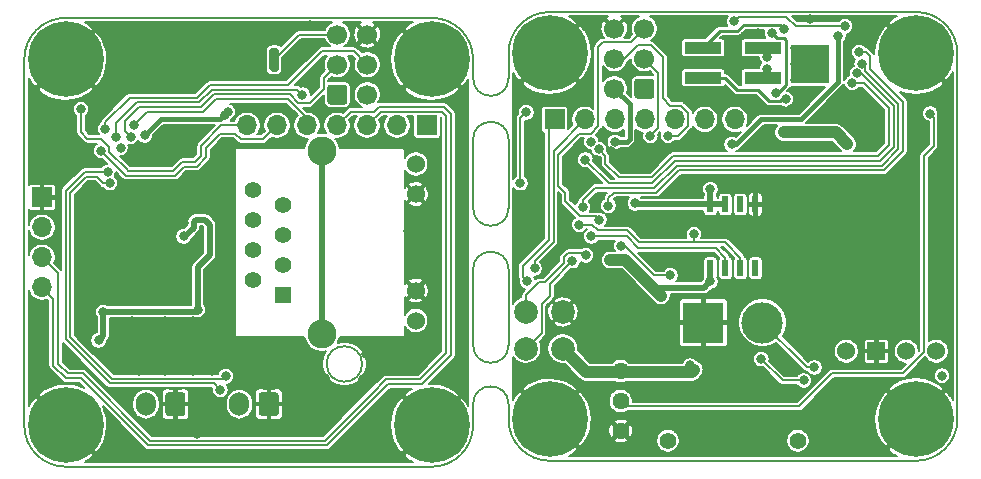
<source format=gbr>
%TF.GenerationSoftware,KiCad,Pcbnew,(5.1.8-0-10_14)*%
%TF.CreationDate,2021-08-18T19:24:50+02:00*%
%TF.ProjectId,ethersweep,65746865-7273-4776-9565-702e6b696361,2.0.1*%
%TF.SameCoordinates,Original*%
%TF.FileFunction,Copper,L2,Bot*%
%TF.FilePolarity,Positive*%
%FSLAX46Y46*%
G04 Gerber Fmt 4.6, Leading zero omitted, Abs format (unit mm)*
G04 Created by KiCad (PCBNEW (5.1.8-0-10_14)) date 2021-08-18 19:24:50*
%MOMM*%
%LPD*%
G01*
G04 APERTURE LIST*
%TA.AperFunction,Profile*%
%ADD10C,0.150000*%
%TD*%
%TA.AperFunction,ComponentPad*%
%ADD11C,6.400000*%
%TD*%
%TA.AperFunction,ComponentPad*%
%ADD12C,0.800000*%
%TD*%
%TA.AperFunction,ComponentPad*%
%ADD13C,1.400000*%
%TD*%
%TA.AperFunction,ComponentPad*%
%ADD14R,3.500000X3.500000*%
%TD*%
%TA.AperFunction,ComponentPad*%
%ADD15C,3.500000*%
%TD*%
%TA.AperFunction,ComponentPad*%
%ADD16O,1.700000X2.000000*%
%TD*%
%TA.AperFunction,ComponentPad*%
%ADD17C,1.700000*%
%TD*%
%TA.AperFunction,ComponentPad*%
%ADD18R,1.700000X1.700000*%
%TD*%
%TA.AperFunction,ComponentPad*%
%ADD19O,1.700000X1.700000*%
%TD*%
%TA.AperFunction,SMDPad,CuDef*%
%ADD20R,3.150000X1.000000*%
%TD*%
%TA.AperFunction,SMDPad,CuDef*%
%ADD21R,0.600000X1.400000*%
%TD*%
%TA.AperFunction,SMDPad,CuDef*%
%ADD22C,2.000000*%
%TD*%
%TA.AperFunction,ComponentPad*%
%ADD23R,1.398000X1.398000*%
%TD*%
%TA.AperFunction,ComponentPad*%
%ADD24C,1.398000*%
%TD*%
%TA.AperFunction,ComponentPad*%
%ADD25C,1.530000*%
%TD*%
%TA.AperFunction,ComponentPad*%
%ADD26C,2.445000*%
%TD*%
%TA.AperFunction,ComponentPad*%
%ADD27C,1.524000*%
%TD*%
%TA.AperFunction,ComponentPad*%
%ADD28R,1.524000X1.524000*%
%TD*%
%TA.AperFunction,ComponentPad*%
%ADD29C,1.440000*%
%TD*%
%TA.AperFunction,SMDPad,CuDef*%
%ADD30R,3.250000X3.250000*%
%TD*%
%TA.AperFunction,ComponentPad*%
%ADD31C,0.500000*%
%TD*%
%TA.AperFunction,ViaPad*%
%ADD32C,0.800000*%
%TD*%
%TA.AperFunction,Conductor*%
%ADD33C,0.250000*%
%TD*%
%TA.AperFunction,Conductor*%
%ADD34C,0.200000*%
%TD*%
%TA.AperFunction,Conductor*%
%ADD35C,0.500000*%
%TD*%
%TA.AperFunction,Conductor*%
%ADD36C,1.000000*%
%TD*%
%TA.AperFunction,Conductor*%
%ADD37C,0.400000*%
%TD*%
%TA.AperFunction,Conductor*%
%ADD38C,0.100000*%
%TD*%
G04 APERTURE END LIST*
D10*
X198000000Y-81000000D02*
G75*
G02*
X201500000Y-84500000I0J-3500000D01*
G01*
X160500000Y-115500000D02*
X160500000Y-114200000D01*
X163500000Y-86600000D02*
X163500000Y-85000000D01*
X163500000Y-86600000D02*
G75*
G02*
X160500000Y-86600000I-1500000J0D01*
G01*
X163500000Y-115500000D02*
X163500000Y-114200000D01*
X160500000Y-86600000D02*
X160500000Y-85000000D01*
X160500000Y-114200000D02*
G75*
G02*
X163500000Y-114200000I1500000J0D01*
G01*
X163500000Y-97600000D02*
G75*
G02*
X160500000Y-97600000I-1500000J0D01*
G01*
X160500000Y-91800000D02*
G75*
G02*
X163500000Y-91800000I1500000J0D01*
G01*
X163500000Y-97600000D02*
X163500000Y-91800000D01*
X160500000Y-109200000D02*
X160500000Y-102800000D01*
X160500000Y-102800000D02*
G75*
G02*
X163500000Y-102800000I1500000J0D01*
G01*
X160500000Y-97600000D02*
X160500000Y-91800000D01*
X163500000Y-109200000D02*
X163500000Y-102800000D01*
X163500000Y-109200000D02*
G75*
G02*
X160500000Y-109200000I-1500000J0D01*
G01*
X160500000Y-116000000D02*
X160500000Y-115500000D01*
X163500000Y-84500000D02*
X163500000Y-85000000D01*
X151100000Y-110800000D02*
G75*
G03*
X151100000Y-110800000I-1500000J0D01*
G01*
X126000000Y-119500000D02*
G75*
G02*
X122500000Y-116000000I0J3500000D01*
G01*
X126000000Y-119500000D02*
X157000000Y-119500000D01*
X167000000Y-81000000D02*
X198000000Y-81000000D01*
X163500000Y-84500000D02*
G75*
G02*
X167000000Y-81000000I3500000J0D01*
G01*
X201500000Y-115500000D02*
G75*
G02*
X198000000Y-119000000I-3500000J0D01*
G01*
X167000000Y-119000000D02*
G75*
G02*
X163500000Y-115500000I0J3500000D01*
G01*
X167000000Y-119000000D02*
X198000000Y-119000000D01*
X201500000Y-115500000D02*
X201500000Y-84500000D01*
X122500000Y-85000000D02*
X122500000Y-116000000D01*
X160500000Y-116000000D02*
G75*
G02*
X157000000Y-119500000I-3500000J0D01*
G01*
X157000000Y-81500000D02*
G75*
G02*
X160500000Y-85000000I0J-3500000D01*
G01*
X122500000Y-85000000D02*
G75*
G02*
X126000000Y-81500000I3500000J0D01*
G01*
X157000000Y-81500000D02*
X126000000Y-81500000D01*
D11*
X198000000Y-84500000D03*
D12*
X200400000Y-84500000D03*
X199697056Y-86197056D03*
X198000000Y-86900000D03*
X196302944Y-86197056D03*
X195600000Y-84500000D03*
X196302944Y-82802944D03*
X198000000Y-82100000D03*
X199697056Y-82802944D03*
D13*
X177000000Y-117300000D03*
X188000000Y-117300000D03*
D14*
X180000000Y-107300000D03*
D15*
X185000000Y-107300000D03*
D16*
X132800000Y-114200000D03*
%TA.AperFunction,ComponentPad*%
G36*
G01*
X136150000Y-113450000D02*
X136150000Y-114950000D01*
G75*
G02*
X135900000Y-115200000I-250000J0D01*
G01*
X134700000Y-115200000D01*
G75*
G02*
X134450000Y-114950000I0J250000D01*
G01*
X134450000Y-113450000D01*
G75*
G02*
X134700000Y-113200000I250000J0D01*
G01*
X135900000Y-113200000D01*
G75*
G02*
X136150000Y-113450000I0J-250000D01*
G01*
G37*
%TD.AperFunction*%
%TA.AperFunction,ComponentPad*%
G36*
G01*
X148150000Y-88600000D02*
X148150000Y-87400000D01*
G75*
G02*
X148400000Y-87150000I250000J0D01*
G01*
X149600000Y-87150000D01*
G75*
G02*
X149850000Y-87400000I0J-250000D01*
G01*
X149850000Y-88600000D01*
G75*
G02*
X149600000Y-88850000I-250000J0D01*
G01*
X148400000Y-88850000D01*
G75*
G02*
X148150000Y-88600000I0J250000D01*
G01*
G37*
%TD.AperFunction*%
D17*
X149000000Y-85460000D03*
X149000000Y-82920000D03*
X151540000Y-88000000D03*
X151540000Y-85460000D03*
X151540000Y-82920000D03*
%TA.AperFunction,ComponentPad*%
G36*
G01*
X175850000Y-86900000D02*
X175850000Y-88100000D01*
G75*
G02*
X175600000Y-88350000I-250000J0D01*
G01*
X174400000Y-88350000D01*
G75*
G02*
X174150000Y-88100000I0J250000D01*
G01*
X174150000Y-86900000D01*
G75*
G02*
X174400000Y-86650000I250000J0D01*
G01*
X175600000Y-86650000D01*
G75*
G02*
X175850000Y-86900000I0J-250000D01*
G01*
G37*
%TD.AperFunction*%
X175000000Y-84960000D03*
X175000000Y-82420000D03*
X172460000Y-87500000D03*
X172460000Y-84960000D03*
X172460000Y-82420000D03*
D11*
X167000000Y-115500000D03*
D12*
X169400000Y-115500000D03*
X168697056Y-117197056D03*
X167000000Y-117900000D03*
X165302944Y-117197056D03*
X164600000Y-115500000D03*
X165302944Y-113802944D03*
X167000000Y-113100000D03*
X168697056Y-113802944D03*
X199697056Y-113777945D03*
X198000000Y-113075001D03*
X196302944Y-113777945D03*
X195600000Y-115475001D03*
X196302944Y-117172057D03*
X198000000Y-117875001D03*
X199697056Y-117172057D03*
X200400000Y-115475001D03*
D11*
X198000000Y-115475001D03*
D12*
X168697056Y-82802944D03*
X167000000Y-82100000D03*
X165302944Y-82802944D03*
X164600000Y-84500000D03*
X165302944Y-86197056D03*
X167000000Y-86900000D03*
X168697056Y-86197056D03*
X169400000Y-84500000D03*
D11*
X167000000Y-84500000D03*
D18*
X124000000Y-96700000D03*
D19*
X124000000Y-99240000D03*
X124000000Y-101780000D03*
X124000000Y-104320000D03*
%TA.AperFunction,ComponentPad*%
G36*
G01*
X144050000Y-113450000D02*
X144050000Y-114950000D01*
G75*
G02*
X143800000Y-115200000I-250000J0D01*
G01*
X142600000Y-115200000D01*
G75*
G02*
X142350000Y-114950000I0J250000D01*
G01*
X142350000Y-113450000D01*
G75*
G02*
X142600000Y-113200000I250000J0D01*
G01*
X143800000Y-113200000D01*
G75*
G02*
X144050000Y-113450000I0J-250000D01*
G01*
G37*
%TD.AperFunction*%
D16*
X140700000Y-114200000D03*
D20*
X185025000Y-84030000D03*
X179975000Y-84030000D03*
X185025000Y-86570000D03*
X179975000Y-86570000D03*
%TA.AperFunction,SMDPad,CuDef*%
G36*
G01*
X139850000Y-84250000D02*
X139850000Y-85850000D01*
G75*
G02*
X139650000Y-86050000I-200000J0D01*
G01*
X139250000Y-86050000D01*
G75*
G02*
X139050000Y-85850000I0J200000D01*
G01*
X139050000Y-84250000D01*
G75*
G02*
X139250000Y-84050000I200000J0D01*
G01*
X139650000Y-84050000D01*
G75*
G02*
X139850000Y-84250000I0J-200000D01*
G01*
G37*
%TD.AperFunction*%
%TA.AperFunction,SMDPad,CuDef*%
G36*
G01*
X144050000Y-84250000D02*
X144050000Y-85850000D01*
G75*
G02*
X143850000Y-86050000I-200000J0D01*
G01*
X143450000Y-86050000D01*
G75*
G02*
X143250000Y-85850000I0J200000D01*
G01*
X143250000Y-84250000D01*
G75*
G02*
X143450000Y-84050000I200000J0D01*
G01*
X143850000Y-84050000D01*
G75*
G02*
X144050000Y-84250000I0J-200000D01*
G01*
G37*
%TD.AperFunction*%
D21*
X180595000Y-97300000D03*
X181865000Y-97300000D03*
X183135000Y-97300000D03*
X184405000Y-97300000D03*
X184405000Y-102700000D03*
X183135000Y-102700000D03*
X181865000Y-102700000D03*
X180595000Y-102700000D03*
D11*
X126000000Y-85000000D03*
D12*
X128400000Y-85000000D03*
X127697056Y-86697056D03*
X126000000Y-87400000D03*
X124302944Y-86697056D03*
X123600000Y-85000000D03*
X124302944Y-83302944D03*
X126000000Y-82600000D03*
X127697056Y-83302944D03*
X158697056Y-83302944D03*
X157000000Y-82600000D03*
X155302944Y-83302944D03*
X154600000Y-85000000D03*
X155302944Y-86697056D03*
X157000000Y-87400000D03*
X158697056Y-86697056D03*
X159400000Y-85000000D03*
D11*
X157000000Y-85000000D03*
X157000000Y-116000000D03*
D12*
X159400000Y-116000000D03*
X158697056Y-117697056D03*
X157000000Y-118400000D03*
X155302944Y-117697056D03*
X154600000Y-116000000D03*
X155302944Y-114302944D03*
X157000000Y-113600000D03*
X158697056Y-114302944D03*
X127697056Y-114302944D03*
X126000000Y-113600000D03*
X124302944Y-114302944D03*
X123600000Y-116000000D03*
X124302944Y-117697056D03*
X126000000Y-118400000D03*
X127697056Y-117697056D03*
X128400000Y-116000000D03*
D11*
X126000000Y-116000000D03*
D22*
X164974999Y-109500000D03*
X165000000Y-106400000D03*
X168100000Y-109500000D03*
X168100000Y-106400000D03*
D18*
X167400000Y-90100000D03*
D19*
X169940000Y-90100000D03*
X172480000Y-90100000D03*
X175020000Y-90100000D03*
X177560000Y-90100000D03*
X180100000Y-90100000D03*
X182640000Y-90100000D03*
X141360000Y-90600000D03*
X143900000Y-90600000D03*
X146440000Y-90600000D03*
X148980000Y-90600000D03*
X151520000Y-90600000D03*
X154060000Y-90600000D03*
D18*
X156600000Y-90600000D03*
D23*
X144400000Y-104950000D03*
D24*
X141860000Y-103680000D03*
X144400000Y-102410000D03*
X141860000Y-101140000D03*
X144400000Y-99870000D03*
X141860000Y-98600000D03*
X144400000Y-97330000D03*
X141860000Y-96060000D03*
D25*
X155650000Y-107125000D03*
X155650000Y-104585000D03*
X155650000Y-93875000D03*
X155650000Y-96415000D03*
D26*
X147700000Y-108245000D03*
X147700000Y-92755000D03*
D27*
X192110000Y-109730000D03*
D28*
X194650000Y-109730000D03*
D27*
X197190000Y-109730000D03*
X199730000Y-109730000D03*
D29*
X173000000Y-116480000D03*
X173000000Y-113940000D03*
X173000000Y-111400000D03*
D30*
X189000000Y-85400000D03*
D31*
X190375000Y-84025000D03*
X190375000Y-85400000D03*
X190375000Y-86775000D03*
X189000000Y-84025000D03*
X189000000Y-85400000D03*
X189000000Y-86775000D03*
X187625000Y-84025000D03*
X187625000Y-85400000D03*
X187625000Y-86775000D03*
D32*
X130650000Y-92500000D03*
X200200000Y-111800000D03*
X168000000Y-106000000D03*
X171000000Y-93500000D03*
X179500000Y-82000000D03*
X177500000Y-82000000D03*
X167500000Y-111500000D03*
X165500000Y-111500000D03*
X175250000Y-94250000D03*
X170500000Y-81750000D03*
X171000000Y-83000000D03*
X165500000Y-95200000D03*
X164200000Y-100000000D03*
X165400000Y-100200000D03*
X175400000Y-105700000D03*
X175000000Y-109800000D03*
X171600000Y-107200000D03*
X171200000Y-96700000D03*
X178300000Y-102600000D03*
X172200000Y-92800000D03*
X179500000Y-91800000D03*
X179300000Y-88500000D03*
X179500000Y-103200000D03*
X182400000Y-104400000D03*
X184300000Y-104400000D03*
X183500000Y-110200000D03*
X186500000Y-110500000D03*
X182700000Y-116000000D03*
X186800000Y-116000000D03*
X187800000Y-112900000D03*
X186000000Y-97800000D03*
X176400000Y-108500000D03*
X175700000Y-113700000D03*
X171300000Y-116300000D03*
X174500000Y-117800000D03*
X180800000Y-110300000D03*
X179400000Y-116900000D03*
X178700000Y-113000000D03*
X171200000Y-114600000D03*
X188300000Y-107700000D03*
X190500000Y-110600000D03*
X130100000Y-83200000D03*
X135700000Y-105400000D03*
X134400000Y-102550000D03*
X142400000Y-111100000D03*
X136800000Y-86300000D03*
X134000000Y-95700000D03*
X189450000Y-114100000D03*
X129800000Y-98900000D03*
X127500000Y-98350000D03*
X136950000Y-94800000D03*
X138850000Y-95850000D03*
X139900000Y-94700000D03*
X138850000Y-93600000D03*
X138900000Y-92500000D03*
X139650000Y-92000000D03*
X143000000Y-89250000D03*
X146650000Y-82100000D03*
X147050000Y-83950000D03*
X153550000Y-82300000D03*
X152900000Y-84200000D03*
X153300000Y-87150000D03*
X154550000Y-88250000D03*
X147550000Y-89250000D03*
X131050000Y-95650000D03*
X125250000Y-89700000D03*
X123450000Y-88650000D03*
X126450000Y-110500000D03*
X123800000Y-107300000D03*
X123950000Y-111900000D03*
X123850000Y-109050000D03*
X130900000Y-113500000D03*
X145550000Y-114350000D03*
X147400000Y-114250000D03*
X152300000Y-115800000D03*
X152700000Y-118250000D03*
X149850000Y-118200000D03*
X146050000Y-118550000D03*
X142950000Y-118550000D03*
X139900000Y-118500000D03*
X136950000Y-114100000D03*
X137100000Y-116700000D03*
X133800000Y-116600000D03*
X134400000Y-118550000D03*
X131450000Y-118250000D03*
X130450000Y-116550000D03*
X129400000Y-118750000D03*
X145100000Y-111000000D03*
X147950000Y-111950000D03*
X158400000Y-111900000D03*
X159400000Y-110800000D03*
X159400000Y-105650000D03*
X155150000Y-102600000D03*
X155900000Y-98550000D03*
X155850000Y-101150000D03*
X154950000Y-99550000D03*
X159600000Y-99650000D03*
X159450000Y-90050000D03*
X159550000Y-94250000D03*
X159550000Y-102550000D03*
X155150000Y-92200000D03*
X156450000Y-92550000D03*
X159400000Y-88650000D03*
X139150000Y-97400000D03*
X139700000Y-104600000D03*
X155500000Y-108850000D03*
X133550000Y-86650000D03*
X129200000Y-82200000D03*
X151150000Y-112100000D03*
X151450000Y-110000000D03*
X133700000Y-93050000D03*
X171100000Y-101400000D03*
X136000000Y-98850000D03*
X171150000Y-113100000D03*
X174550000Y-112800000D03*
X176200000Y-110300000D03*
X179750000Y-109850000D03*
X170250000Y-109200000D03*
X175350000Y-115800000D03*
X181650000Y-117800000D03*
X179150000Y-115450000D03*
X185400000Y-113700000D03*
X185350000Y-117400000D03*
X147150000Y-85900000D03*
X177400000Y-86700000D03*
X177250000Y-83900000D03*
X173550000Y-86200000D03*
X181200000Y-81800000D03*
X180600000Y-88000000D03*
X179200000Y-85400000D03*
X196000000Y-102000000D03*
X190000000Y-102000000D03*
X190200000Y-107800000D03*
X192200000Y-107600000D03*
X193800000Y-108000000D03*
X183400000Y-100000000D03*
X190400000Y-92400000D03*
X172600000Y-98600000D03*
X172000000Y-100800000D03*
X198400000Y-88600000D03*
X192600000Y-83400000D03*
X185400000Y-95400000D03*
X186400000Y-95400000D03*
X183200000Y-95600000D03*
X181600000Y-95200000D03*
X179200000Y-95200000D03*
X178000000Y-99800000D03*
X180600000Y-98800000D03*
X186600000Y-99200000D03*
X189000000Y-99200000D03*
X194200000Y-112800000D03*
X193800000Y-114800000D03*
X195000000Y-81800000D03*
X193200000Y-82400000D03*
X189000000Y-81600000D03*
X194600000Y-96400000D03*
X193000000Y-100000000D03*
X187600000Y-97400000D03*
X193000000Y-103600000D03*
X185200000Y-89200000D03*
X182200000Y-88600000D03*
X170200000Y-87200000D03*
X164400000Y-88200000D03*
X164400000Y-101400000D03*
X184600000Y-82800000D03*
X198000000Y-90400000D03*
X198800000Y-92000000D03*
X197600000Y-94000000D03*
X196400000Y-99600000D03*
X187400000Y-89200000D03*
X180800000Y-92400000D03*
X191800000Y-88600000D03*
X172800000Y-109800000D03*
X200600000Y-90400000D03*
X200400000Y-93800000D03*
X200400000Y-99200000D03*
X200200000Y-104600000D03*
X197200000Y-103800000D03*
X200200000Y-107400000D03*
X193200000Y-110800000D03*
X195800000Y-108000000D03*
X195000000Y-118200000D03*
X181600000Y-113400000D03*
X123400000Y-90400000D03*
X139600000Y-102600000D03*
X134000000Y-100200000D03*
X135200000Y-87000000D03*
X130000000Y-108800000D03*
X131600000Y-107200000D03*
X133200000Y-108200000D03*
X135600000Y-108200000D03*
X137800000Y-108200000D03*
X139600000Y-108200000D03*
X139600000Y-106000000D03*
X139600000Y-107200000D03*
X138400000Y-106600000D03*
X136800000Y-107200000D03*
X134400000Y-107200000D03*
X142200000Y-109400000D03*
X141200000Y-110200000D03*
X139600000Y-110200000D03*
X137800000Y-110200000D03*
X135600000Y-110200000D03*
X133200000Y-110200000D03*
X131400000Y-110200000D03*
X129000000Y-110000000D03*
X130000000Y-111000000D03*
X132200000Y-111400000D03*
X134400000Y-111400000D03*
X136800000Y-111400000D03*
X138400000Y-111400000D03*
X140800000Y-111400000D03*
X138000000Y-113200000D03*
X138800000Y-114400000D03*
X135000000Y-98000000D03*
X124000000Y-95200000D03*
X137000000Y-84600000D03*
X138400000Y-84200000D03*
X140000000Y-82600000D03*
X136600000Y-82600000D03*
X132600000Y-82200000D03*
X129200000Y-87400000D03*
X142200000Y-86200000D03*
X144800000Y-82200000D03*
X145200000Y-91800000D03*
X135200000Y-102000000D03*
X170500000Y-100000000D03*
X169500000Y-99000000D03*
X170500000Y-92000000D03*
X169500000Y-99000000D03*
X179200000Y-99800000D03*
X171136002Y-92600000D03*
X192600000Y-87000000D03*
X170000000Y-93500000D03*
X193000000Y-86200000D03*
X169800000Y-97500000D03*
X193400000Y-85400000D03*
X182600000Y-81800000D03*
X192000000Y-82200000D03*
X189400000Y-111100000D03*
X186149999Y-87850001D03*
X185800000Y-82800000D03*
X186800000Y-91200000D03*
X192200000Y-92200000D03*
X172000000Y-102000000D03*
X173000000Y-102000000D03*
X172500000Y-92000000D03*
X164500000Y-95500000D03*
X165000000Y-89500000D03*
X175850000Y-104350000D03*
X178869999Y-110930001D03*
X179219999Y-111280001D03*
X132700000Y-91450000D03*
X139500000Y-89700000D03*
X139750000Y-89450000D03*
X176425000Y-105025000D03*
X180600000Y-103800000D03*
X180595000Y-96005000D03*
X174200001Y-97199999D03*
X191437500Y-83037500D03*
X182400000Y-92200000D03*
X130300000Y-91550000D03*
X146050000Y-88000000D03*
X175500000Y-91500000D03*
X131500000Y-91550000D03*
X171200000Y-98600000D03*
X177000000Y-91500000D03*
X129350000Y-90900000D03*
X165100000Y-103800000D03*
X165700000Y-102700000D03*
X168900000Y-102100000D03*
X170050000Y-101600000D03*
X131750000Y-90550000D03*
X129000000Y-92750000D03*
X185400000Y-84800000D03*
X186800000Y-82400000D03*
X185400000Y-85800000D03*
X187000000Y-88400000D03*
X199200000Y-89600000D03*
X177200000Y-103300000D03*
X184900000Y-110400000D03*
X188500000Y-112200000D03*
X173050000Y-100800000D03*
X129750000Y-95500000D03*
X139550000Y-111850000D03*
X129550000Y-94550000D03*
X139100000Y-113000000D03*
X171950000Y-97400000D03*
X193200000Y-84400000D03*
X127300000Y-89250000D03*
X137200000Y-106200000D03*
X129200000Y-106400000D03*
X128800000Y-108800000D03*
X136000000Y-100000000D03*
D33*
X155424999Y-86575001D02*
X157000000Y-85000000D01*
D34*
X170500000Y-100000000D02*
X170500000Y-100000000D01*
X181865000Y-101800000D02*
X181865000Y-102700000D01*
X181065000Y-101000000D02*
X181865000Y-101800000D01*
X174500000Y-101000000D02*
X181065000Y-101000000D01*
X173500000Y-100000000D02*
X174500000Y-101000000D01*
X170500000Y-100000000D02*
X173500000Y-100000000D01*
X125350000Y-103130000D02*
X124000000Y-101780000D01*
X125350000Y-110784302D02*
X125350000Y-103130000D01*
X126165698Y-111600000D02*
X125350000Y-110784302D01*
X127465698Y-111600000D02*
X126165698Y-111600000D01*
X133165698Y-117300000D02*
X127465698Y-111600000D01*
X153134312Y-112099989D02*
X151900000Y-113334302D01*
X147934302Y-117300000D02*
X133165698Y-117300000D01*
X157899999Y-89449999D02*
X158225000Y-89775000D01*
X158225000Y-109909304D02*
X156034314Y-112099989D01*
X151900000Y-113334302D02*
X147934302Y-117300000D01*
X158225000Y-89775000D02*
X158225000Y-109909304D01*
X156034314Y-112099989D02*
X153134312Y-112099989D01*
X152670001Y-89449999D02*
X157899999Y-89449999D01*
X151520000Y-90600000D02*
X152670001Y-89449999D01*
X169500000Y-99000000D02*
X169500000Y-99000000D01*
X169500000Y-99000000D02*
X170200001Y-99000000D01*
X171036002Y-99500000D02*
X170536002Y-99000000D01*
X170536002Y-99000000D02*
X169500000Y-99000000D01*
X183135000Y-102700000D02*
X183135000Y-101800000D01*
X169500000Y-99000000D02*
X169500000Y-99000000D01*
X177434302Y-100500000D02*
X174565698Y-100500000D01*
X174565698Y-100500000D02*
X173565698Y-99500000D01*
X173565698Y-99500000D02*
X171036002Y-99500000D01*
X181835000Y-100500000D02*
X181967500Y-100632500D01*
X183135000Y-101800000D02*
X181967500Y-100632500D01*
X179200000Y-99800000D02*
X179200000Y-100400000D01*
X179200000Y-100400000D02*
X179100000Y-100500000D01*
X177434302Y-100500000D02*
X179100000Y-100500000D01*
X179200000Y-100400000D02*
X179300000Y-100500000D01*
X179300000Y-100500000D02*
X181835000Y-100500000D01*
X179100000Y-100500000D02*
X179300000Y-100500000D01*
X150130001Y-89449999D02*
X148980000Y-90600000D01*
X152104303Y-89449999D02*
X150130001Y-89449999D01*
X152504312Y-89049989D02*
X152104303Y-89449999D01*
X158065688Y-89049989D02*
X152504312Y-89049989D01*
X158625010Y-110074993D02*
X158625010Y-89609312D01*
X158625010Y-89609312D02*
X158065688Y-89049989D01*
X156200002Y-112499999D02*
X158625010Y-110074993D01*
X148100000Y-117700000D02*
X153300001Y-112499999D01*
X124949990Y-105269990D02*
X124949990Y-110949990D01*
X134300000Y-117700000D02*
X148100000Y-117700000D01*
X126007849Y-112007849D02*
X127307849Y-112007849D01*
X133000008Y-117700008D02*
X134299992Y-117700008D01*
X153300001Y-112499999D02*
X156200002Y-112499999D01*
X134299992Y-117700008D02*
X134300000Y-117700000D01*
X127307849Y-112007849D02*
X133000008Y-117700008D01*
X124949990Y-110949990D02*
X126007849Y-112007849D01*
X124000000Y-104320000D02*
X124949990Y-105269990D01*
X173536002Y-95000000D02*
X173750000Y-95000000D01*
X172864000Y-95000000D02*
X171700001Y-93836001D01*
X174250000Y-95000000D02*
X172864000Y-95000000D01*
X174634323Y-95000000D02*
X174250000Y-95000000D01*
X174250000Y-95000000D02*
X173750000Y-95000000D01*
X171700001Y-93836001D02*
X171700001Y-93163999D01*
X171136002Y-92600000D02*
X171136002Y-92600000D01*
X171700001Y-93163999D02*
X171136002Y-92600000D01*
X175618603Y-95000000D02*
X173750000Y-95000000D01*
X177418622Y-93199980D02*
X175618603Y-95000000D01*
X195700001Y-92299959D02*
X194799980Y-93199980D01*
X194799980Y-93199980D02*
X177418622Y-93199980D01*
X195700001Y-89100041D02*
X195700001Y-92299959D01*
X193599960Y-87000000D02*
X195700001Y-89100041D01*
X192600000Y-87000000D02*
X193599960Y-87000000D01*
X193365659Y-86200000D02*
X193000000Y-86200000D01*
X196100011Y-92465648D02*
X196100011Y-88934351D01*
X194965669Y-93599990D02*
X196100011Y-92465648D01*
X177584311Y-93599990D02*
X194965669Y-93599990D01*
X175684302Y-95500000D02*
X177584311Y-93599990D01*
X172000000Y-95500000D02*
X175684302Y-95500000D01*
X196100011Y-88934351D02*
X193365659Y-86200000D01*
X170000000Y-93500000D02*
X172000000Y-95500000D01*
X169800000Y-97500000D02*
X169800000Y-97500000D01*
X170834305Y-95900010D02*
X169800000Y-96934315D01*
X175849991Y-95900010D02*
X170834305Y-95900010D01*
X177750000Y-94000000D02*
X175849991Y-95900010D01*
X196500021Y-88768662D02*
X196500021Y-92631337D01*
X196500021Y-92631337D02*
X195131358Y-94000000D01*
X193700001Y-85968643D02*
X196500021Y-88768662D01*
X193700001Y-85700001D02*
X193700001Y-85968643D01*
X169800000Y-96934315D02*
X169800000Y-97500000D01*
X195131358Y-94000000D02*
X177750000Y-94000000D01*
X193400000Y-85400000D02*
X193700001Y-85700001D01*
X182800000Y-81600000D02*
X182600000Y-81800000D01*
X182600000Y-81800000D02*
X182600000Y-81800000D01*
X182999999Y-81400001D02*
X182600000Y-81800000D01*
X187000001Y-81400001D02*
X182999999Y-81400001D01*
X187800000Y-82200000D02*
X187000001Y-81400001D01*
X191600000Y-82200000D02*
X187800000Y-82200000D01*
X191600000Y-82200000D02*
X192000000Y-82200000D01*
X192000000Y-82200000D02*
X192000000Y-82200000D01*
X185000000Y-107300000D02*
X188800000Y-111100000D01*
X188800000Y-111100000D02*
X189400000Y-111100000D01*
X189400000Y-111100000D02*
X189400000Y-111100000D01*
D33*
X185800000Y-82800000D02*
X185800000Y-82800000D01*
X187000000Y-87174991D02*
X186324990Y-87850001D01*
X187000000Y-83344998D02*
X187000000Y-87174991D01*
X186324990Y-87850001D02*
X186149999Y-87850001D01*
X186860001Y-83204999D02*
X187000000Y-83344998D01*
X186204999Y-83204999D02*
X186860001Y-83204999D01*
X185800000Y-82800000D02*
X186204999Y-83204999D01*
D35*
X186800000Y-91200000D02*
X186800000Y-91200000D01*
D36*
X191200000Y-91200000D02*
X186800000Y-91200000D01*
X192200000Y-92200000D02*
X191200000Y-91200000D01*
D37*
X172460000Y-87500000D02*
X173750001Y-88790001D01*
X173750001Y-88790001D02*
X173750001Y-91749999D01*
X173750001Y-91749999D02*
X173500000Y-92000000D01*
X173500000Y-92000000D02*
X172500000Y-92000000D01*
X172500000Y-92000000D02*
X172500000Y-92000000D01*
D34*
X165000000Y-89500000D02*
X165000000Y-89500000D01*
X164500000Y-95500000D02*
X164500000Y-90000000D01*
X164500000Y-90000000D02*
X165000000Y-89500000D01*
D37*
X176100001Y-104600001D02*
X176000000Y-104500000D01*
D34*
X180595000Y-102700000D02*
X180595000Y-103600000D01*
D33*
X139324991Y-89875009D02*
X139500000Y-89700000D01*
X139500000Y-89700000D02*
X139750000Y-89450000D01*
X139750000Y-89450000D02*
X139750000Y-89450000D01*
D37*
X134050001Y-90099999D02*
X132700000Y-91450000D01*
X139100001Y-90099999D02*
X134050001Y-90099999D01*
X139500000Y-89700000D02*
X139100001Y-90099999D01*
D36*
X170100000Y-111500000D02*
X168100000Y-109500000D01*
X173000000Y-111500000D02*
X170100000Y-111500000D01*
X179000000Y-111500000D02*
X179219999Y-111280001D01*
X173000000Y-111500000D02*
X179000000Y-111500000D01*
D35*
X173000000Y-102000000D02*
X172000000Y-102000000D01*
D36*
X173000000Y-102000000D02*
X172128002Y-102000000D01*
X173400000Y-102000000D02*
X173000000Y-102000000D01*
X176425000Y-105025000D02*
X173400000Y-102000000D01*
D35*
X180595000Y-103795000D02*
X180600000Y-103800000D01*
X180595000Y-102700000D02*
X180595000Y-103795000D01*
X181865000Y-97300000D02*
X180595000Y-97300000D01*
X180595000Y-97300000D02*
X180595000Y-96005000D01*
X180595000Y-96005000D02*
X180595000Y-96005000D01*
X174900000Y-97300000D02*
X174300002Y-97300000D01*
X180595000Y-97300000D02*
X174900000Y-97300000D01*
X174300002Y-97300000D02*
X174200001Y-97199999D01*
X174900000Y-97300000D02*
X174300000Y-97300000D01*
X180050000Y-104350000D02*
X175850000Y-104350000D01*
X180600000Y-103800000D02*
X180050000Y-104350000D01*
D37*
X188270012Y-90099990D02*
X184900010Y-90099990D01*
X191437500Y-86932502D02*
X188270012Y-90099990D01*
X191437500Y-83037500D02*
X191437500Y-86932502D01*
X184900010Y-90099990D02*
X182800000Y-92200000D01*
X182800000Y-92200000D02*
X182400000Y-92200000D01*
D34*
X130300000Y-90398299D02*
X132048320Y-88649979D01*
X130300000Y-91550000D02*
X130300000Y-90398299D01*
X137315720Y-88649979D02*
X138386690Y-87579009D01*
X136399979Y-88649979D02*
X137315720Y-88649979D01*
X132048320Y-88649979D02*
X136399979Y-88649979D01*
X145629009Y-87579009D02*
X146050000Y-88000000D01*
X138386690Y-87579009D02*
X145629009Y-87579009D01*
X175500000Y-91500000D02*
X175500000Y-91500000D01*
X147849990Y-86610010D02*
X149000000Y-85460000D01*
X147849990Y-87500010D02*
X147849990Y-86610010D01*
X145713999Y-88700001D02*
X146649999Y-88700001D01*
X144993017Y-87979019D02*
X145713999Y-88700001D01*
X138552379Y-87979019D02*
X144993017Y-87979019D01*
X137481409Y-89049989D02*
X138552379Y-87979019D01*
X132214009Y-89049989D02*
X137481409Y-89049989D01*
X146649999Y-88700001D02*
X147849990Y-87500010D01*
X131049999Y-90213999D02*
X132214009Y-89049989D01*
X131049999Y-91099999D02*
X131049999Y-90213999D01*
X131500000Y-91550000D02*
X131049999Y-91099999D01*
X175003533Y-84960000D02*
X175000000Y-84960000D01*
X176170001Y-90829999D02*
X175500000Y-91500000D01*
X176170001Y-86130001D02*
X176170001Y-90829999D01*
X175000000Y-84960000D02*
X176170001Y-86130001D01*
X145780000Y-82920000D02*
X143650000Y-85050000D01*
X149000000Y-82920000D02*
X146080000Y-82920000D01*
X173849999Y-83570001D02*
X175000000Y-82420000D01*
X171466001Y-83570001D02*
X173849999Y-83570001D01*
X171090001Y-83946001D02*
X171466001Y-83570001D01*
X170442003Y-91299999D02*
X171090001Y-90652001D01*
X169500001Y-91299999D02*
X170442003Y-91299999D01*
X167710011Y-95710011D02*
X167710011Y-93089989D01*
X167710011Y-93089989D02*
X169500001Y-91299999D01*
X168310011Y-96310011D02*
X167710011Y-95710011D01*
X171090001Y-90652001D02*
X171090001Y-83946001D01*
X168310011Y-97046013D02*
X169563996Y-98299998D01*
X169563996Y-98299998D02*
X170899998Y-98299998D01*
X168310011Y-96310011D02*
X168310011Y-97046013D01*
X170899998Y-98299998D02*
X171200000Y-98600000D01*
X146080000Y-82920000D02*
X145780000Y-82920000D01*
X129350000Y-90334315D02*
X129350000Y-90900000D01*
X131434346Y-88249969D02*
X129350000Y-90334315D01*
X137150031Y-88249969D02*
X131434346Y-88249969D01*
X138221001Y-87178999D02*
X137150031Y-88249969D01*
X147726003Y-84309999D02*
X144857003Y-87178999D01*
X150389999Y-84309999D02*
X147726003Y-84309999D01*
X144857003Y-87178999D02*
X138221001Y-87178999D01*
X151540000Y-85460000D02*
X150389999Y-84309999D01*
X175552001Y-83809999D02*
X176570011Y-84828009D01*
X174447999Y-83809999D02*
X175552001Y-83809999D01*
X173297998Y-84960000D02*
X174447999Y-83809999D01*
X172460000Y-84960000D02*
X173297998Y-84960000D01*
X176570011Y-84828009D02*
X176570011Y-88320011D01*
X177862002Y-91500000D02*
X177000000Y-91500000D01*
X178710001Y-90652001D02*
X177862002Y-91500000D01*
X178710001Y-89547999D02*
X178710001Y-90652001D01*
X178112001Y-88949999D02*
X178710001Y-89547999D01*
X177199999Y-88949999D02*
X178112001Y-88949999D01*
X176570011Y-88320011D02*
X177199999Y-88949999D01*
X167380000Y-90020000D02*
X167400000Y-90000000D01*
X166909991Y-93109991D02*
X166909991Y-90590009D01*
X166909991Y-90590009D02*
X167400000Y-90100000D01*
X166909991Y-92144312D02*
X166909991Y-93109991D01*
X164700001Y-103400001D02*
X165100000Y-103800000D01*
X164700001Y-103400001D02*
X164700001Y-102499986D01*
X166909991Y-100289996D02*
X166909991Y-99109991D01*
X166909991Y-99109991D02*
X166909991Y-99890009D01*
X164700001Y-102499986D02*
X166909991Y-100289996D01*
X166909991Y-93109991D02*
X166909991Y-99109991D01*
X167310001Y-100455684D02*
X167310001Y-98489999D01*
X167310001Y-98489999D02*
X167310001Y-98689999D01*
X165700000Y-102065685D02*
X167310001Y-100455684D01*
X165700000Y-102700000D02*
X165700000Y-102065685D01*
X167310001Y-92729999D02*
X169940000Y-90100000D01*
X167310001Y-98489999D02*
X167310001Y-92729999D01*
X166300001Y-108174998D02*
X164974999Y-109500000D01*
X167000000Y-105036002D02*
X166300001Y-105736001D01*
X166300001Y-105736001D02*
X166300001Y-108174998D01*
X167000000Y-104000000D02*
X167000000Y-105036002D01*
X167000000Y-104000000D02*
X168900000Y-102100000D01*
X164974999Y-105010786D02*
X164974999Y-106424999D01*
X168199999Y-101763999D02*
X168199999Y-102234303D01*
X168563999Y-101399999D02*
X168199999Y-101763999D01*
X168199999Y-102234303D02*
X166550000Y-103884302D01*
X165000000Y-104963998D02*
X165000000Y-106400000D01*
X166079696Y-103884302D02*
X165000000Y-104963998D01*
X166550000Y-103884302D02*
X166079696Y-103884302D01*
X169849999Y-101399999D02*
X170050000Y-101600000D01*
X168563999Y-101399999D02*
X169849999Y-101399999D01*
X137647098Y-89449999D02*
X138718068Y-88379029D01*
X144827329Y-88379029D02*
X146440000Y-89991700D01*
X146440000Y-89991700D02*
X146440000Y-90600000D01*
X138718068Y-88379029D02*
X144827329Y-88379029D01*
X132850001Y-89449999D02*
X137647098Y-89449999D01*
X131750000Y-90550000D02*
X132850001Y-89449999D01*
X142749999Y-91750001D02*
X143900000Y-90600000D01*
X140357998Y-91300000D02*
X140807999Y-91750001D01*
X140807999Y-91750001D02*
X142749999Y-91750001D01*
X139063998Y-91300000D02*
X140357998Y-91300000D01*
X129000000Y-92750000D02*
X130100000Y-93850000D01*
X137881999Y-93318001D02*
X137881999Y-92481999D01*
X137881999Y-92481999D02*
X139063998Y-91300000D01*
X137100001Y-94099999D02*
X136050001Y-94099999D01*
X137881999Y-93318001D02*
X137100001Y-94099999D01*
X136050001Y-94099999D02*
X135300000Y-94850000D01*
X131100000Y-94850000D02*
X130100000Y-93850000D01*
X135300000Y-94850000D02*
X131100000Y-94850000D01*
X185025000Y-84425000D02*
X185400000Y-84800000D01*
X185025000Y-84030000D02*
X185025000Y-84425000D01*
D33*
X181405001Y-82599999D02*
X179975000Y-84030000D01*
X181999999Y-82599999D02*
X182000000Y-82600000D01*
X181999999Y-82599999D02*
X181405001Y-82599999D01*
X182873003Y-82599999D02*
X182400001Y-82599999D01*
X182400001Y-82599999D02*
X181999999Y-82599999D01*
X183398003Y-82074999D02*
X182873003Y-82599999D01*
X186474999Y-82074999D02*
X183398003Y-82074999D01*
X186800000Y-82400000D02*
X186474999Y-82074999D01*
D34*
X185400000Y-86195000D02*
X185025000Y-86570000D01*
X185400000Y-85800000D02*
X185400000Y-86195000D01*
X180206002Y-86570000D02*
X179975000Y-86570000D01*
D33*
X186498000Y-88575002D02*
X185575002Y-88575002D01*
X186673002Y-88400000D02*
X186498000Y-88575002D01*
X187000000Y-88400000D02*
X186673002Y-88400000D01*
X181800000Y-86570000D02*
X179975000Y-86570000D01*
X182830000Y-87600000D02*
X181800000Y-86570000D01*
X184600000Y-87600000D02*
X182830000Y-87600000D01*
X185575002Y-88575002D02*
X184600000Y-87600000D01*
D34*
X179399999Y-114400001D02*
X179400000Y-114400000D01*
X173460001Y-114400001D02*
X173000000Y-113940000D01*
X188113997Y-114400001D02*
X173460001Y-114400001D01*
X190913998Y-111600000D02*
X188113997Y-114400001D01*
X198667999Y-93168003D02*
X199500001Y-92336001D01*
X198667999Y-109823763D02*
X198667999Y-93168003D01*
X196891762Y-111600000D02*
X198667999Y-109823763D01*
X199500001Y-92336001D02*
X199500001Y-89900001D01*
X190913998Y-111600000D02*
X196891762Y-111600000D01*
X199500001Y-89900001D02*
X199200000Y-89600000D01*
X199200000Y-89600000D02*
X199200000Y-89600000D01*
X177200000Y-103300000D02*
X177200000Y-103300000D01*
X184900000Y-110400000D02*
X186700000Y-112200000D01*
X186700000Y-112200000D02*
X188500000Y-112200000D01*
X188500000Y-112200000D02*
X188500000Y-112200000D01*
X173331384Y-100800000D02*
X173050000Y-100800000D01*
X175831384Y-103300000D02*
X173331384Y-100800000D01*
X177200000Y-103300000D02*
X175831384Y-103300000D01*
X139350010Y-112049990D02*
X139550000Y-111850000D01*
X126400010Y-108534312D02*
X129915688Y-112049990D01*
X126400010Y-96315688D02*
X126400010Y-108534312D01*
X129915688Y-112049990D02*
X139350010Y-112049990D01*
X128634325Y-94950010D02*
X127765688Y-94950010D01*
X129184315Y-95500000D02*
X128634325Y-94950010D01*
X127765688Y-94950010D02*
X126400010Y-96315688D01*
X129750000Y-95500000D02*
X129184315Y-95500000D01*
X127600000Y-94550000D02*
X129550000Y-94550000D01*
X126000000Y-96150000D02*
X127600000Y-94550000D01*
X138550000Y-112450000D02*
X129750000Y-112450000D01*
X126000000Y-108700000D02*
X126000000Y-96150000D01*
X129750000Y-112450000D02*
X126000000Y-108700000D01*
X139100000Y-113000000D02*
X138550000Y-112450000D01*
D35*
X147700000Y-108245000D02*
X147700000Y-92755000D01*
D34*
X172050000Y-97500000D02*
X171950000Y-97400000D01*
X171950000Y-97400000D02*
X171950000Y-97400000D01*
X194100001Y-85802944D02*
X194100001Y-84734316D01*
X196900031Y-92797026D02*
X196900031Y-88602975D01*
X195297056Y-94400000D02*
X196900031Y-92797026D01*
X177915698Y-94400000D02*
X195297056Y-94400000D01*
X194100001Y-84734316D02*
X193765685Y-84400000D01*
X176015679Y-96300019D02*
X177915698Y-94400000D01*
X193765685Y-84400000D02*
X193200000Y-84400000D01*
X196900031Y-88602975D02*
X194100001Y-85802944D01*
X172400000Y-96300020D02*
X176015679Y-96300019D01*
X171950000Y-96750020D02*
X172400000Y-96300020D01*
X171950000Y-97400000D02*
X171950000Y-96750020D01*
X127300000Y-91200000D02*
X127300000Y-89250000D01*
X129036002Y-91750000D02*
X127850000Y-91750000D01*
X131265688Y-94449990D02*
X131265688Y-94415688D01*
X141360000Y-90600000D02*
X139198300Y-90600000D01*
X136934313Y-93699989D02*
X135884312Y-93699989D01*
X129700001Y-92850001D02*
X129700001Y-92413999D01*
X127850000Y-91750000D02*
X127300000Y-91200000D01*
X135884312Y-93699989D02*
X135134311Y-94449990D01*
X137481989Y-93152313D02*
X136934313Y-93699989D01*
X131265688Y-94415688D02*
X129700001Y-92850001D01*
X135134311Y-94449990D02*
X131265688Y-94449990D01*
X137481989Y-92316310D02*
X137481989Y-93152313D01*
X129700001Y-92413999D02*
X129036002Y-91750000D01*
X139198300Y-90600000D02*
X137481989Y-92316310D01*
X128800000Y-108800000D02*
X128800000Y-108800000D01*
D35*
X137200000Y-102600000D02*
X138200000Y-101600000D01*
X137200000Y-106200000D02*
X137200000Y-102600000D01*
X138200000Y-101600000D02*
X138200000Y-99000000D01*
X137800000Y-98600000D02*
X138200000Y-99000000D01*
X137800000Y-98600000D02*
X137000000Y-98600000D01*
X136850001Y-98749999D02*
X137000000Y-98600000D01*
X129200000Y-108400000D02*
X128800000Y-108800000D01*
X129200000Y-106400000D02*
X129200000Y-108400000D01*
X136850001Y-99258001D02*
X136850001Y-98749999D01*
X137000000Y-106400000D02*
X129200000Y-106400000D01*
X137200000Y-106200000D02*
X137000000Y-106400000D01*
X136000000Y-100000000D02*
X136108002Y-100000000D01*
X136108002Y-100000000D02*
X136850001Y-99258001D01*
D34*
X196067382Y-81537640D02*
X196002717Y-81580847D01*
X195627243Y-81985822D01*
X198000000Y-84358579D01*
X198014143Y-84344437D01*
X198155564Y-84485858D01*
X198141421Y-84500000D01*
X200514178Y-86872757D01*
X200919153Y-86497283D01*
X201125001Y-86122147D01*
X201125000Y-113854877D01*
X200962360Y-113542383D01*
X200919153Y-113477718D01*
X200514178Y-113102244D01*
X198141421Y-115475001D01*
X198155564Y-115489144D01*
X198014143Y-115630565D01*
X198000000Y-115616422D01*
X195627243Y-117989179D01*
X196002717Y-118394154D01*
X196423409Y-118625000D01*
X168620124Y-118625000D01*
X168932618Y-118462360D01*
X168997283Y-118419153D01*
X169372757Y-118014178D01*
X167000000Y-115641421D01*
X166985858Y-115655564D01*
X166844437Y-115514143D01*
X166858579Y-115500000D01*
X167141421Y-115500000D01*
X169514178Y-117872757D01*
X169919153Y-117497283D01*
X170066138Y-117229418D01*
X172392003Y-117229418D01*
X172469466Y-117380348D01*
X172655309Y-117466550D01*
X172854399Y-117514839D01*
X173059084Y-117523359D01*
X173261498Y-117491785D01*
X173453863Y-117421328D01*
X173530534Y-117380348D01*
X173607997Y-117229418D01*
X173580088Y-117201509D01*
X176000000Y-117201509D01*
X176000000Y-117398491D01*
X176038429Y-117591689D01*
X176113811Y-117773678D01*
X176223249Y-117937463D01*
X176362537Y-118076751D01*
X176526322Y-118186189D01*
X176708311Y-118261571D01*
X176901509Y-118300000D01*
X177098491Y-118300000D01*
X177291689Y-118261571D01*
X177473678Y-118186189D01*
X177637463Y-118076751D01*
X177776751Y-117937463D01*
X177886189Y-117773678D01*
X177961571Y-117591689D01*
X178000000Y-117398491D01*
X178000000Y-117201509D01*
X187000000Y-117201509D01*
X187000000Y-117398491D01*
X187038429Y-117591689D01*
X187113811Y-117773678D01*
X187223249Y-117937463D01*
X187362537Y-118076751D01*
X187526322Y-118186189D01*
X187708311Y-118261571D01*
X187901509Y-118300000D01*
X188098491Y-118300000D01*
X188291689Y-118261571D01*
X188473678Y-118186189D01*
X188637463Y-118076751D01*
X188776751Y-117937463D01*
X188886189Y-117773678D01*
X188961571Y-117591689D01*
X189000000Y-117398491D01*
X189000000Y-117201509D01*
X188961571Y-117008311D01*
X188886189Y-116826322D01*
X188776751Y-116662537D01*
X188637463Y-116523249D01*
X188473678Y-116413811D01*
X188291689Y-116338429D01*
X188098491Y-116300000D01*
X187901509Y-116300000D01*
X187708311Y-116338429D01*
X187526322Y-116413811D01*
X187362537Y-116523249D01*
X187223249Y-116662537D01*
X187113811Y-116826322D01*
X187038429Y-117008311D01*
X187000000Y-117201509D01*
X178000000Y-117201509D01*
X177961571Y-117008311D01*
X177886189Y-116826322D01*
X177776751Y-116662537D01*
X177637463Y-116523249D01*
X177473678Y-116413811D01*
X177291689Y-116338429D01*
X177098491Y-116300000D01*
X176901509Y-116300000D01*
X176708311Y-116338429D01*
X176526322Y-116413811D01*
X176362537Y-116523249D01*
X176223249Y-116662537D01*
X176113811Y-116826322D01*
X176038429Y-117008311D01*
X176000000Y-117201509D01*
X173580088Y-117201509D01*
X173000000Y-116621421D01*
X172392003Y-117229418D01*
X170066138Y-117229418D01*
X170252712Y-116889407D01*
X170363201Y-116539084D01*
X171956641Y-116539084D01*
X171988215Y-116741498D01*
X172058672Y-116933863D01*
X172099652Y-117010534D01*
X172250582Y-117087997D01*
X172858579Y-116480000D01*
X173141421Y-116480000D01*
X173749418Y-117087997D01*
X173900348Y-117010534D01*
X173986550Y-116824691D01*
X174034839Y-116625601D01*
X174043359Y-116420916D01*
X174011785Y-116218502D01*
X173941328Y-116026137D01*
X173900348Y-115949466D01*
X173749418Y-115872003D01*
X173141421Y-116480000D01*
X172858579Y-116480000D01*
X172250582Y-115872003D01*
X172099652Y-115949466D01*
X172013450Y-116135309D01*
X171965161Y-116334399D01*
X171956641Y-116539084D01*
X170363201Y-116539084D01*
X170461272Y-116228138D01*
X170515806Y-115730582D01*
X172392003Y-115730582D01*
X173000000Y-116338579D01*
X173607997Y-115730582D01*
X173530534Y-115579652D01*
X173344691Y-115493450D01*
X173145601Y-115445161D01*
X172940916Y-115436641D01*
X172738502Y-115468215D01*
X172546137Y-115538672D01*
X172469466Y-115579652D01*
X172392003Y-115730582D01*
X170515806Y-115730582D01*
X170536817Y-115538886D01*
X170527835Y-115436115D01*
X194463183Y-115436115D01*
X194523555Y-116126861D01*
X194717526Y-116792557D01*
X195037640Y-117407619D01*
X195080847Y-117472284D01*
X195485822Y-117847758D01*
X197858579Y-115475001D01*
X195485822Y-113102244D01*
X195080847Y-113477718D01*
X194747288Y-114085594D01*
X194538728Y-114746863D01*
X194463183Y-115436115D01*
X170527835Y-115436115D01*
X170476445Y-114848140D01*
X170282474Y-114182444D01*
X170104007Y-113839539D01*
X171980000Y-113839539D01*
X171980000Y-114040461D01*
X172019198Y-114237523D01*
X172096088Y-114423151D01*
X172207715Y-114590212D01*
X172349788Y-114732285D01*
X172516849Y-114843912D01*
X172702477Y-114920802D01*
X172899539Y-114960000D01*
X173100461Y-114960000D01*
X173297523Y-114920802D01*
X173483151Y-114843912D01*
X173548868Y-114800001D01*
X179380353Y-114800001D01*
X179399999Y-114801936D01*
X179419645Y-114800001D01*
X188094351Y-114800001D01*
X188113997Y-114801936D01*
X188133643Y-114800001D01*
X188133644Y-114800001D01*
X188192411Y-114794213D01*
X188267811Y-114771341D01*
X188337300Y-114734198D01*
X188398208Y-114684212D01*
X188410734Y-114668949D01*
X190118860Y-112960823D01*
X195627243Y-112960823D01*
X198000000Y-115333580D01*
X200372757Y-112960823D01*
X199997283Y-112555848D01*
X199389407Y-112222289D01*
X198728138Y-112013729D01*
X198038886Y-111938184D01*
X197348140Y-111998556D01*
X196682444Y-112192527D01*
X196067382Y-112512641D01*
X196002717Y-112555848D01*
X195627243Y-112960823D01*
X190118860Y-112960823D01*
X191079683Y-112000000D01*
X196872116Y-112000000D01*
X196891762Y-112001935D01*
X196911408Y-112000000D01*
X196911409Y-112000000D01*
X196970176Y-111994212D01*
X197045576Y-111971340D01*
X197115065Y-111934197D01*
X197175973Y-111884211D01*
X197188499Y-111868948D01*
X197326391Y-111731056D01*
X199500000Y-111731056D01*
X199500000Y-111868944D01*
X199526901Y-112004182D01*
X199579668Y-112131574D01*
X199656274Y-112246224D01*
X199753776Y-112343726D01*
X199868426Y-112420332D01*
X199995818Y-112473099D01*
X200131056Y-112500000D01*
X200268944Y-112500000D01*
X200404182Y-112473099D01*
X200531574Y-112420332D01*
X200646224Y-112343726D01*
X200743726Y-112246224D01*
X200820332Y-112131574D01*
X200873099Y-112004182D01*
X200900000Y-111868944D01*
X200900000Y-111731056D01*
X200873099Y-111595818D01*
X200820332Y-111468426D01*
X200743726Y-111353776D01*
X200646224Y-111256274D01*
X200531574Y-111179668D01*
X200404182Y-111126901D01*
X200268944Y-111100000D01*
X200131056Y-111100000D01*
X199995818Y-111126901D01*
X199868426Y-111179668D01*
X199753776Y-111256274D01*
X199656274Y-111353776D01*
X199579668Y-111468426D01*
X199526901Y-111595818D01*
X199500000Y-111731056D01*
X197326391Y-111731056D01*
X198803100Y-110254347D01*
X198905090Y-110406986D01*
X199053014Y-110554910D01*
X199226954Y-110671133D01*
X199420226Y-110751188D01*
X199625402Y-110792000D01*
X199834598Y-110792000D01*
X200039774Y-110751188D01*
X200233046Y-110671133D01*
X200406986Y-110554910D01*
X200554910Y-110406986D01*
X200671133Y-110233046D01*
X200751188Y-110039774D01*
X200792000Y-109834598D01*
X200792000Y-109625402D01*
X200751188Y-109420226D01*
X200671133Y-109226954D01*
X200554910Y-109053014D01*
X200406986Y-108905090D01*
X200233046Y-108788867D01*
X200039774Y-108708812D01*
X199834598Y-108668000D01*
X199625402Y-108668000D01*
X199420226Y-108708812D01*
X199226954Y-108788867D01*
X199067999Y-108895077D01*
X199067999Y-93333688D01*
X199768950Y-92632737D01*
X199784212Y-92620212D01*
X199834198Y-92559304D01*
X199871341Y-92489815D01*
X199894213Y-92414415D01*
X199900001Y-92355648D01*
X199900001Y-92355647D01*
X199901936Y-92336001D01*
X199900001Y-92316354D01*
X199900001Y-89919636D01*
X199901935Y-89900000D01*
X199900001Y-89880364D01*
X199900001Y-89880354D01*
X199894213Y-89821587D01*
X199879370Y-89772656D01*
X199900000Y-89668944D01*
X199900000Y-89531056D01*
X199873099Y-89395818D01*
X199820332Y-89268426D01*
X199743726Y-89153776D01*
X199646224Y-89056274D01*
X199531574Y-88979668D01*
X199404182Y-88926901D01*
X199268944Y-88900000D01*
X199131056Y-88900000D01*
X198995818Y-88926901D01*
X198868426Y-88979668D01*
X198753776Y-89056274D01*
X198656274Y-89153776D01*
X198579668Y-89268426D01*
X198526901Y-89395818D01*
X198500000Y-89531056D01*
X198500000Y-89668944D01*
X198526901Y-89804182D01*
X198579668Y-89931574D01*
X198656274Y-90046224D01*
X198753776Y-90143726D01*
X198868426Y-90220332D01*
X198995818Y-90273099D01*
X199100002Y-90293823D01*
X199100001Y-92170316D01*
X198399047Y-92871270D01*
X198383789Y-92883792D01*
X198371267Y-92899050D01*
X198371264Y-92899053D01*
X198333802Y-92944701D01*
X198296660Y-93014189D01*
X198273787Y-93089590D01*
X198266064Y-93168003D01*
X198268000Y-93187660D01*
X198267999Y-109658078D01*
X198252000Y-109674077D01*
X198252000Y-109625402D01*
X198211188Y-109420226D01*
X198131133Y-109226954D01*
X198014910Y-109053014D01*
X197866986Y-108905090D01*
X197693046Y-108788867D01*
X197499774Y-108708812D01*
X197294598Y-108668000D01*
X197085402Y-108668000D01*
X196880226Y-108708812D01*
X196686954Y-108788867D01*
X196513014Y-108905090D01*
X196365090Y-109053014D01*
X196248867Y-109226954D01*
X196168812Y-109420226D01*
X196128000Y-109625402D01*
X196128000Y-109834598D01*
X196168812Y-110039774D01*
X196248867Y-110233046D01*
X196365090Y-110406986D01*
X196513014Y-110554910D01*
X196686954Y-110671133D01*
X196880226Y-110751188D01*
X197085402Y-110792000D01*
X197134077Y-110792000D01*
X196726077Y-111200000D01*
X190933633Y-111200000D01*
X190913997Y-111198066D01*
X190894361Y-111200000D01*
X190894351Y-111200000D01*
X190835584Y-111205788D01*
X190760184Y-111228660D01*
X190690695Y-111265803D01*
X190629787Y-111315789D01*
X190617263Y-111331050D01*
X187948312Y-114000001D01*
X179419646Y-114000001D01*
X179399999Y-113998066D01*
X179380353Y-114000001D01*
X174020000Y-114000001D01*
X174020000Y-113839539D01*
X173980802Y-113642477D01*
X173903912Y-113456849D01*
X173792285Y-113289788D01*
X173650212Y-113147715D01*
X173483151Y-113036088D01*
X173297523Y-112959198D01*
X173100461Y-112920000D01*
X172899539Y-112920000D01*
X172702477Y-112959198D01*
X172516849Y-113036088D01*
X172349788Y-113147715D01*
X172207715Y-113289788D01*
X172096088Y-113456849D01*
X172019198Y-113642477D01*
X171980000Y-113839539D01*
X170104007Y-113839539D01*
X169962360Y-113567382D01*
X169919153Y-113502717D01*
X169514178Y-113127243D01*
X167141421Y-115500000D01*
X166858579Y-115500000D01*
X164485822Y-113127243D01*
X164080847Y-113502717D01*
X163900000Y-113832292D01*
X163900000Y-112985822D01*
X164627243Y-112985822D01*
X167000000Y-115358579D01*
X169372757Y-112985822D01*
X168997283Y-112580847D01*
X168389407Y-112247288D01*
X167728138Y-112038728D01*
X167038886Y-111963183D01*
X166348140Y-112023555D01*
X165682444Y-112217526D01*
X165067382Y-112537640D01*
X165002717Y-112580847D01*
X164627243Y-112985822D01*
X163900000Y-112985822D01*
X163900000Y-110231089D01*
X163965223Y-110328702D01*
X164146297Y-110509776D01*
X164359218Y-110652045D01*
X164595803Y-110750042D01*
X164846960Y-110800000D01*
X165103038Y-110800000D01*
X165354195Y-110750042D01*
X165590780Y-110652045D01*
X165803701Y-110509776D01*
X165984775Y-110328702D01*
X166127044Y-110115781D01*
X166225041Y-109879196D01*
X166274999Y-109628039D01*
X166274999Y-109371961D01*
X166800000Y-109371961D01*
X166800000Y-109628039D01*
X166849958Y-109879196D01*
X166947955Y-110115781D01*
X167090224Y-110328702D01*
X167271298Y-110509776D01*
X167484219Y-110652045D01*
X167720804Y-110750042D01*
X167971961Y-110800000D01*
X168228039Y-110800000D01*
X168261895Y-110793266D01*
X169506531Y-112037902D01*
X169531578Y-112068422D01*
X169562098Y-112093469D01*
X169653393Y-112168393D01*
X169745314Y-112217526D01*
X169792372Y-112242679D01*
X169943173Y-112288424D01*
X170060707Y-112300000D01*
X170060708Y-112300000D01*
X170099999Y-112303870D01*
X170139290Y-112300000D01*
X172510994Y-112300000D01*
X172516849Y-112303912D01*
X172702477Y-112380802D01*
X172899539Y-112420000D01*
X173100461Y-112420000D01*
X173297523Y-112380802D01*
X173483151Y-112303912D01*
X173489006Y-112300000D01*
X178960709Y-112300000D01*
X179000000Y-112303870D01*
X179039291Y-112300000D01*
X179039293Y-112300000D01*
X179156827Y-112288424D01*
X179307628Y-112242679D01*
X179446606Y-112168393D01*
X179568422Y-112068422D01*
X179593473Y-112037897D01*
X179813469Y-111817901D01*
X179888392Y-111726607D01*
X179962678Y-111587628D01*
X180008422Y-111436828D01*
X180023869Y-111280001D01*
X180008422Y-111123174D01*
X179962678Y-110972374D01*
X179888392Y-110833395D01*
X179788421Y-110711579D01*
X179666605Y-110611608D01*
X179527626Y-110537322D01*
X179429643Y-110507599D01*
X179413725Y-110483777D01*
X179316223Y-110386275D01*
X179233582Y-110331056D01*
X184200000Y-110331056D01*
X184200000Y-110468944D01*
X184226901Y-110604182D01*
X184279668Y-110731574D01*
X184356274Y-110846224D01*
X184453776Y-110943726D01*
X184568426Y-111020332D01*
X184695818Y-111073099D01*
X184831056Y-111100000D01*
X184968944Y-111100000D01*
X185023469Y-111089154D01*
X186403263Y-112468948D01*
X186415789Y-112484211D01*
X186476697Y-112534197D01*
X186546186Y-112571340D01*
X186621586Y-112594212D01*
X186680353Y-112600000D01*
X186680363Y-112600000D01*
X186699999Y-112601934D01*
X186719635Y-112600000D01*
X187925388Y-112600000D01*
X187956274Y-112646224D01*
X188053776Y-112743726D01*
X188168426Y-112820332D01*
X188295818Y-112873099D01*
X188431056Y-112900000D01*
X188568944Y-112900000D01*
X188704182Y-112873099D01*
X188831574Y-112820332D01*
X188946224Y-112743726D01*
X189043726Y-112646224D01*
X189120332Y-112531574D01*
X189173099Y-112404182D01*
X189200000Y-112268944D01*
X189200000Y-112131056D01*
X189173099Y-111995818D01*
X189120332Y-111868426D01*
X189043726Y-111753776D01*
X188946224Y-111656274D01*
X188831574Y-111579668D01*
X188704182Y-111526901D01*
X188568944Y-111500000D01*
X188431056Y-111500000D01*
X188295818Y-111526901D01*
X188168426Y-111579668D01*
X188053776Y-111656274D01*
X187956274Y-111753776D01*
X187925388Y-111800000D01*
X186865685Y-111800000D01*
X185589154Y-110523469D01*
X185600000Y-110468944D01*
X185600000Y-110331056D01*
X185573099Y-110195818D01*
X185520332Y-110068426D01*
X185443726Y-109953776D01*
X185346224Y-109856274D01*
X185231574Y-109779668D01*
X185104182Y-109726901D01*
X184968944Y-109700000D01*
X184831056Y-109700000D01*
X184695818Y-109726901D01*
X184568426Y-109779668D01*
X184453776Y-109856274D01*
X184356274Y-109953776D01*
X184279668Y-110068426D01*
X184226901Y-110195818D01*
X184200000Y-110331056D01*
X179233582Y-110331056D01*
X179201573Y-110309669D01*
X179074181Y-110256902D01*
X178938943Y-110230001D01*
X178801055Y-110230001D01*
X178665817Y-110256902D01*
X178538425Y-110309669D01*
X178423775Y-110386275D01*
X178326273Y-110483777D01*
X178249667Y-110598427D01*
X178207594Y-110700000D01*
X173742497Y-110700000D01*
X173650212Y-110607715D01*
X173483151Y-110496088D01*
X173297523Y-110419198D01*
X173100461Y-110380000D01*
X172899539Y-110380000D01*
X172702477Y-110419198D01*
X172516849Y-110496088D01*
X172349788Y-110607715D01*
X172257503Y-110700000D01*
X170431371Y-110700000D01*
X169393266Y-109661895D01*
X169400000Y-109628039D01*
X169400000Y-109371961D01*
X169350042Y-109120804D01*
X169320714Y-109050000D01*
X177928452Y-109050000D01*
X177934630Y-109112731D01*
X177952928Y-109173051D01*
X177982643Y-109228642D01*
X178022631Y-109277369D01*
X178071358Y-109317357D01*
X178126949Y-109347072D01*
X178187269Y-109365370D01*
X178250000Y-109371548D01*
X179820000Y-109370000D01*
X179900000Y-109290000D01*
X179900000Y-107400000D01*
X180100000Y-107400000D01*
X180100000Y-109290000D01*
X180180000Y-109370000D01*
X181750000Y-109371548D01*
X181812731Y-109365370D01*
X181873051Y-109347072D01*
X181928642Y-109317357D01*
X181977369Y-109277369D01*
X182017357Y-109228642D01*
X182047072Y-109173051D01*
X182065370Y-109112731D01*
X182071548Y-109050000D01*
X182070000Y-107480000D01*
X181990000Y-107400000D01*
X180100000Y-107400000D01*
X179900000Y-107400000D01*
X178010000Y-107400000D01*
X177930000Y-107480000D01*
X177928452Y-109050000D01*
X169320714Y-109050000D01*
X169252045Y-108884219D01*
X169109776Y-108671298D01*
X168928702Y-108490224D01*
X168715781Y-108347955D01*
X168479196Y-108249958D01*
X168228039Y-108200000D01*
X167971961Y-108200000D01*
X167720804Y-108249958D01*
X167484219Y-108347955D01*
X167271298Y-108490224D01*
X167090224Y-108671298D01*
X166947955Y-108884219D01*
X166849958Y-109120804D01*
X166800000Y-109371961D01*
X166274999Y-109371961D01*
X166225041Y-109120804D01*
X166135661Y-108905023D01*
X166568954Y-108471731D01*
X166584212Y-108459209D01*
X166634198Y-108398301D01*
X166671341Y-108328812D01*
X166694213Y-108253412D01*
X166700001Y-108194645D01*
X166701936Y-108174998D01*
X166700001Y-108155351D01*
X166700001Y-107349198D01*
X167292223Y-107349198D01*
X167403490Y-107528794D01*
X167637090Y-107642987D01*
X167888480Y-107709413D01*
X168147998Y-107725518D01*
X168405671Y-107690685D01*
X168651598Y-107606251D01*
X168796510Y-107528794D01*
X168907777Y-107349198D01*
X168100000Y-106541421D01*
X167292223Y-107349198D01*
X166700001Y-107349198D01*
X166700001Y-106447998D01*
X166774482Y-106447998D01*
X166809315Y-106705671D01*
X166893749Y-106951598D01*
X166971206Y-107096510D01*
X167150802Y-107207777D01*
X167958579Y-106400000D01*
X168241421Y-106400000D01*
X169049198Y-107207777D01*
X169228794Y-107096510D01*
X169342987Y-106862910D01*
X169409413Y-106611520D01*
X169425518Y-106352002D01*
X169390685Y-106094329D01*
X169306251Y-105848402D01*
X169228794Y-105703490D01*
X169049198Y-105592223D01*
X168241421Y-106400000D01*
X167958579Y-106400000D01*
X167150802Y-105592223D01*
X166971206Y-105703490D01*
X166857013Y-105937090D01*
X166790587Y-106188480D01*
X166774482Y-106447998D01*
X166700001Y-106447998D01*
X166700001Y-105901686D01*
X167150885Y-105450802D01*
X167292223Y-105450802D01*
X168100000Y-106258579D01*
X168907777Y-105450802D01*
X168796510Y-105271206D01*
X168562910Y-105157013D01*
X168311520Y-105090587D01*
X168052002Y-105074482D01*
X167794329Y-105109315D01*
X167548402Y-105193749D01*
X167403490Y-105271206D01*
X167292223Y-105450802D01*
X167150885Y-105450802D01*
X167268953Y-105332735D01*
X167284211Y-105320213D01*
X167334197Y-105259305D01*
X167371340Y-105189816D01*
X167394212Y-105114416D01*
X167400000Y-105055649D01*
X167400000Y-105055639D01*
X167401934Y-105036003D01*
X167400000Y-105016367D01*
X167400000Y-104165685D01*
X168776532Y-102789154D01*
X168831056Y-102800000D01*
X168968944Y-102800000D01*
X169104182Y-102773099D01*
X169231574Y-102720332D01*
X169346224Y-102643726D01*
X169443726Y-102546224D01*
X169520332Y-102431574D01*
X169573099Y-102304182D01*
X169600000Y-102168944D01*
X169600000Y-102139950D01*
X169603776Y-102143726D01*
X169718426Y-102220332D01*
X169845818Y-102273099D01*
X169981056Y-102300000D01*
X170118944Y-102300000D01*
X170254182Y-102273099D01*
X170381574Y-102220332D01*
X170496224Y-102143726D01*
X170593726Y-102046224D01*
X170670332Y-101931574D01*
X170723099Y-101804182D01*
X170750000Y-101668944D01*
X170750000Y-101531056D01*
X170723099Y-101395818D01*
X170670332Y-101268426D01*
X170593726Y-101153776D01*
X170496224Y-101056274D01*
X170381574Y-100979668D01*
X170254182Y-100926901D01*
X170118944Y-100900000D01*
X169981056Y-100900000D01*
X169845818Y-100926901D01*
X169718426Y-100979668D01*
X169687998Y-100999999D01*
X168583646Y-100999999D01*
X168563999Y-100998064D01*
X168544352Y-100999999D01*
X168485585Y-101005787D01*
X168410185Y-101028659D01*
X168340696Y-101065802D01*
X168279788Y-101115788D01*
X168267262Y-101131051D01*
X167931051Y-101467262D01*
X167915788Y-101479788D01*
X167865802Y-101540697D01*
X167828659Y-101610186D01*
X167810835Y-101668944D01*
X167805787Y-101685586D01*
X167798064Y-101763999D01*
X167799999Y-101783646D01*
X167800000Y-102068616D01*
X166384315Y-103484302D01*
X166099343Y-103484302D01*
X166079696Y-103482367D01*
X166060049Y-103484302D01*
X166001282Y-103490090D01*
X165925882Y-103512962D01*
X165856393Y-103550105D01*
X165795485Y-103600091D01*
X165782961Y-103615352D01*
X165777976Y-103620337D01*
X165773099Y-103595818D01*
X165720332Y-103468426D01*
X165674612Y-103400000D01*
X165768944Y-103400000D01*
X165904182Y-103373099D01*
X166031574Y-103320332D01*
X166146224Y-103243726D01*
X166243726Y-103146224D01*
X166320332Y-103031574D01*
X166373099Y-102904182D01*
X166400000Y-102768944D01*
X166400000Y-102631056D01*
X166373099Y-102495818D01*
X166320332Y-102368426D01*
X166243726Y-102253776D01*
X166160660Y-102170710D01*
X167578955Y-100752416D01*
X167594212Y-100739895D01*
X167613996Y-100715789D01*
X167644197Y-100678988D01*
X167644198Y-100678987D01*
X167681341Y-100609498D01*
X167704213Y-100534098D01*
X167710001Y-100475331D01*
X167710001Y-100475321D01*
X167711935Y-100455685D01*
X167710001Y-100436049D01*
X167710001Y-96275686D01*
X167910011Y-96475697D01*
X167910012Y-97026357D01*
X167908076Y-97046013D01*
X167915799Y-97124426D01*
X167938672Y-97199827D01*
X167975814Y-97269315D01*
X168013276Y-97314963D01*
X168013279Y-97314966D01*
X168025801Y-97330224D01*
X168041059Y-97342746D01*
X169114208Y-98415895D01*
X169053776Y-98456274D01*
X168956274Y-98553776D01*
X168879668Y-98668426D01*
X168826901Y-98795818D01*
X168800000Y-98931056D01*
X168800000Y-99068944D01*
X168826901Y-99204182D01*
X168879668Y-99331574D01*
X168956274Y-99446224D01*
X169053776Y-99543726D01*
X169168426Y-99620332D01*
X169295818Y-99673099D01*
X169431056Y-99700000D01*
X169568944Y-99700000D01*
X169704182Y-99673099D01*
X169831574Y-99620332D01*
X169946224Y-99543726D01*
X170043726Y-99446224D01*
X170074612Y-99400000D01*
X170137997Y-99400000D01*
X170053776Y-99456274D01*
X169956274Y-99553776D01*
X169879668Y-99668426D01*
X169826901Y-99795818D01*
X169800000Y-99931056D01*
X169800000Y-100068944D01*
X169826901Y-100204182D01*
X169879668Y-100331574D01*
X169956274Y-100446224D01*
X170053776Y-100543726D01*
X170168426Y-100620332D01*
X170295818Y-100673099D01*
X170431056Y-100700000D01*
X170568944Y-100700000D01*
X170704182Y-100673099D01*
X170831574Y-100620332D01*
X170946224Y-100543726D01*
X171043726Y-100446224D01*
X171074612Y-100400000D01*
X172475388Y-100400000D01*
X172429668Y-100468426D01*
X172376901Y-100595818D01*
X172350000Y-100731056D01*
X172350000Y-100868944D01*
X172376901Y-101004182D01*
X172429668Y-101131574D01*
X172475388Y-101200000D01*
X172088709Y-101200000D01*
X171971175Y-101211576D01*
X171820374Y-101257321D01*
X171681396Y-101331607D01*
X171559580Y-101431578D01*
X171473123Y-101536927D01*
X171456274Y-101553776D01*
X171379668Y-101668426D01*
X171326901Y-101795818D01*
X171300000Y-101931056D01*
X171300000Y-102068944D01*
X171326901Y-102204182D01*
X171379668Y-102331574D01*
X171456274Y-102446224D01*
X171473123Y-102463073D01*
X171559580Y-102568422D01*
X171681396Y-102668393D01*
X171820374Y-102742679D01*
X171971175Y-102788424D01*
X172088709Y-102800000D01*
X173068630Y-102800000D01*
X175887098Y-105618469D01*
X175978393Y-105693393D01*
X176117372Y-105767679D01*
X176268172Y-105813423D01*
X176424999Y-105828870D01*
X176581827Y-105813423D01*
X176732627Y-105767679D01*
X176871606Y-105693393D01*
X176993421Y-105593421D01*
X177029056Y-105550000D01*
X177928452Y-105550000D01*
X177930000Y-107120000D01*
X178010000Y-107200000D01*
X179900000Y-107200000D01*
X179900000Y-105310000D01*
X180100000Y-105310000D01*
X180100000Y-107200000D01*
X181990000Y-107200000D01*
X182070000Y-107120000D01*
X182070021Y-107098093D01*
X182950000Y-107098093D01*
X182950000Y-107501907D01*
X183028780Y-107897963D01*
X183183314Y-108271039D01*
X183407661Y-108606799D01*
X183693201Y-108892339D01*
X184028961Y-109116686D01*
X184402037Y-109271220D01*
X184798093Y-109350000D01*
X185201907Y-109350000D01*
X185597963Y-109271220D01*
X185971039Y-109116686D01*
X186138864Y-109004549D01*
X188503263Y-111368948D01*
X188515789Y-111384211D01*
X188531050Y-111396735D01*
X188576697Y-111434197D01*
X188646186Y-111471340D01*
X188721586Y-111494212D01*
X188800000Y-111501935D01*
X188819647Y-111500000D01*
X188825388Y-111500000D01*
X188856274Y-111546224D01*
X188953776Y-111643726D01*
X189068426Y-111720332D01*
X189195818Y-111773099D01*
X189331056Y-111800000D01*
X189468944Y-111800000D01*
X189604182Y-111773099D01*
X189731574Y-111720332D01*
X189846224Y-111643726D01*
X189943726Y-111546224D01*
X190020332Y-111431574D01*
X190073099Y-111304182D01*
X190100000Y-111168944D01*
X190100000Y-111031056D01*
X190073099Y-110895818D01*
X190020332Y-110768426D01*
X189943726Y-110653776D01*
X189846224Y-110556274D01*
X189731574Y-110479668D01*
X189604182Y-110426901D01*
X189468944Y-110400000D01*
X189331056Y-110400000D01*
X189195818Y-110426901D01*
X189068426Y-110479668D01*
X188953776Y-110556274D01*
X188887868Y-110622183D01*
X187891087Y-109625402D01*
X191048000Y-109625402D01*
X191048000Y-109834598D01*
X191088812Y-110039774D01*
X191168867Y-110233046D01*
X191285090Y-110406986D01*
X191433014Y-110554910D01*
X191606954Y-110671133D01*
X191800226Y-110751188D01*
X192005402Y-110792000D01*
X192214598Y-110792000D01*
X192419774Y-110751188D01*
X192613046Y-110671133D01*
X192786986Y-110554910D01*
X192849896Y-110492000D01*
X193566452Y-110492000D01*
X193572630Y-110554731D01*
X193590928Y-110615051D01*
X193620643Y-110670642D01*
X193660631Y-110719369D01*
X193709358Y-110759357D01*
X193764949Y-110789072D01*
X193825269Y-110807370D01*
X193888000Y-110813548D01*
X194470000Y-110812000D01*
X194550000Y-110732000D01*
X194550000Y-109830000D01*
X194750000Y-109830000D01*
X194750000Y-110732000D01*
X194830000Y-110812000D01*
X195412000Y-110813548D01*
X195474731Y-110807370D01*
X195535051Y-110789072D01*
X195590642Y-110759357D01*
X195639369Y-110719369D01*
X195679357Y-110670642D01*
X195709072Y-110615051D01*
X195727370Y-110554731D01*
X195733548Y-110492000D01*
X195732000Y-109910000D01*
X195652000Y-109830000D01*
X194750000Y-109830000D01*
X194550000Y-109830000D01*
X193648000Y-109830000D01*
X193568000Y-109910000D01*
X193566452Y-110492000D01*
X192849896Y-110492000D01*
X192934910Y-110406986D01*
X193051133Y-110233046D01*
X193131188Y-110039774D01*
X193172000Y-109834598D01*
X193172000Y-109625402D01*
X193131188Y-109420226D01*
X193051133Y-109226954D01*
X192934910Y-109053014D01*
X192849896Y-108968000D01*
X193566452Y-108968000D01*
X193568000Y-109550000D01*
X193648000Y-109630000D01*
X194550000Y-109630000D01*
X194550000Y-108728000D01*
X194750000Y-108728000D01*
X194750000Y-109630000D01*
X195652000Y-109630000D01*
X195732000Y-109550000D01*
X195733548Y-108968000D01*
X195727370Y-108905269D01*
X195709072Y-108844949D01*
X195679357Y-108789358D01*
X195639369Y-108740631D01*
X195590642Y-108700643D01*
X195535051Y-108670928D01*
X195474731Y-108652630D01*
X195412000Y-108646452D01*
X194830000Y-108648000D01*
X194750000Y-108728000D01*
X194550000Y-108728000D01*
X194470000Y-108648000D01*
X193888000Y-108646452D01*
X193825269Y-108652630D01*
X193764949Y-108670928D01*
X193709358Y-108700643D01*
X193660631Y-108740631D01*
X193620643Y-108789358D01*
X193590928Y-108844949D01*
X193572630Y-108905269D01*
X193566452Y-108968000D01*
X192849896Y-108968000D01*
X192786986Y-108905090D01*
X192613046Y-108788867D01*
X192419774Y-108708812D01*
X192214598Y-108668000D01*
X192005402Y-108668000D01*
X191800226Y-108708812D01*
X191606954Y-108788867D01*
X191433014Y-108905090D01*
X191285090Y-109053014D01*
X191168867Y-109226954D01*
X191088812Y-109420226D01*
X191048000Y-109625402D01*
X187891087Y-109625402D01*
X186704549Y-108438864D01*
X186816686Y-108271039D01*
X186971220Y-107897963D01*
X187050000Y-107501907D01*
X187050000Y-107098093D01*
X186971220Y-106702037D01*
X186816686Y-106328961D01*
X186592339Y-105993201D01*
X186306799Y-105707661D01*
X185971039Y-105483314D01*
X185597963Y-105328780D01*
X185201907Y-105250000D01*
X184798093Y-105250000D01*
X184402037Y-105328780D01*
X184028961Y-105483314D01*
X183693201Y-105707661D01*
X183407661Y-105993201D01*
X183183314Y-106328961D01*
X183028780Y-106702037D01*
X182950000Y-107098093D01*
X182070021Y-107098093D01*
X182071548Y-105550000D01*
X182065370Y-105487269D01*
X182047072Y-105426949D01*
X182017357Y-105371358D01*
X181977369Y-105322631D01*
X181928642Y-105282643D01*
X181873051Y-105252928D01*
X181812731Y-105234630D01*
X181750000Y-105228452D01*
X180180000Y-105230000D01*
X180100000Y-105310000D01*
X179900000Y-105310000D01*
X179820000Y-105230000D01*
X178250000Y-105228452D01*
X178187269Y-105234630D01*
X178126949Y-105252928D01*
X178071358Y-105282643D01*
X178022631Y-105322631D01*
X177982643Y-105371358D01*
X177952928Y-105426949D01*
X177934630Y-105487269D01*
X177928452Y-105550000D01*
X177029056Y-105550000D01*
X177093393Y-105471606D01*
X177167679Y-105332627D01*
X177213423Y-105181827D01*
X177228870Y-105024999D01*
X177216558Y-104900000D01*
X180022992Y-104900000D01*
X180050000Y-104902660D01*
X180077008Y-104900000D01*
X180077018Y-104900000D01*
X180157819Y-104892042D01*
X180261494Y-104860592D01*
X180357042Y-104809521D01*
X180440790Y-104740790D01*
X180458013Y-104719805D01*
X180680021Y-104497797D01*
X180804182Y-104473099D01*
X180931574Y-104420332D01*
X181046224Y-104343726D01*
X181143726Y-104246224D01*
X181220332Y-104131574D01*
X181273099Y-104004182D01*
X181300000Y-103868944D01*
X181300000Y-103731056D01*
X181273099Y-103595818D01*
X181220332Y-103468426D01*
X181193645Y-103428486D01*
X181196451Y-103400000D01*
X181196451Y-102000000D01*
X181190659Y-101941190D01*
X181173504Y-101884640D01*
X181145647Y-101832523D01*
X181108158Y-101786842D01*
X181062477Y-101749353D01*
X181010360Y-101721496D01*
X180953810Y-101704341D01*
X180895000Y-101698549D01*
X180295000Y-101698549D01*
X180236190Y-101704341D01*
X180179640Y-101721496D01*
X180127523Y-101749353D01*
X180081842Y-101786842D01*
X180044353Y-101832523D01*
X180016496Y-101884640D01*
X179999341Y-101941190D01*
X179993549Y-102000000D01*
X179993549Y-103400000D01*
X179997639Y-103441530D01*
X179979668Y-103468426D01*
X179926901Y-103595818D01*
X179902203Y-103719979D01*
X179822183Y-103800000D01*
X177689950Y-103800000D01*
X177743726Y-103746224D01*
X177820332Y-103631574D01*
X177873099Y-103504182D01*
X177900000Y-103368944D01*
X177900000Y-103231056D01*
X177873099Y-103095818D01*
X177820332Y-102968426D01*
X177743726Y-102853776D01*
X177646224Y-102756274D01*
X177531574Y-102679668D01*
X177404182Y-102626901D01*
X177268944Y-102600000D01*
X177131056Y-102600000D01*
X176995818Y-102626901D01*
X176868426Y-102679668D01*
X176753776Y-102756274D01*
X176656274Y-102853776D01*
X176625388Y-102900000D01*
X175997070Y-102900000D01*
X174498896Y-101401826D01*
X174500000Y-101401935D01*
X174519647Y-101400000D01*
X180899315Y-101400000D01*
X181322234Y-101822920D01*
X181314353Y-101832523D01*
X181286496Y-101884640D01*
X181269341Y-101941190D01*
X181263549Y-102000000D01*
X181263549Y-103400000D01*
X181269341Y-103458810D01*
X181286496Y-103515360D01*
X181314353Y-103567477D01*
X181351842Y-103613158D01*
X181397523Y-103650647D01*
X181449640Y-103678504D01*
X181506190Y-103695659D01*
X181565000Y-103701451D01*
X182165000Y-103701451D01*
X182223810Y-103695659D01*
X182280360Y-103678504D01*
X182332477Y-103650647D01*
X182378158Y-103613158D01*
X182415647Y-103567477D01*
X182443504Y-103515360D01*
X182460659Y-103458810D01*
X182466451Y-103400000D01*
X182466451Y-102000000D01*
X182460659Y-101941190D01*
X182443504Y-101884640D01*
X182415647Y-101832523D01*
X182378158Y-101786842D01*
X182332477Y-101749353D01*
X182280360Y-101721496D01*
X182257039Y-101714421D01*
X182250528Y-101692958D01*
X182236340Y-101646185D01*
X182199197Y-101576697D01*
X182161735Y-101531049D01*
X182161733Y-101531047D01*
X182149211Y-101515789D01*
X182133954Y-101503268D01*
X181530685Y-100900000D01*
X181669315Y-100900000D01*
X181670765Y-100901450D01*
X182592234Y-101822920D01*
X182584353Y-101832523D01*
X182556496Y-101884640D01*
X182539341Y-101941190D01*
X182533549Y-102000000D01*
X182533549Y-103400000D01*
X182539341Y-103458810D01*
X182556496Y-103515360D01*
X182584353Y-103567477D01*
X182621842Y-103613158D01*
X182667523Y-103650647D01*
X182719640Y-103678504D01*
X182776190Y-103695659D01*
X182835000Y-103701451D01*
X183435000Y-103701451D01*
X183493810Y-103695659D01*
X183550360Y-103678504D01*
X183602477Y-103650647D01*
X183648158Y-103613158D01*
X183685647Y-103567477D01*
X183713504Y-103515360D01*
X183730659Y-103458810D01*
X183736451Y-103400000D01*
X183736451Y-102000000D01*
X183803549Y-102000000D01*
X183803549Y-103400000D01*
X183809341Y-103458810D01*
X183826496Y-103515360D01*
X183854353Y-103567477D01*
X183891842Y-103613158D01*
X183937523Y-103650647D01*
X183989640Y-103678504D01*
X184046190Y-103695659D01*
X184105000Y-103701451D01*
X184705000Y-103701451D01*
X184763810Y-103695659D01*
X184820360Y-103678504D01*
X184872477Y-103650647D01*
X184918158Y-103613158D01*
X184955647Y-103567477D01*
X184983504Y-103515360D01*
X185000659Y-103458810D01*
X185006451Y-103400000D01*
X185006451Y-102000000D01*
X185000659Y-101941190D01*
X184983504Y-101884640D01*
X184955647Y-101832523D01*
X184918158Y-101786842D01*
X184872477Y-101749353D01*
X184820360Y-101721496D01*
X184763810Y-101704341D01*
X184705000Y-101698549D01*
X184105000Y-101698549D01*
X184046190Y-101704341D01*
X183989640Y-101721496D01*
X183937523Y-101749353D01*
X183891842Y-101786842D01*
X183854353Y-101832523D01*
X183826496Y-101884640D01*
X183809341Y-101941190D01*
X183803549Y-102000000D01*
X183736451Y-102000000D01*
X183730659Y-101941190D01*
X183713504Y-101884640D01*
X183685647Y-101832523D01*
X183648158Y-101786842D01*
X183602477Y-101749353D01*
X183550360Y-101721496D01*
X183527039Y-101714421D01*
X183506340Y-101646186D01*
X183469197Y-101576697D01*
X183436658Y-101537048D01*
X183431735Y-101531049D01*
X183431733Y-101531047D01*
X183419211Y-101515789D01*
X183403953Y-101503267D01*
X182236450Y-100335765D01*
X182131735Y-100231050D01*
X182119211Y-100215789D01*
X182058303Y-100165803D01*
X181988814Y-100128660D01*
X181913414Y-100105788D01*
X181854647Y-100100000D01*
X181854646Y-100100000D01*
X181835000Y-100098065D01*
X181815354Y-100100000D01*
X179833410Y-100100000D01*
X179873099Y-100004182D01*
X179900000Y-99868944D01*
X179900000Y-99731056D01*
X179873099Y-99595818D01*
X179820332Y-99468426D01*
X179743726Y-99353776D01*
X179646224Y-99256274D01*
X179531574Y-99179668D01*
X179404182Y-99126901D01*
X179268944Y-99100000D01*
X179131056Y-99100000D01*
X178995818Y-99126901D01*
X178868426Y-99179668D01*
X178753776Y-99256274D01*
X178656274Y-99353776D01*
X178579668Y-99468426D01*
X178526901Y-99595818D01*
X178500000Y-99731056D01*
X178500000Y-99868944D01*
X178526901Y-100004182D01*
X178566590Y-100100000D01*
X174731383Y-100100000D01*
X173862435Y-99231052D01*
X173849909Y-99215789D01*
X173789001Y-99165803D01*
X173719512Y-99128660D01*
X173644112Y-99105788D01*
X173585345Y-99100000D01*
X173585344Y-99100000D01*
X173565698Y-99098065D01*
X173546052Y-99100000D01*
X171689950Y-99100000D01*
X171743726Y-99046224D01*
X171820332Y-98931574D01*
X171873099Y-98804182D01*
X171900000Y-98668944D01*
X171900000Y-98531056D01*
X171873099Y-98395818D01*
X171820332Y-98268426D01*
X171743726Y-98153776D01*
X171646224Y-98056274D01*
X171531574Y-97979668D01*
X171404182Y-97926901D01*
X171268944Y-97900000D01*
X171131056Y-97900000D01*
X171027346Y-97920630D01*
X170978412Y-97905786D01*
X170919645Y-97899998D01*
X170919644Y-97899998D01*
X170899998Y-97898063D01*
X170880352Y-97899998D01*
X170374613Y-97899998D01*
X170420332Y-97831574D01*
X170473099Y-97704182D01*
X170500000Y-97568944D01*
X170500000Y-97431056D01*
X170473099Y-97295818D01*
X170420332Y-97168426D01*
X170343726Y-97053776D01*
X170294975Y-97005025D01*
X170999991Y-96300010D01*
X171834325Y-96300010D01*
X171681047Y-96453288D01*
X171665790Y-96465809D01*
X171653268Y-96481067D01*
X171653265Y-96481070D01*
X171615803Y-96526718D01*
X171578661Y-96596206D01*
X171555788Y-96671607D01*
X171548065Y-96750020D01*
X171550001Y-96769676D01*
X171550001Y-96825388D01*
X171503776Y-96856274D01*
X171406274Y-96953776D01*
X171329668Y-97068426D01*
X171276901Y-97195818D01*
X171250000Y-97331056D01*
X171250000Y-97468944D01*
X171276901Y-97604182D01*
X171329668Y-97731574D01*
X171406274Y-97846224D01*
X171503776Y-97943726D01*
X171618426Y-98020332D01*
X171745818Y-98073099D01*
X171881056Y-98100000D01*
X172018944Y-98100000D01*
X172154182Y-98073099D01*
X172281574Y-98020332D01*
X172396224Y-97943726D01*
X172493726Y-97846224D01*
X172570332Y-97731574D01*
X172623099Y-97604182D01*
X172650000Y-97468944D01*
X172650000Y-97331056D01*
X172623099Y-97195818D01*
X172570332Y-97068426D01*
X172493726Y-96953776D01*
X172402828Y-96862878D01*
X172565686Y-96700020D01*
X173710031Y-96700019D01*
X173656275Y-96753775D01*
X173579669Y-96868425D01*
X173526902Y-96995817D01*
X173500001Y-97131055D01*
X173500001Y-97268943D01*
X173526902Y-97404181D01*
X173579669Y-97531573D01*
X173656275Y-97646223D01*
X173753777Y-97743725D01*
X173868427Y-97820331D01*
X173995819Y-97873098D01*
X174131057Y-97899999D01*
X174268945Y-97899999D01*
X174404183Y-97873098D01*
X174459947Y-97850000D01*
X179993549Y-97850000D01*
X179993549Y-98000000D01*
X179999341Y-98058810D01*
X180016496Y-98115360D01*
X180044353Y-98167477D01*
X180081842Y-98213158D01*
X180127523Y-98250647D01*
X180179640Y-98278504D01*
X180236190Y-98295659D01*
X180295000Y-98301451D01*
X180895000Y-98301451D01*
X180953810Y-98295659D01*
X181010360Y-98278504D01*
X181062477Y-98250647D01*
X181108158Y-98213158D01*
X181145647Y-98167477D01*
X181173504Y-98115360D01*
X181190659Y-98058810D01*
X181196451Y-98000000D01*
X181196451Y-97850000D01*
X181263549Y-97850000D01*
X181263549Y-98000000D01*
X181269341Y-98058810D01*
X181286496Y-98115360D01*
X181314353Y-98167477D01*
X181351842Y-98213158D01*
X181397523Y-98250647D01*
X181449640Y-98278504D01*
X181506190Y-98295659D01*
X181565000Y-98301451D01*
X182165000Y-98301451D01*
X182223810Y-98295659D01*
X182280360Y-98278504D01*
X182332477Y-98250647D01*
X182378158Y-98213158D01*
X182415647Y-98167477D01*
X182443504Y-98115360D01*
X182460659Y-98058810D01*
X182466451Y-98000000D01*
X182466451Y-96600000D01*
X182533549Y-96600000D01*
X182533549Y-98000000D01*
X182539341Y-98058810D01*
X182556496Y-98115360D01*
X182584353Y-98167477D01*
X182621842Y-98213158D01*
X182667523Y-98250647D01*
X182719640Y-98278504D01*
X182776190Y-98295659D01*
X182835000Y-98301451D01*
X183435000Y-98301451D01*
X183493810Y-98295659D01*
X183550360Y-98278504D01*
X183602477Y-98250647D01*
X183648158Y-98213158D01*
X183685647Y-98167477D01*
X183713504Y-98115360D01*
X183730659Y-98058810D01*
X183736451Y-98000000D01*
X183783452Y-98000000D01*
X183789630Y-98062731D01*
X183807928Y-98123051D01*
X183837643Y-98178642D01*
X183877631Y-98227369D01*
X183926358Y-98267357D01*
X183981949Y-98297072D01*
X184042269Y-98315370D01*
X184105000Y-98321548D01*
X184225000Y-98320000D01*
X184305000Y-98240000D01*
X184305000Y-97400000D01*
X184505000Y-97400000D01*
X184505000Y-98240000D01*
X184585000Y-98320000D01*
X184705000Y-98321548D01*
X184767731Y-98315370D01*
X184828051Y-98297072D01*
X184883642Y-98267357D01*
X184932369Y-98227369D01*
X184972357Y-98178642D01*
X185002072Y-98123051D01*
X185020370Y-98062731D01*
X185026548Y-98000000D01*
X185025000Y-97480000D01*
X184945000Y-97400000D01*
X184505000Y-97400000D01*
X184305000Y-97400000D01*
X183865000Y-97400000D01*
X183785000Y-97480000D01*
X183783452Y-98000000D01*
X183736451Y-98000000D01*
X183736451Y-96600000D01*
X183783452Y-96600000D01*
X183785000Y-97120000D01*
X183865000Y-97200000D01*
X184305000Y-97200000D01*
X184305000Y-96360000D01*
X184505000Y-96360000D01*
X184505000Y-97200000D01*
X184945000Y-97200000D01*
X185025000Y-97120000D01*
X185026548Y-96600000D01*
X185020370Y-96537269D01*
X185002072Y-96476949D01*
X184972357Y-96421358D01*
X184932369Y-96372631D01*
X184883642Y-96332643D01*
X184828051Y-96302928D01*
X184767731Y-96284630D01*
X184705000Y-96278452D01*
X184585000Y-96280000D01*
X184505000Y-96360000D01*
X184305000Y-96360000D01*
X184225000Y-96280000D01*
X184105000Y-96278452D01*
X184042269Y-96284630D01*
X183981949Y-96302928D01*
X183926358Y-96332643D01*
X183877631Y-96372631D01*
X183837643Y-96421358D01*
X183807928Y-96476949D01*
X183789630Y-96537269D01*
X183783452Y-96600000D01*
X183736451Y-96600000D01*
X183730659Y-96541190D01*
X183713504Y-96484640D01*
X183685647Y-96432523D01*
X183648158Y-96386842D01*
X183602477Y-96349353D01*
X183550360Y-96321496D01*
X183493810Y-96304341D01*
X183435000Y-96298549D01*
X182835000Y-96298549D01*
X182776190Y-96304341D01*
X182719640Y-96321496D01*
X182667523Y-96349353D01*
X182621842Y-96386842D01*
X182584353Y-96432523D01*
X182556496Y-96484640D01*
X182539341Y-96541190D01*
X182533549Y-96600000D01*
X182466451Y-96600000D01*
X182460659Y-96541190D01*
X182443504Y-96484640D01*
X182415647Y-96432523D01*
X182378158Y-96386842D01*
X182332477Y-96349353D01*
X182280360Y-96321496D01*
X182223810Y-96304341D01*
X182165000Y-96298549D01*
X181565000Y-96298549D01*
X181506190Y-96304341D01*
X181449640Y-96321496D01*
X181397523Y-96349353D01*
X181351842Y-96386842D01*
X181314353Y-96432523D01*
X181286496Y-96484640D01*
X181269341Y-96541190D01*
X181263549Y-96600000D01*
X181263549Y-96750000D01*
X181196451Y-96750000D01*
X181196451Y-96600000D01*
X181190659Y-96541190D01*
X181173504Y-96484640D01*
X181148124Y-96437158D01*
X181215332Y-96336574D01*
X181268099Y-96209182D01*
X181295000Y-96073944D01*
X181295000Y-95936056D01*
X181268099Y-95800818D01*
X181215332Y-95673426D01*
X181138726Y-95558776D01*
X181041224Y-95461274D01*
X180926574Y-95384668D01*
X180799182Y-95331901D01*
X180663944Y-95305000D01*
X180526056Y-95305000D01*
X180390818Y-95331901D01*
X180263426Y-95384668D01*
X180148776Y-95461274D01*
X180051274Y-95558776D01*
X179974668Y-95673426D01*
X179921901Y-95800818D01*
X179895000Y-95936056D01*
X179895000Y-96073944D01*
X179921901Y-96209182D01*
X179974668Y-96336574D01*
X180041876Y-96437158D01*
X180016496Y-96484640D01*
X179999341Y-96541190D01*
X179993549Y-96600000D01*
X179993549Y-96750000D01*
X174739952Y-96750000D01*
X174689971Y-96700019D01*
X175996023Y-96700018D01*
X176015679Y-96701954D01*
X176094092Y-96694231D01*
X176169493Y-96671358D01*
X176238981Y-96634216D01*
X176284629Y-96596754D01*
X176284632Y-96596751D01*
X176299890Y-96584229D01*
X176312412Y-96568971D01*
X178081383Y-94800000D01*
X195277409Y-94800000D01*
X195297056Y-94801935D01*
X195316702Y-94800000D01*
X195316703Y-94800000D01*
X195375470Y-94794212D01*
X195450870Y-94771340D01*
X195520359Y-94734197D01*
X195581267Y-94684211D01*
X195593793Y-94668948D01*
X197168980Y-93093762D01*
X197184242Y-93081237D01*
X197234228Y-93020329D01*
X197271371Y-92950840D01*
X197294243Y-92875440D01*
X197300031Y-92816673D01*
X197300031Y-92816663D01*
X197301965Y-92797027D01*
X197300031Y-92777391D01*
X197300031Y-88622610D01*
X197301965Y-88602974D01*
X197300031Y-88583338D01*
X197300031Y-88583328D01*
X197294243Y-88524561D01*
X197271371Y-88449161D01*
X197234228Y-88379672D01*
X197215008Y-88356252D01*
X197196766Y-88334024D01*
X197196764Y-88334022D01*
X197184242Y-88318764D01*
X197168984Y-88306242D01*
X196617693Y-87754951D01*
X197271862Y-87961272D01*
X197961114Y-88036817D01*
X198651860Y-87976445D01*
X199317556Y-87782474D01*
X199932618Y-87462360D01*
X199997283Y-87419153D01*
X200372757Y-87014178D01*
X198000000Y-84641421D01*
X197985858Y-84655564D01*
X197844437Y-84514143D01*
X197858579Y-84500000D01*
X195485822Y-82127243D01*
X195080847Y-82502717D01*
X194747288Y-83110593D01*
X194538728Y-83771862D01*
X194463183Y-84461114D01*
X194474539Y-84591045D01*
X194471341Y-84580502D01*
X194434198Y-84511013D01*
X194422942Y-84497298D01*
X194396736Y-84465365D01*
X194396734Y-84465363D01*
X194384212Y-84450105D01*
X194368954Y-84437583D01*
X194062422Y-84131052D01*
X194049896Y-84115789D01*
X193988988Y-84065803D01*
X193919499Y-84028660D01*
X193844099Y-84005788D01*
X193785332Y-84000000D01*
X193785331Y-84000000D01*
X193773856Y-83998870D01*
X193743726Y-83953776D01*
X193646224Y-83856274D01*
X193531574Y-83779668D01*
X193404182Y-83726901D01*
X193268944Y-83700000D01*
X193131056Y-83700000D01*
X192995818Y-83726901D01*
X192868426Y-83779668D01*
X192753776Y-83856274D01*
X192656274Y-83953776D01*
X192579668Y-84068426D01*
X192526901Y-84195818D01*
X192500000Y-84331056D01*
X192500000Y-84468944D01*
X192526901Y-84604182D01*
X192579668Y-84731574D01*
X192656274Y-84846224D01*
X192753776Y-84943726D01*
X192829280Y-84994176D01*
X192779668Y-85068426D01*
X192726901Y-85195818D01*
X192700000Y-85331056D01*
X192700000Y-85468944D01*
X192717945Y-85559157D01*
X192668426Y-85579668D01*
X192553776Y-85656274D01*
X192456274Y-85753776D01*
X192379668Y-85868426D01*
X192326901Y-85995818D01*
X192300000Y-86131056D01*
X192300000Y-86268944D01*
X192317945Y-86359157D01*
X192268426Y-86379668D01*
X192153776Y-86456274D01*
X192056274Y-86553776D01*
X191979668Y-86668426D01*
X191937500Y-86770230D01*
X191937500Y-83527450D01*
X191981226Y-83483724D01*
X192057832Y-83369074D01*
X192110599Y-83241682D01*
X192137500Y-83106444D01*
X192137500Y-82968556D01*
X192121773Y-82889492D01*
X192204182Y-82873099D01*
X192331574Y-82820332D01*
X192446224Y-82743726D01*
X192543726Y-82646224D01*
X192620332Y-82531574D01*
X192673099Y-82404182D01*
X192700000Y-82268944D01*
X192700000Y-82131056D01*
X192673099Y-81995818D01*
X192620332Y-81868426D01*
X192543726Y-81753776D01*
X192446224Y-81656274D01*
X192331574Y-81579668D01*
X192204182Y-81526901D01*
X192068944Y-81500000D01*
X191931056Y-81500000D01*
X191795818Y-81526901D01*
X191668426Y-81579668D01*
X191553776Y-81656274D01*
X191456274Y-81753776D01*
X191425388Y-81800000D01*
X187965685Y-81800000D01*
X187540685Y-81375000D01*
X196379876Y-81375000D01*
X196067382Y-81537640D01*
%TA.AperFunction,Conductor*%
D38*
G36*
X196067382Y-81537640D02*
G01*
X196002717Y-81580847D01*
X195627243Y-81985822D01*
X198000000Y-84358579D01*
X198014143Y-84344437D01*
X198155564Y-84485858D01*
X198141421Y-84500000D01*
X200514178Y-86872757D01*
X200919153Y-86497283D01*
X201125001Y-86122147D01*
X201125000Y-113854877D01*
X200962360Y-113542383D01*
X200919153Y-113477718D01*
X200514178Y-113102244D01*
X198141421Y-115475001D01*
X198155564Y-115489144D01*
X198014143Y-115630565D01*
X198000000Y-115616422D01*
X195627243Y-117989179D01*
X196002717Y-118394154D01*
X196423409Y-118625000D01*
X168620124Y-118625000D01*
X168932618Y-118462360D01*
X168997283Y-118419153D01*
X169372757Y-118014178D01*
X167000000Y-115641421D01*
X166985858Y-115655564D01*
X166844437Y-115514143D01*
X166858579Y-115500000D01*
X167141421Y-115500000D01*
X169514178Y-117872757D01*
X169919153Y-117497283D01*
X170066138Y-117229418D01*
X172392003Y-117229418D01*
X172469466Y-117380348D01*
X172655309Y-117466550D01*
X172854399Y-117514839D01*
X173059084Y-117523359D01*
X173261498Y-117491785D01*
X173453863Y-117421328D01*
X173530534Y-117380348D01*
X173607997Y-117229418D01*
X173580088Y-117201509D01*
X176000000Y-117201509D01*
X176000000Y-117398491D01*
X176038429Y-117591689D01*
X176113811Y-117773678D01*
X176223249Y-117937463D01*
X176362537Y-118076751D01*
X176526322Y-118186189D01*
X176708311Y-118261571D01*
X176901509Y-118300000D01*
X177098491Y-118300000D01*
X177291689Y-118261571D01*
X177473678Y-118186189D01*
X177637463Y-118076751D01*
X177776751Y-117937463D01*
X177886189Y-117773678D01*
X177961571Y-117591689D01*
X178000000Y-117398491D01*
X178000000Y-117201509D01*
X187000000Y-117201509D01*
X187000000Y-117398491D01*
X187038429Y-117591689D01*
X187113811Y-117773678D01*
X187223249Y-117937463D01*
X187362537Y-118076751D01*
X187526322Y-118186189D01*
X187708311Y-118261571D01*
X187901509Y-118300000D01*
X188098491Y-118300000D01*
X188291689Y-118261571D01*
X188473678Y-118186189D01*
X188637463Y-118076751D01*
X188776751Y-117937463D01*
X188886189Y-117773678D01*
X188961571Y-117591689D01*
X189000000Y-117398491D01*
X189000000Y-117201509D01*
X188961571Y-117008311D01*
X188886189Y-116826322D01*
X188776751Y-116662537D01*
X188637463Y-116523249D01*
X188473678Y-116413811D01*
X188291689Y-116338429D01*
X188098491Y-116300000D01*
X187901509Y-116300000D01*
X187708311Y-116338429D01*
X187526322Y-116413811D01*
X187362537Y-116523249D01*
X187223249Y-116662537D01*
X187113811Y-116826322D01*
X187038429Y-117008311D01*
X187000000Y-117201509D01*
X178000000Y-117201509D01*
X177961571Y-117008311D01*
X177886189Y-116826322D01*
X177776751Y-116662537D01*
X177637463Y-116523249D01*
X177473678Y-116413811D01*
X177291689Y-116338429D01*
X177098491Y-116300000D01*
X176901509Y-116300000D01*
X176708311Y-116338429D01*
X176526322Y-116413811D01*
X176362537Y-116523249D01*
X176223249Y-116662537D01*
X176113811Y-116826322D01*
X176038429Y-117008311D01*
X176000000Y-117201509D01*
X173580088Y-117201509D01*
X173000000Y-116621421D01*
X172392003Y-117229418D01*
X170066138Y-117229418D01*
X170252712Y-116889407D01*
X170363201Y-116539084D01*
X171956641Y-116539084D01*
X171988215Y-116741498D01*
X172058672Y-116933863D01*
X172099652Y-117010534D01*
X172250582Y-117087997D01*
X172858579Y-116480000D01*
X173141421Y-116480000D01*
X173749418Y-117087997D01*
X173900348Y-117010534D01*
X173986550Y-116824691D01*
X174034839Y-116625601D01*
X174043359Y-116420916D01*
X174011785Y-116218502D01*
X173941328Y-116026137D01*
X173900348Y-115949466D01*
X173749418Y-115872003D01*
X173141421Y-116480000D01*
X172858579Y-116480000D01*
X172250582Y-115872003D01*
X172099652Y-115949466D01*
X172013450Y-116135309D01*
X171965161Y-116334399D01*
X171956641Y-116539084D01*
X170363201Y-116539084D01*
X170461272Y-116228138D01*
X170515806Y-115730582D01*
X172392003Y-115730582D01*
X173000000Y-116338579D01*
X173607997Y-115730582D01*
X173530534Y-115579652D01*
X173344691Y-115493450D01*
X173145601Y-115445161D01*
X172940916Y-115436641D01*
X172738502Y-115468215D01*
X172546137Y-115538672D01*
X172469466Y-115579652D01*
X172392003Y-115730582D01*
X170515806Y-115730582D01*
X170536817Y-115538886D01*
X170527835Y-115436115D01*
X194463183Y-115436115D01*
X194523555Y-116126861D01*
X194717526Y-116792557D01*
X195037640Y-117407619D01*
X195080847Y-117472284D01*
X195485822Y-117847758D01*
X197858579Y-115475001D01*
X195485822Y-113102244D01*
X195080847Y-113477718D01*
X194747288Y-114085594D01*
X194538728Y-114746863D01*
X194463183Y-115436115D01*
X170527835Y-115436115D01*
X170476445Y-114848140D01*
X170282474Y-114182444D01*
X170104007Y-113839539D01*
X171980000Y-113839539D01*
X171980000Y-114040461D01*
X172019198Y-114237523D01*
X172096088Y-114423151D01*
X172207715Y-114590212D01*
X172349788Y-114732285D01*
X172516849Y-114843912D01*
X172702477Y-114920802D01*
X172899539Y-114960000D01*
X173100461Y-114960000D01*
X173297523Y-114920802D01*
X173483151Y-114843912D01*
X173548868Y-114800001D01*
X179380353Y-114800001D01*
X179399999Y-114801936D01*
X179419645Y-114800001D01*
X188094351Y-114800001D01*
X188113997Y-114801936D01*
X188133643Y-114800001D01*
X188133644Y-114800001D01*
X188192411Y-114794213D01*
X188267811Y-114771341D01*
X188337300Y-114734198D01*
X188398208Y-114684212D01*
X188410734Y-114668949D01*
X190118860Y-112960823D01*
X195627243Y-112960823D01*
X198000000Y-115333580D01*
X200372757Y-112960823D01*
X199997283Y-112555848D01*
X199389407Y-112222289D01*
X198728138Y-112013729D01*
X198038886Y-111938184D01*
X197348140Y-111998556D01*
X196682444Y-112192527D01*
X196067382Y-112512641D01*
X196002717Y-112555848D01*
X195627243Y-112960823D01*
X190118860Y-112960823D01*
X191079683Y-112000000D01*
X196872116Y-112000000D01*
X196891762Y-112001935D01*
X196911408Y-112000000D01*
X196911409Y-112000000D01*
X196970176Y-111994212D01*
X197045576Y-111971340D01*
X197115065Y-111934197D01*
X197175973Y-111884211D01*
X197188499Y-111868948D01*
X197326391Y-111731056D01*
X199500000Y-111731056D01*
X199500000Y-111868944D01*
X199526901Y-112004182D01*
X199579668Y-112131574D01*
X199656274Y-112246224D01*
X199753776Y-112343726D01*
X199868426Y-112420332D01*
X199995818Y-112473099D01*
X200131056Y-112500000D01*
X200268944Y-112500000D01*
X200404182Y-112473099D01*
X200531574Y-112420332D01*
X200646224Y-112343726D01*
X200743726Y-112246224D01*
X200820332Y-112131574D01*
X200873099Y-112004182D01*
X200900000Y-111868944D01*
X200900000Y-111731056D01*
X200873099Y-111595818D01*
X200820332Y-111468426D01*
X200743726Y-111353776D01*
X200646224Y-111256274D01*
X200531574Y-111179668D01*
X200404182Y-111126901D01*
X200268944Y-111100000D01*
X200131056Y-111100000D01*
X199995818Y-111126901D01*
X199868426Y-111179668D01*
X199753776Y-111256274D01*
X199656274Y-111353776D01*
X199579668Y-111468426D01*
X199526901Y-111595818D01*
X199500000Y-111731056D01*
X197326391Y-111731056D01*
X198803100Y-110254347D01*
X198905090Y-110406986D01*
X199053014Y-110554910D01*
X199226954Y-110671133D01*
X199420226Y-110751188D01*
X199625402Y-110792000D01*
X199834598Y-110792000D01*
X200039774Y-110751188D01*
X200233046Y-110671133D01*
X200406986Y-110554910D01*
X200554910Y-110406986D01*
X200671133Y-110233046D01*
X200751188Y-110039774D01*
X200792000Y-109834598D01*
X200792000Y-109625402D01*
X200751188Y-109420226D01*
X200671133Y-109226954D01*
X200554910Y-109053014D01*
X200406986Y-108905090D01*
X200233046Y-108788867D01*
X200039774Y-108708812D01*
X199834598Y-108668000D01*
X199625402Y-108668000D01*
X199420226Y-108708812D01*
X199226954Y-108788867D01*
X199067999Y-108895077D01*
X199067999Y-93333688D01*
X199768950Y-92632737D01*
X199784212Y-92620212D01*
X199834198Y-92559304D01*
X199871341Y-92489815D01*
X199894213Y-92414415D01*
X199900001Y-92355648D01*
X199900001Y-92355647D01*
X199901936Y-92336001D01*
X199900001Y-92316354D01*
X199900001Y-89919636D01*
X199901935Y-89900000D01*
X199900001Y-89880364D01*
X199900001Y-89880354D01*
X199894213Y-89821587D01*
X199879370Y-89772656D01*
X199900000Y-89668944D01*
X199900000Y-89531056D01*
X199873099Y-89395818D01*
X199820332Y-89268426D01*
X199743726Y-89153776D01*
X199646224Y-89056274D01*
X199531574Y-88979668D01*
X199404182Y-88926901D01*
X199268944Y-88900000D01*
X199131056Y-88900000D01*
X198995818Y-88926901D01*
X198868426Y-88979668D01*
X198753776Y-89056274D01*
X198656274Y-89153776D01*
X198579668Y-89268426D01*
X198526901Y-89395818D01*
X198500000Y-89531056D01*
X198500000Y-89668944D01*
X198526901Y-89804182D01*
X198579668Y-89931574D01*
X198656274Y-90046224D01*
X198753776Y-90143726D01*
X198868426Y-90220332D01*
X198995818Y-90273099D01*
X199100002Y-90293823D01*
X199100001Y-92170316D01*
X198399047Y-92871270D01*
X198383789Y-92883792D01*
X198371267Y-92899050D01*
X198371264Y-92899053D01*
X198333802Y-92944701D01*
X198296660Y-93014189D01*
X198273787Y-93089590D01*
X198266064Y-93168003D01*
X198268000Y-93187660D01*
X198267999Y-109658078D01*
X198252000Y-109674077D01*
X198252000Y-109625402D01*
X198211188Y-109420226D01*
X198131133Y-109226954D01*
X198014910Y-109053014D01*
X197866986Y-108905090D01*
X197693046Y-108788867D01*
X197499774Y-108708812D01*
X197294598Y-108668000D01*
X197085402Y-108668000D01*
X196880226Y-108708812D01*
X196686954Y-108788867D01*
X196513014Y-108905090D01*
X196365090Y-109053014D01*
X196248867Y-109226954D01*
X196168812Y-109420226D01*
X196128000Y-109625402D01*
X196128000Y-109834598D01*
X196168812Y-110039774D01*
X196248867Y-110233046D01*
X196365090Y-110406986D01*
X196513014Y-110554910D01*
X196686954Y-110671133D01*
X196880226Y-110751188D01*
X197085402Y-110792000D01*
X197134077Y-110792000D01*
X196726077Y-111200000D01*
X190933633Y-111200000D01*
X190913997Y-111198066D01*
X190894361Y-111200000D01*
X190894351Y-111200000D01*
X190835584Y-111205788D01*
X190760184Y-111228660D01*
X190690695Y-111265803D01*
X190629787Y-111315789D01*
X190617263Y-111331050D01*
X187948312Y-114000001D01*
X179419646Y-114000001D01*
X179399999Y-113998066D01*
X179380353Y-114000001D01*
X174020000Y-114000001D01*
X174020000Y-113839539D01*
X173980802Y-113642477D01*
X173903912Y-113456849D01*
X173792285Y-113289788D01*
X173650212Y-113147715D01*
X173483151Y-113036088D01*
X173297523Y-112959198D01*
X173100461Y-112920000D01*
X172899539Y-112920000D01*
X172702477Y-112959198D01*
X172516849Y-113036088D01*
X172349788Y-113147715D01*
X172207715Y-113289788D01*
X172096088Y-113456849D01*
X172019198Y-113642477D01*
X171980000Y-113839539D01*
X170104007Y-113839539D01*
X169962360Y-113567382D01*
X169919153Y-113502717D01*
X169514178Y-113127243D01*
X167141421Y-115500000D01*
X166858579Y-115500000D01*
X164485822Y-113127243D01*
X164080847Y-113502717D01*
X163900000Y-113832292D01*
X163900000Y-112985822D01*
X164627243Y-112985822D01*
X167000000Y-115358579D01*
X169372757Y-112985822D01*
X168997283Y-112580847D01*
X168389407Y-112247288D01*
X167728138Y-112038728D01*
X167038886Y-111963183D01*
X166348140Y-112023555D01*
X165682444Y-112217526D01*
X165067382Y-112537640D01*
X165002717Y-112580847D01*
X164627243Y-112985822D01*
X163900000Y-112985822D01*
X163900000Y-110231089D01*
X163965223Y-110328702D01*
X164146297Y-110509776D01*
X164359218Y-110652045D01*
X164595803Y-110750042D01*
X164846960Y-110800000D01*
X165103038Y-110800000D01*
X165354195Y-110750042D01*
X165590780Y-110652045D01*
X165803701Y-110509776D01*
X165984775Y-110328702D01*
X166127044Y-110115781D01*
X166225041Y-109879196D01*
X166274999Y-109628039D01*
X166274999Y-109371961D01*
X166800000Y-109371961D01*
X166800000Y-109628039D01*
X166849958Y-109879196D01*
X166947955Y-110115781D01*
X167090224Y-110328702D01*
X167271298Y-110509776D01*
X167484219Y-110652045D01*
X167720804Y-110750042D01*
X167971961Y-110800000D01*
X168228039Y-110800000D01*
X168261895Y-110793266D01*
X169506531Y-112037902D01*
X169531578Y-112068422D01*
X169562098Y-112093469D01*
X169653393Y-112168393D01*
X169745314Y-112217526D01*
X169792372Y-112242679D01*
X169943173Y-112288424D01*
X170060707Y-112300000D01*
X170060708Y-112300000D01*
X170099999Y-112303870D01*
X170139290Y-112300000D01*
X172510994Y-112300000D01*
X172516849Y-112303912D01*
X172702477Y-112380802D01*
X172899539Y-112420000D01*
X173100461Y-112420000D01*
X173297523Y-112380802D01*
X173483151Y-112303912D01*
X173489006Y-112300000D01*
X178960709Y-112300000D01*
X179000000Y-112303870D01*
X179039291Y-112300000D01*
X179039293Y-112300000D01*
X179156827Y-112288424D01*
X179307628Y-112242679D01*
X179446606Y-112168393D01*
X179568422Y-112068422D01*
X179593473Y-112037897D01*
X179813469Y-111817901D01*
X179888392Y-111726607D01*
X179962678Y-111587628D01*
X180008422Y-111436828D01*
X180023869Y-111280001D01*
X180008422Y-111123174D01*
X179962678Y-110972374D01*
X179888392Y-110833395D01*
X179788421Y-110711579D01*
X179666605Y-110611608D01*
X179527626Y-110537322D01*
X179429643Y-110507599D01*
X179413725Y-110483777D01*
X179316223Y-110386275D01*
X179233582Y-110331056D01*
X184200000Y-110331056D01*
X184200000Y-110468944D01*
X184226901Y-110604182D01*
X184279668Y-110731574D01*
X184356274Y-110846224D01*
X184453776Y-110943726D01*
X184568426Y-111020332D01*
X184695818Y-111073099D01*
X184831056Y-111100000D01*
X184968944Y-111100000D01*
X185023469Y-111089154D01*
X186403263Y-112468948D01*
X186415789Y-112484211D01*
X186476697Y-112534197D01*
X186546186Y-112571340D01*
X186621586Y-112594212D01*
X186680353Y-112600000D01*
X186680363Y-112600000D01*
X186699999Y-112601934D01*
X186719635Y-112600000D01*
X187925388Y-112600000D01*
X187956274Y-112646224D01*
X188053776Y-112743726D01*
X188168426Y-112820332D01*
X188295818Y-112873099D01*
X188431056Y-112900000D01*
X188568944Y-112900000D01*
X188704182Y-112873099D01*
X188831574Y-112820332D01*
X188946224Y-112743726D01*
X189043726Y-112646224D01*
X189120332Y-112531574D01*
X189173099Y-112404182D01*
X189200000Y-112268944D01*
X189200000Y-112131056D01*
X189173099Y-111995818D01*
X189120332Y-111868426D01*
X189043726Y-111753776D01*
X188946224Y-111656274D01*
X188831574Y-111579668D01*
X188704182Y-111526901D01*
X188568944Y-111500000D01*
X188431056Y-111500000D01*
X188295818Y-111526901D01*
X188168426Y-111579668D01*
X188053776Y-111656274D01*
X187956274Y-111753776D01*
X187925388Y-111800000D01*
X186865685Y-111800000D01*
X185589154Y-110523469D01*
X185600000Y-110468944D01*
X185600000Y-110331056D01*
X185573099Y-110195818D01*
X185520332Y-110068426D01*
X185443726Y-109953776D01*
X185346224Y-109856274D01*
X185231574Y-109779668D01*
X185104182Y-109726901D01*
X184968944Y-109700000D01*
X184831056Y-109700000D01*
X184695818Y-109726901D01*
X184568426Y-109779668D01*
X184453776Y-109856274D01*
X184356274Y-109953776D01*
X184279668Y-110068426D01*
X184226901Y-110195818D01*
X184200000Y-110331056D01*
X179233582Y-110331056D01*
X179201573Y-110309669D01*
X179074181Y-110256902D01*
X178938943Y-110230001D01*
X178801055Y-110230001D01*
X178665817Y-110256902D01*
X178538425Y-110309669D01*
X178423775Y-110386275D01*
X178326273Y-110483777D01*
X178249667Y-110598427D01*
X178207594Y-110700000D01*
X173742497Y-110700000D01*
X173650212Y-110607715D01*
X173483151Y-110496088D01*
X173297523Y-110419198D01*
X173100461Y-110380000D01*
X172899539Y-110380000D01*
X172702477Y-110419198D01*
X172516849Y-110496088D01*
X172349788Y-110607715D01*
X172257503Y-110700000D01*
X170431371Y-110700000D01*
X169393266Y-109661895D01*
X169400000Y-109628039D01*
X169400000Y-109371961D01*
X169350042Y-109120804D01*
X169320714Y-109050000D01*
X177928452Y-109050000D01*
X177934630Y-109112731D01*
X177952928Y-109173051D01*
X177982643Y-109228642D01*
X178022631Y-109277369D01*
X178071358Y-109317357D01*
X178126949Y-109347072D01*
X178187269Y-109365370D01*
X178250000Y-109371548D01*
X179820000Y-109370000D01*
X179900000Y-109290000D01*
X179900000Y-107400000D01*
X180100000Y-107400000D01*
X180100000Y-109290000D01*
X180180000Y-109370000D01*
X181750000Y-109371548D01*
X181812731Y-109365370D01*
X181873051Y-109347072D01*
X181928642Y-109317357D01*
X181977369Y-109277369D01*
X182017357Y-109228642D01*
X182047072Y-109173051D01*
X182065370Y-109112731D01*
X182071548Y-109050000D01*
X182070000Y-107480000D01*
X181990000Y-107400000D01*
X180100000Y-107400000D01*
X179900000Y-107400000D01*
X178010000Y-107400000D01*
X177930000Y-107480000D01*
X177928452Y-109050000D01*
X169320714Y-109050000D01*
X169252045Y-108884219D01*
X169109776Y-108671298D01*
X168928702Y-108490224D01*
X168715781Y-108347955D01*
X168479196Y-108249958D01*
X168228039Y-108200000D01*
X167971961Y-108200000D01*
X167720804Y-108249958D01*
X167484219Y-108347955D01*
X167271298Y-108490224D01*
X167090224Y-108671298D01*
X166947955Y-108884219D01*
X166849958Y-109120804D01*
X166800000Y-109371961D01*
X166274999Y-109371961D01*
X166225041Y-109120804D01*
X166135661Y-108905023D01*
X166568954Y-108471731D01*
X166584212Y-108459209D01*
X166634198Y-108398301D01*
X166671341Y-108328812D01*
X166694213Y-108253412D01*
X166700001Y-108194645D01*
X166701936Y-108174998D01*
X166700001Y-108155351D01*
X166700001Y-107349198D01*
X167292223Y-107349198D01*
X167403490Y-107528794D01*
X167637090Y-107642987D01*
X167888480Y-107709413D01*
X168147998Y-107725518D01*
X168405671Y-107690685D01*
X168651598Y-107606251D01*
X168796510Y-107528794D01*
X168907777Y-107349198D01*
X168100000Y-106541421D01*
X167292223Y-107349198D01*
X166700001Y-107349198D01*
X166700001Y-106447998D01*
X166774482Y-106447998D01*
X166809315Y-106705671D01*
X166893749Y-106951598D01*
X166971206Y-107096510D01*
X167150802Y-107207777D01*
X167958579Y-106400000D01*
X168241421Y-106400000D01*
X169049198Y-107207777D01*
X169228794Y-107096510D01*
X169342987Y-106862910D01*
X169409413Y-106611520D01*
X169425518Y-106352002D01*
X169390685Y-106094329D01*
X169306251Y-105848402D01*
X169228794Y-105703490D01*
X169049198Y-105592223D01*
X168241421Y-106400000D01*
X167958579Y-106400000D01*
X167150802Y-105592223D01*
X166971206Y-105703490D01*
X166857013Y-105937090D01*
X166790587Y-106188480D01*
X166774482Y-106447998D01*
X166700001Y-106447998D01*
X166700001Y-105901686D01*
X167150885Y-105450802D01*
X167292223Y-105450802D01*
X168100000Y-106258579D01*
X168907777Y-105450802D01*
X168796510Y-105271206D01*
X168562910Y-105157013D01*
X168311520Y-105090587D01*
X168052002Y-105074482D01*
X167794329Y-105109315D01*
X167548402Y-105193749D01*
X167403490Y-105271206D01*
X167292223Y-105450802D01*
X167150885Y-105450802D01*
X167268953Y-105332735D01*
X167284211Y-105320213D01*
X167334197Y-105259305D01*
X167371340Y-105189816D01*
X167394212Y-105114416D01*
X167400000Y-105055649D01*
X167400000Y-105055639D01*
X167401934Y-105036003D01*
X167400000Y-105016367D01*
X167400000Y-104165685D01*
X168776532Y-102789154D01*
X168831056Y-102800000D01*
X168968944Y-102800000D01*
X169104182Y-102773099D01*
X169231574Y-102720332D01*
X169346224Y-102643726D01*
X169443726Y-102546224D01*
X169520332Y-102431574D01*
X169573099Y-102304182D01*
X169600000Y-102168944D01*
X169600000Y-102139950D01*
X169603776Y-102143726D01*
X169718426Y-102220332D01*
X169845818Y-102273099D01*
X169981056Y-102300000D01*
X170118944Y-102300000D01*
X170254182Y-102273099D01*
X170381574Y-102220332D01*
X170496224Y-102143726D01*
X170593726Y-102046224D01*
X170670332Y-101931574D01*
X170723099Y-101804182D01*
X170750000Y-101668944D01*
X170750000Y-101531056D01*
X170723099Y-101395818D01*
X170670332Y-101268426D01*
X170593726Y-101153776D01*
X170496224Y-101056274D01*
X170381574Y-100979668D01*
X170254182Y-100926901D01*
X170118944Y-100900000D01*
X169981056Y-100900000D01*
X169845818Y-100926901D01*
X169718426Y-100979668D01*
X169687998Y-100999999D01*
X168583646Y-100999999D01*
X168563999Y-100998064D01*
X168544352Y-100999999D01*
X168485585Y-101005787D01*
X168410185Y-101028659D01*
X168340696Y-101065802D01*
X168279788Y-101115788D01*
X168267262Y-101131051D01*
X167931051Y-101467262D01*
X167915788Y-101479788D01*
X167865802Y-101540697D01*
X167828659Y-101610186D01*
X167810835Y-101668944D01*
X167805787Y-101685586D01*
X167798064Y-101763999D01*
X167799999Y-101783646D01*
X167800000Y-102068616D01*
X166384315Y-103484302D01*
X166099343Y-103484302D01*
X166079696Y-103482367D01*
X166060049Y-103484302D01*
X166001282Y-103490090D01*
X165925882Y-103512962D01*
X165856393Y-103550105D01*
X165795485Y-103600091D01*
X165782961Y-103615352D01*
X165777976Y-103620337D01*
X165773099Y-103595818D01*
X165720332Y-103468426D01*
X165674612Y-103400000D01*
X165768944Y-103400000D01*
X165904182Y-103373099D01*
X166031574Y-103320332D01*
X166146224Y-103243726D01*
X166243726Y-103146224D01*
X166320332Y-103031574D01*
X166373099Y-102904182D01*
X166400000Y-102768944D01*
X166400000Y-102631056D01*
X166373099Y-102495818D01*
X166320332Y-102368426D01*
X166243726Y-102253776D01*
X166160660Y-102170710D01*
X167578955Y-100752416D01*
X167594212Y-100739895D01*
X167613996Y-100715789D01*
X167644197Y-100678988D01*
X167644198Y-100678987D01*
X167681341Y-100609498D01*
X167704213Y-100534098D01*
X167710001Y-100475331D01*
X167710001Y-100475321D01*
X167711935Y-100455685D01*
X167710001Y-100436049D01*
X167710001Y-96275686D01*
X167910011Y-96475697D01*
X167910012Y-97026357D01*
X167908076Y-97046013D01*
X167915799Y-97124426D01*
X167938672Y-97199827D01*
X167975814Y-97269315D01*
X168013276Y-97314963D01*
X168013279Y-97314966D01*
X168025801Y-97330224D01*
X168041059Y-97342746D01*
X169114208Y-98415895D01*
X169053776Y-98456274D01*
X168956274Y-98553776D01*
X168879668Y-98668426D01*
X168826901Y-98795818D01*
X168800000Y-98931056D01*
X168800000Y-99068944D01*
X168826901Y-99204182D01*
X168879668Y-99331574D01*
X168956274Y-99446224D01*
X169053776Y-99543726D01*
X169168426Y-99620332D01*
X169295818Y-99673099D01*
X169431056Y-99700000D01*
X169568944Y-99700000D01*
X169704182Y-99673099D01*
X169831574Y-99620332D01*
X169946224Y-99543726D01*
X170043726Y-99446224D01*
X170074612Y-99400000D01*
X170137997Y-99400000D01*
X170053776Y-99456274D01*
X169956274Y-99553776D01*
X169879668Y-99668426D01*
X169826901Y-99795818D01*
X169800000Y-99931056D01*
X169800000Y-100068944D01*
X169826901Y-100204182D01*
X169879668Y-100331574D01*
X169956274Y-100446224D01*
X170053776Y-100543726D01*
X170168426Y-100620332D01*
X170295818Y-100673099D01*
X170431056Y-100700000D01*
X170568944Y-100700000D01*
X170704182Y-100673099D01*
X170831574Y-100620332D01*
X170946224Y-100543726D01*
X171043726Y-100446224D01*
X171074612Y-100400000D01*
X172475388Y-100400000D01*
X172429668Y-100468426D01*
X172376901Y-100595818D01*
X172350000Y-100731056D01*
X172350000Y-100868944D01*
X172376901Y-101004182D01*
X172429668Y-101131574D01*
X172475388Y-101200000D01*
X172088709Y-101200000D01*
X171971175Y-101211576D01*
X171820374Y-101257321D01*
X171681396Y-101331607D01*
X171559580Y-101431578D01*
X171473123Y-101536927D01*
X171456274Y-101553776D01*
X171379668Y-101668426D01*
X171326901Y-101795818D01*
X171300000Y-101931056D01*
X171300000Y-102068944D01*
X171326901Y-102204182D01*
X171379668Y-102331574D01*
X171456274Y-102446224D01*
X171473123Y-102463073D01*
X171559580Y-102568422D01*
X171681396Y-102668393D01*
X171820374Y-102742679D01*
X171971175Y-102788424D01*
X172088709Y-102800000D01*
X173068630Y-102800000D01*
X175887098Y-105618469D01*
X175978393Y-105693393D01*
X176117372Y-105767679D01*
X176268172Y-105813423D01*
X176424999Y-105828870D01*
X176581827Y-105813423D01*
X176732627Y-105767679D01*
X176871606Y-105693393D01*
X176993421Y-105593421D01*
X177029056Y-105550000D01*
X177928452Y-105550000D01*
X177930000Y-107120000D01*
X178010000Y-107200000D01*
X179900000Y-107200000D01*
X179900000Y-105310000D01*
X180100000Y-105310000D01*
X180100000Y-107200000D01*
X181990000Y-107200000D01*
X182070000Y-107120000D01*
X182070021Y-107098093D01*
X182950000Y-107098093D01*
X182950000Y-107501907D01*
X183028780Y-107897963D01*
X183183314Y-108271039D01*
X183407661Y-108606799D01*
X183693201Y-108892339D01*
X184028961Y-109116686D01*
X184402037Y-109271220D01*
X184798093Y-109350000D01*
X185201907Y-109350000D01*
X185597963Y-109271220D01*
X185971039Y-109116686D01*
X186138864Y-109004549D01*
X188503263Y-111368948D01*
X188515789Y-111384211D01*
X188531050Y-111396735D01*
X188576697Y-111434197D01*
X188646186Y-111471340D01*
X188721586Y-111494212D01*
X188800000Y-111501935D01*
X188819647Y-111500000D01*
X188825388Y-111500000D01*
X188856274Y-111546224D01*
X188953776Y-111643726D01*
X189068426Y-111720332D01*
X189195818Y-111773099D01*
X189331056Y-111800000D01*
X189468944Y-111800000D01*
X189604182Y-111773099D01*
X189731574Y-111720332D01*
X189846224Y-111643726D01*
X189943726Y-111546224D01*
X190020332Y-111431574D01*
X190073099Y-111304182D01*
X190100000Y-111168944D01*
X190100000Y-111031056D01*
X190073099Y-110895818D01*
X190020332Y-110768426D01*
X189943726Y-110653776D01*
X189846224Y-110556274D01*
X189731574Y-110479668D01*
X189604182Y-110426901D01*
X189468944Y-110400000D01*
X189331056Y-110400000D01*
X189195818Y-110426901D01*
X189068426Y-110479668D01*
X188953776Y-110556274D01*
X188887868Y-110622183D01*
X187891087Y-109625402D01*
X191048000Y-109625402D01*
X191048000Y-109834598D01*
X191088812Y-110039774D01*
X191168867Y-110233046D01*
X191285090Y-110406986D01*
X191433014Y-110554910D01*
X191606954Y-110671133D01*
X191800226Y-110751188D01*
X192005402Y-110792000D01*
X192214598Y-110792000D01*
X192419774Y-110751188D01*
X192613046Y-110671133D01*
X192786986Y-110554910D01*
X192849896Y-110492000D01*
X193566452Y-110492000D01*
X193572630Y-110554731D01*
X193590928Y-110615051D01*
X193620643Y-110670642D01*
X193660631Y-110719369D01*
X193709358Y-110759357D01*
X193764949Y-110789072D01*
X193825269Y-110807370D01*
X193888000Y-110813548D01*
X194470000Y-110812000D01*
X194550000Y-110732000D01*
X194550000Y-109830000D01*
X194750000Y-109830000D01*
X194750000Y-110732000D01*
X194830000Y-110812000D01*
X195412000Y-110813548D01*
X195474731Y-110807370D01*
X195535051Y-110789072D01*
X195590642Y-110759357D01*
X195639369Y-110719369D01*
X195679357Y-110670642D01*
X195709072Y-110615051D01*
X195727370Y-110554731D01*
X195733548Y-110492000D01*
X195732000Y-109910000D01*
X195652000Y-109830000D01*
X194750000Y-109830000D01*
X194550000Y-109830000D01*
X193648000Y-109830000D01*
X193568000Y-109910000D01*
X193566452Y-110492000D01*
X192849896Y-110492000D01*
X192934910Y-110406986D01*
X193051133Y-110233046D01*
X193131188Y-110039774D01*
X193172000Y-109834598D01*
X193172000Y-109625402D01*
X193131188Y-109420226D01*
X193051133Y-109226954D01*
X192934910Y-109053014D01*
X192849896Y-108968000D01*
X193566452Y-108968000D01*
X193568000Y-109550000D01*
X193648000Y-109630000D01*
X194550000Y-109630000D01*
X194550000Y-108728000D01*
X194750000Y-108728000D01*
X194750000Y-109630000D01*
X195652000Y-109630000D01*
X195732000Y-109550000D01*
X195733548Y-108968000D01*
X195727370Y-108905269D01*
X195709072Y-108844949D01*
X195679357Y-108789358D01*
X195639369Y-108740631D01*
X195590642Y-108700643D01*
X195535051Y-108670928D01*
X195474731Y-108652630D01*
X195412000Y-108646452D01*
X194830000Y-108648000D01*
X194750000Y-108728000D01*
X194550000Y-108728000D01*
X194470000Y-108648000D01*
X193888000Y-108646452D01*
X193825269Y-108652630D01*
X193764949Y-108670928D01*
X193709358Y-108700643D01*
X193660631Y-108740631D01*
X193620643Y-108789358D01*
X193590928Y-108844949D01*
X193572630Y-108905269D01*
X193566452Y-108968000D01*
X192849896Y-108968000D01*
X192786986Y-108905090D01*
X192613046Y-108788867D01*
X192419774Y-108708812D01*
X192214598Y-108668000D01*
X192005402Y-108668000D01*
X191800226Y-108708812D01*
X191606954Y-108788867D01*
X191433014Y-108905090D01*
X191285090Y-109053014D01*
X191168867Y-109226954D01*
X191088812Y-109420226D01*
X191048000Y-109625402D01*
X187891087Y-109625402D01*
X186704549Y-108438864D01*
X186816686Y-108271039D01*
X186971220Y-107897963D01*
X187050000Y-107501907D01*
X187050000Y-107098093D01*
X186971220Y-106702037D01*
X186816686Y-106328961D01*
X186592339Y-105993201D01*
X186306799Y-105707661D01*
X185971039Y-105483314D01*
X185597963Y-105328780D01*
X185201907Y-105250000D01*
X184798093Y-105250000D01*
X184402037Y-105328780D01*
X184028961Y-105483314D01*
X183693201Y-105707661D01*
X183407661Y-105993201D01*
X183183314Y-106328961D01*
X183028780Y-106702037D01*
X182950000Y-107098093D01*
X182070021Y-107098093D01*
X182071548Y-105550000D01*
X182065370Y-105487269D01*
X182047072Y-105426949D01*
X182017357Y-105371358D01*
X181977369Y-105322631D01*
X181928642Y-105282643D01*
X181873051Y-105252928D01*
X181812731Y-105234630D01*
X181750000Y-105228452D01*
X180180000Y-105230000D01*
X180100000Y-105310000D01*
X179900000Y-105310000D01*
X179820000Y-105230000D01*
X178250000Y-105228452D01*
X178187269Y-105234630D01*
X178126949Y-105252928D01*
X178071358Y-105282643D01*
X178022631Y-105322631D01*
X177982643Y-105371358D01*
X177952928Y-105426949D01*
X177934630Y-105487269D01*
X177928452Y-105550000D01*
X177029056Y-105550000D01*
X177093393Y-105471606D01*
X177167679Y-105332627D01*
X177213423Y-105181827D01*
X177228870Y-105024999D01*
X177216558Y-104900000D01*
X180022992Y-104900000D01*
X180050000Y-104902660D01*
X180077008Y-104900000D01*
X180077018Y-104900000D01*
X180157819Y-104892042D01*
X180261494Y-104860592D01*
X180357042Y-104809521D01*
X180440790Y-104740790D01*
X180458013Y-104719805D01*
X180680021Y-104497797D01*
X180804182Y-104473099D01*
X180931574Y-104420332D01*
X181046224Y-104343726D01*
X181143726Y-104246224D01*
X181220332Y-104131574D01*
X181273099Y-104004182D01*
X181300000Y-103868944D01*
X181300000Y-103731056D01*
X181273099Y-103595818D01*
X181220332Y-103468426D01*
X181193645Y-103428486D01*
X181196451Y-103400000D01*
X181196451Y-102000000D01*
X181190659Y-101941190D01*
X181173504Y-101884640D01*
X181145647Y-101832523D01*
X181108158Y-101786842D01*
X181062477Y-101749353D01*
X181010360Y-101721496D01*
X180953810Y-101704341D01*
X180895000Y-101698549D01*
X180295000Y-101698549D01*
X180236190Y-101704341D01*
X180179640Y-101721496D01*
X180127523Y-101749353D01*
X180081842Y-101786842D01*
X180044353Y-101832523D01*
X180016496Y-101884640D01*
X179999341Y-101941190D01*
X179993549Y-102000000D01*
X179993549Y-103400000D01*
X179997639Y-103441530D01*
X179979668Y-103468426D01*
X179926901Y-103595818D01*
X179902203Y-103719979D01*
X179822183Y-103800000D01*
X177689950Y-103800000D01*
X177743726Y-103746224D01*
X177820332Y-103631574D01*
X177873099Y-103504182D01*
X177900000Y-103368944D01*
X177900000Y-103231056D01*
X177873099Y-103095818D01*
X177820332Y-102968426D01*
X177743726Y-102853776D01*
X177646224Y-102756274D01*
X177531574Y-102679668D01*
X177404182Y-102626901D01*
X177268944Y-102600000D01*
X177131056Y-102600000D01*
X176995818Y-102626901D01*
X176868426Y-102679668D01*
X176753776Y-102756274D01*
X176656274Y-102853776D01*
X176625388Y-102900000D01*
X175997070Y-102900000D01*
X174498896Y-101401826D01*
X174500000Y-101401935D01*
X174519647Y-101400000D01*
X180899315Y-101400000D01*
X181322234Y-101822920D01*
X181314353Y-101832523D01*
X181286496Y-101884640D01*
X181269341Y-101941190D01*
X181263549Y-102000000D01*
X181263549Y-103400000D01*
X181269341Y-103458810D01*
X181286496Y-103515360D01*
X181314353Y-103567477D01*
X181351842Y-103613158D01*
X181397523Y-103650647D01*
X181449640Y-103678504D01*
X181506190Y-103695659D01*
X181565000Y-103701451D01*
X182165000Y-103701451D01*
X182223810Y-103695659D01*
X182280360Y-103678504D01*
X182332477Y-103650647D01*
X182378158Y-103613158D01*
X182415647Y-103567477D01*
X182443504Y-103515360D01*
X182460659Y-103458810D01*
X182466451Y-103400000D01*
X182466451Y-102000000D01*
X182460659Y-101941190D01*
X182443504Y-101884640D01*
X182415647Y-101832523D01*
X182378158Y-101786842D01*
X182332477Y-101749353D01*
X182280360Y-101721496D01*
X182257039Y-101714421D01*
X182250528Y-101692958D01*
X182236340Y-101646185D01*
X182199197Y-101576697D01*
X182161735Y-101531049D01*
X182161733Y-101531047D01*
X182149211Y-101515789D01*
X182133954Y-101503268D01*
X181530685Y-100900000D01*
X181669315Y-100900000D01*
X181670765Y-100901450D01*
X182592234Y-101822920D01*
X182584353Y-101832523D01*
X182556496Y-101884640D01*
X182539341Y-101941190D01*
X182533549Y-102000000D01*
X182533549Y-103400000D01*
X182539341Y-103458810D01*
X182556496Y-103515360D01*
X182584353Y-103567477D01*
X182621842Y-103613158D01*
X182667523Y-103650647D01*
X182719640Y-103678504D01*
X182776190Y-103695659D01*
X182835000Y-103701451D01*
X183435000Y-103701451D01*
X183493810Y-103695659D01*
X183550360Y-103678504D01*
X183602477Y-103650647D01*
X183648158Y-103613158D01*
X183685647Y-103567477D01*
X183713504Y-103515360D01*
X183730659Y-103458810D01*
X183736451Y-103400000D01*
X183736451Y-102000000D01*
X183803549Y-102000000D01*
X183803549Y-103400000D01*
X183809341Y-103458810D01*
X183826496Y-103515360D01*
X183854353Y-103567477D01*
X183891842Y-103613158D01*
X183937523Y-103650647D01*
X183989640Y-103678504D01*
X184046190Y-103695659D01*
X184105000Y-103701451D01*
X184705000Y-103701451D01*
X184763810Y-103695659D01*
X184820360Y-103678504D01*
X184872477Y-103650647D01*
X184918158Y-103613158D01*
X184955647Y-103567477D01*
X184983504Y-103515360D01*
X185000659Y-103458810D01*
X185006451Y-103400000D01*
X185006451Y-102000000D01*
X185000659Y-101941190D01*
X184983504Y-101884640D01*
X184955647Y-101832523D01*
X184918158Y-101786842D01*
X184872477Y-101749353D01*
X184820360Y-101721496D01*
X184763810Y-101704341D01*
X184705000Y-101698549D01*
X184105000Y-101698549D01*
X184046190Y-101704341D01*
X183989640Y-101721496D01*
X183937523Y-101749353D01*
X183891842Y-101786842D01*
X183854353Y-101832523D01*
X183826496Y-101884640D01*
X183809341Y-101941190D01*
X183803549Y-102000000D01*
X183736451Y-102000000D01*
X183730659Y-101941190D01*
X183713504Y-101884640D01*
X183685647Y-101832523D01*
X183648158Y-101786842D01*
X183602477Y-101749353D01*
X183550360Y-101721496D01*
X183527039Y-101714421D01*
X183506340Y-101646186D01*
X183469197Y-101576697D01*
X183436658Y-101537048D01*
X183431735Y-101531049D01*
X183431733Y-101531047D01*
X183419211Y-101515789D01*
X183403953Y-101503267D01*
X182236450Y-100335765D01*
X182131735Y-100231050D01*
X182119211Y-100215789D01*
X182058303Y-100165803D01*
X181988814Y-100128660D01*
X181913414Y-100105788D01*
X181854647Y-100100000D01*
X181854646Y-100100000D01*
X181835000Y-100098065D01*
X181815354Y-100100000D01*
X179833410Y-100100000D01*
X179873099Y-100004182D01*
X179900000Y-99868944D01*
X179900000Y-99731056D01*
X179873099Y-99595818D01*
X179820332Y-99468426D01*
X179743726Y-99353776D01*
X179646224Y-99256274D01*
X179531574Y-99179668D01*
X179404182Y-99126901D01*
X179268944Y-99100000D01*
X179131056Y-99100000D01*
X178995818Y-99126901D01*
X178868426Y-99179668D01*
X178753776Y-99256274D01*
X178656274Y-99353776D01*
X178579668Y-99468426D01*
X178526901Y-99595818D01*
X178500000Y-99731056D01*
X178500000Y-99868944D01*
X178526901Y-100004182D01*
X178566590Y-100100000D01*
X174731383Y-100100000D01*
X173862435Y-99231052D01*
X173849909Y-99215789D01*
X173789001Y-99165803D01*
X173719512Y-99128660D01*
X173644112Y-99105788D01*
X173585345Y-99100000D01*
X173585344Y-99100000D01*
X173565698Y-99098065D01*
X173546052Y-99100000D01*
X171689950Y-99100000D01*
X171743726Y-99046224D01*
X171820332Y-98931574D01*
X171873099Y-98804182D01*
X171900000Y-98668944D01*
X171900000Y-98531056D01*
X171873099Y-98395818D01*
X171820332Y-98268426D01*
X171743726Y-98153776D01*
X171646224Y-98056274D01*
X171531574Y-97979668D01*
X171404182Y-97926901D01*
X171268944Y-97900000D01*
X171131056Y-97900000D01*
X171027346Y-97920630D01*
X170978412Y-97905786D01*
X170919645Y-97899998D01*
X170919644Y-97899998D01*
X170899998Y-97898063D01*
X170880352Y-97899998D01*
X170374613Y-97899998D01*
X170420332Y-97831574D01*
X170473099Y-97704182D01*
X170500000Y-97568944D01*
X170500000Y-97431056D01*
X170473099Y-97295818D01*
X170420332Y-97168426D01*
X170343726Y-97053776D01*
X170294975Y-97005025D01*
X170999991Y-96300010D01*
X171834325Y-96300010D01*
X171681047Y-96453288D01*
X171665790Y-96465809D01*
X171653268Y-96481067D01*
X171653265Y-96481070D01*
X171615803Y-96526718D01*
X171578661Y-96596206D01*
X171555788Y-96671607D01*
X171548065Y-96750020D01*
X171550001Y-96769676D01*
X171550001Y-96825388D01*
X171503776Y-96856274D01*
X171406274Y-96953776D01*
X171329668Y-97068426D01*
X171276901Y-97195818D01*
X171250000Y-97331056D01*
X171250000Y-97468944D01*
X171276901Y-97604182D01*
X171329668Y-97731574D01*
X171406274Y-97846224D01*
X171503776Y-97943726D01*
X171618426Y-98020332D01*
X171745818Y-98073099D01*
X171881056Y-98100000D01*
X172018944Y-98100000D01*
X172154182Y-98073099D01*
X172281574Y-98020332D01*
X172396224Y-97943726D01*
X172493726Y-97846224D01*
X172570332Y-97731574D01*
X172623099Y-97604182D01*
X172650000Y-97468944D01*
X172650000Y-97331056D01*
X172623099Y-97195818D01*
X172570332Y-97068426D01*
X172493726Y-96953776D01*
X172402828Y-96862878D01*
X172565686Y-96700020D01*
X173710031Y-96700019D01*
X173656275Y-96753775D01*
X173579669Y-96868425D01*
X173526902Y-96995817D01*
X173500001Y-97131055D01*
X173500001Y-97268943D01*
X173526902Y-97404181D01*
X173579669Y-97531573D01*
X173656275Y-97646223D01*
X173753777Y-97743725D01*
X173868427Y-97820331D01*
X173995819Y-97873098D01*
X174131057Y-97899999D01*
X174268945Y-97899999D01*
X174404183Y-97873098D01*
X174459947Y-97850000D01*
X179993549Y-97850000D01*
X179993549Y-98000000D01*
X179999341Y-98058810D01*
X180016496Y-98115360D01*
X180044353Y-98167477D01*
X180081842Y-98213158D01*
X180127523Y-98250647D01*
X180179640Y-98278504D01*
X180236190Y-98295659D01*
X180295000Y-98301451D01*
X180895000Y-98301451D01*
X180953810Y-98295659D01*
X181010360Y-98278504D01*
X181062477Y-98250647D01*
X181108158Y-98213158D01*
X181145647Y-98167477D01*
X181173504Y-98115360D01*
X181190659Y-98058810D01*
X181196451Y-98000000D01*
X181196451Y-97850000D01*
X181263549Y-97850000D01*
X181263549Y-98000000D01*
X181269341Y-98058810D01*
X181286496Y-98115360D01*
X181314353Y-98167477D01*
X181351842Y-98213158D01*
X181397523Y-98250647D01*
X181449640Y-98278504D01*
X181506190Y-98295659D01*
X181565000Y-98301451D01*
X182165000Y-98301451D01*
X182223810Y-98295659D01*
X182280360Y-98278504D01*
X182332477Y-98250647D01*
X182378158Y-98213158D01*
X182415647Y-98167477D01*
X182443504Y-98115360D01*
X182460659Y-98058810D01*
X182466451Y-98000000D01*
X182466451Y-96600000D01*
X182533549Y-96600000D01*
X182533549Y-98000000D01*
X182539341Y-98058810D01*
X182556496Y-98115360D01*
X182584353Y-98167477D01*
X182621842Y-98213158D01*
X182667523Y-98250647D01*
X182719640Y-98278504D01*
X182776190Y-98295659D01*
X182835000Y-98301451D01*
X183435000Y-98301451D01*
X183493810Y-98295659D01*
X183550360Y-98278504D01*
X183602477Y-98250647D01*
X183648158Y-98213158D01*
X183685647Y-98167477D01*
X183713504Y-98115360D01*
X183730659Y-98058810D01*
X183736451Y-98000000D01*
X183783452Y-98000000D01*
X183789630Y-98062731D01*
X183807928Y-98123051D01*
X183837643Y-98178642D01*
X183877631Y-98227369D01*
X183926358Y-98267357D01*
X183981949Y-98297072D01*
X184042269Y-98315370D01*
X184105000Y-98321548D01*
X184225000Y-98320000D01*
X184305000Y-98240000D01*
X184305000Y-97400000D01*
X184505000Y-97400000D01*
X184505000Y-98240000D01*
X184585000Y-98320000D01*
X184705000Y-98321548D01*
X184767731Y-98315370D01*
X184828051Y-98297072D01*
X184883642Y-98267357D01*
X184932369Y-98227369D01*
X184972357Y-98178642D01*
X185002072Y-98123051D01*
X185020370Y-98062731D01*
X185026548Y-98000000D01*
X185025000Y-97480000D01*
X184945000Y-97400000D01*
X184505000Y-97400000D01*
X184305000Y-97400000D01*
X183865000Y-97400000D01*
X183785000Y-97480000D01*
X183783452Y-98000000D01*
X183736451Y-98000000D01*
X183736451Y-96600000D01*
X183783452Y-96600000D01*
X183785000Y-97120000D01*
X183865000Y-97200000D01*
X184305000Y-97200000D01*
X184305000Y-96360000D01*
X184505000Y-96360000D01*
X184505000Y-97200000D01*
X184945000Y-97200000D01*
X185025000Y-97120000D01*
X185026548Y-96600000D01*
X185020370Y-96537269D01*
X185002072Y-96476949D01*
X184972357Y-96421358D01*
X184932369Y-96372631D01*
X184883642Y-96332643D01*
X184828051Y-96302928D01*
X184767731Y-96284630D01*
X184705000Y-96278452D01*
X184585000Y-96280000D01*
X184505000Y-96360000D01*
X184305000Y-96360000D01*
X184225000Y-96280000D01*
X184105000Y-96278452D01*
X184042269Y-96284630D01*
X183981949Y-96302928D01*
X183926358Y-96332643D01*
X183877631Y-96372631D01*
X183837643Y-96421358D01*
X183807928Y-96476949D01*
X183789630Y-96537269D01*
X183783452Y-96600000D01*
X183736451Y-96600000D01*
X183730659Y-96541190D01*
X183713504Y-96484640D01*
X183685647Y-96432523D01*
X183648158Y-96386842D01*
X183602477Y-96349353D01*
X183550360Y-96321496D01*
X183493810Y-96304341D01*
X183435000Y-96298549D01*
X182835000Y-96298549D01*
X182776190Y-96304341D01*
X182719640Y-96321496D01*
X182667523Y-96349353D01*
X182621842Y-96386842D01*
X182584353Y-96432523D01*
X182556496Y-96484640D01*
X182539341Y-96541190D01*
X182533549Y-96600000D01*
X182466451Y-96600000D01*
X182460659Y-96541190D01*
X182443504Y-96484640D01*
X182415647Y-96432523D01*
X182378158Y-96386842D01*
X182332477Y-96349353D01*
X182280360Y-96321496D01*
X182223810Y-96304341D01*
X182165000Y-96298549D01*
X181565000Y-96298549D01*
X181506190Y-96304341D01*
X181449640Y-96321496D01*
X181397523Y-96349353D01*
X181351842Y-96386842D01*
X181314353Y-96432523D01*
X181286496Y-96484640D01*
X181269341Y-96541190D01*
X181263549Y-96600000D01*
X181263549Y-96750000D01*
X181196451Y-96750000D01*
X181196451Y-96600000D01*
X181190659Y-96541190D01*
X181173504Y-96484640D01*
X181148124Y-96437158D01*
X181215332Y-96336574D01*
X181268099Y-96209182D01*
X181295000Y-96073944D01*
X181295000Y-95936056D01*
X181268099Y-95800818D01*
X181215332Y-95673426D01*
X181138726Y-95558776D01*
X181041224Y-95461274D01*
X180926574Y-95384668D01*
X180799182Y-95331901D01*
X180663944Y-95305000D01*
X180526056Y-95305000D01*
X180390818Y-95331901D01*
X180263426Y-95384668D01*
X180148776Y-95461274D01*
X180051274Y-95558776D01*
X179974668Y-95673426D01*
X179921901Y-95800818D01*
X179895000Y-95936056D01*
X179895000Y-96073944D01*
X179921901Y-96209182D01*
X179974668Y-96336574D01*
X180041876Y-96437158D01*
X180016496Y-96484640D01*
X179999341Y-96541190D01*
X179993549Y-96600000D01*
X179993549Y-96750000D01*
X174739952Y-96750000D01*
X174689971Y-96700019D01*
X175996023Y-96700018D01*
X176015679Y-96701954D01*
X176094092Y-96694231D01*
X176169493Y-96671358D01*
X176238981Y-96634216D01*
X176284629Y-96596754D01*
X176284632Y-96596751D01*
X176299890Y-96584229D01*
X176312412Y-96568971D01*
X178081383Y-94800000D01*
X195277409Y-94800000D01*
X195297056Y-94801935D01*
X195316702Y-94800000D01*
X195316703Y-94800000D01*
X195375470Y-94794212D01*
X195450870Y-94771340D01*
X195520359Y-94734197D01*
X195581267Y-94684211D01*
X195593793Y-94668948D01*
X197168980Y-93093762D01*
X197184242Y-93081237D01*
X197234228Y-93020329D01*
X197271371Y-92950840D01*
X197294243Y-92875440D01*
X197300031Y-92816673D01*
X197300031Y-92816663D01*
X197301965Y-92797027D01*
X197300031Y-92777391D01*
X197300031Y-88622610D01*
X197301965Y-88602974D01*
X197300031Y-88583338D01*
X197300031Y-88583328D01*
X197294243Y-88524561D01*
X197271371Y-88449161D01*
X197234228Y-88379672D01*
X197215008Y-88356252D01*
X197196766Y-88334024D01*
X197196764Y-88334022D01*
X197184242Y-88318764D01*
X197168984Y-88306242D01*
X196617693Y-87754951D01*
X197271862Y-87961272D01*
X197961114Y-88036817D01*
X198651860Y-87976445D01*
X199317556Y-87782474D01*
X199932618Y-87462360D01*
X199997283Y-87419153D01*
X200372757Y-87014178D01*
X198000000Y-84641421D01*
X197985858Y-84655564D01*
X197844437Y-84514143D01*
X197858579Y-84500000D01*
X195485822Y-82127243D01*
X195080847Y-82502717D01*
X194747288Y-83110593D01*
X194538728Y-83771862D01*
X194463183Y-84461114D01*
X194474539Y-84591045D01*
X194471341Y-84580502D01*
X194434198Y-84511013D01*
X194422942Y-84497298D01*
X194396736Y-84465365D01*
X194396734Y-84465363D01*
X194384212Y-84450105D01*
X194368954Y-84437583D01*
X194062422Y-84131052D01*
X194049896Y-84115789D01*
X193988988Y-84065803D01*
X193919499Y-84028660D01*
X193844099Y-84005788D01*
X193785332Y-84000000D01*
X193785331Y-84000000D01*
X193773856Y-83998870D01*
X193743726Y-83953776D01*
X193646224Y-83856274D01*
X193531574Y-83779668D01*
X193404182Y-83726901D01*
X193268944Y-83700000D01*
X193131056Y-83700000D01*
X192995818Y-83726901D01*
X192868426Y-83779668D01*
X192753776Y-83856274D01*
X192656274Y-83953776D01*
X192579668Y-84068426D01*
X192526901Y-84195818D01*
X192500000Y-84331056D01*
X192500000Y-84468944D01*
X192526901Y-84604182D01*
X192579668Y-84731574D01*
X192656274Y-84846224D01*
X192753776Y-84943726D01*
X192829280Y-84994176D01*
X192779668Y-85068426D01*
X192726901Y-85195818D01*
X192700000Y-85331056D01*
X192700000Y-85468944D01*
X192717945Y-85559157D01*
X192668426Y-85579668D01*
X192553776Y-85656274D01*
X192456274Y-85753776D01*
X192379668Y-85868426D01*
X192326901Y-85995818D01*
X192300000Y-86131056D01*
X192300000Y-86268944D01*
X192317945Y-86359157D01*
X192268426Y-86379668D01*
X192153776Y-86456274D01*
X192056274Y-86553776D01*
X191979668Y-86668426D01*
X191937500Y-86770230D01*
X191937500Y-83527450D01*
X191981226Y-83483724D01*
X192057832Y-83369074D01*
X192110599Y-83241682D01*
X192137500Y-83106444D01*
X192137500Y-82968556D01*
X192121773Y-82889492D01*
X192204182Y-82873099D01*
X192331574Y-82820332D01*
X192446224Y-82743726D01*
X192543726Y-82646224D01*
X192620332Y-82531574D01*
X192673099Y-82404182D01*
X192700000Y-82268944D01*
X192700000Y-82131056D01*
X192673099Y-81995818D01*
X192620332Y-81868426D01*
X192543726Y-81753776D01*
X192446224Y-81656274D01*
X192331574Y-81579668D01*
X192204182Y-81526901D01*
X192068944Y-81500000D01*
X191931056Y-81500000D01*
X191795818Y-81526901D01*
X191668426Y-81579668D01*
X191553776Y-81656274D01*
X191456274Y-81753776D01*
X191425388Y-81800000D01*
X187965685Y-81800000D01*
X187540685Y-81375000D01*
X196379876Y-81375000D01*
X196067382Y-81537640D01*
G37*
%TD.AperFunction*%
D34*
X171852370Y-81413539D02*
X171759195Y-81577774D01*
X172460000Y-82278579D01*
X173160805Y-81577774D01*
X173067630Y-81413539D01*
X172986816Y-81375000D01*
X174517760Y-81375000D01*
X174455271Y-81400884D01*
X174266918Y-81526737D01*
X174106737Y-81686918D01*
X173980884Y-81875271D01*
X173894194Y-82084557D01*
X173850000Y-82306735D01*
X173850000Y-82533265D01*
X173894194Y-82755443D01*
X173954143Y-82900172D01*
X173684314Y-83170001D01*
X173351425Y-83170001D01*
X173302228Y-83120804D01*
X173466461Y-83027630D01*
X173565665Y-82819604D01*
X173622379Y-82596221D01*
X173634423Y-82366065D01*
X173601335Y-82137983D01*
X173524387Y-81920739D01*
X173466461Y-81812370D01*
X173302226Y-81719195D01*
X172601421Y-82420000D01*
X172615564Y-82434143D01*
X172474143Y-82575564D01*
X172460000Y-82561421D01*
X172445858Y-82575564D01*
X172304437Y-82434143D01*
X172318579Y-82420000D01*
X171617774Y-81719195D01*
X171453539Y-81812370D01*
X171354335Y-82020396D01*
X171297621Y-82243779D01*
X171285577Y-82473935D01*
X171318665Y-82702017D01*
X171395613Y-82919261D01*
X171453539Y-83027630D01*
X171617772Y-83120804D01*
X171568575Y-83170001D01*
X171485636Y-83170001D01*
X171466000Y-83168067D01*
X171446364Y-83170001D01*
X171446354Y-83170001D01*
X171387587Y-83175789D01*
X171312187Y-83198661D01*
X171242698Y-83235804D01*
X171242696Y-83235805D01*
X171242697Y-83235805D01*
X171197050Y-83273266D01*
X171197048Y-83273268D01*
X171181790Y-83285790D01*
X171169268Y-83301048D01*
X170821048Y-83649269D01*
X170805791Y-83661790D01*
X170793269Y-83677048D01*
X170793266Y-83677051D01*
X170755804Y-83722699D01*
X170718662Y-83792187D01*
X170695789Y-83867588D01*
X170688066Y-83946001D01*
X170690002Y-83965657D01*
X170690001Y-89223656D01*
X170673082Y-89206737D01*
X170484729Y-89080884D01*
X170275443Y-88994194D01*
X170053265Y-88950000D01*
X169826735Y-88950000D01*
X169604557Y-88994194D01*
X169395271Y-89080884D01*
X169206918Y-89206737D01*
X169046737Y-89366918D01*
X168920884Y-89555271D01*
X168834194Y-89764557D01*
X168790000Y-89986735D01*
X168790000Y-90213265D01*
X168834194Y-90435443D01*
X168894143Y-90580171D01*
X168551451Y-90922863D01*
X168551451Y-89250000D01*
X168545659Y-89191190D01*
X168528504Y-89134640D01*
X168500647Y-89082523D01*
X168463158Y-89036842D01*
X168417477Y-88999353D01*
X168365360Y-88971496D01*
X168308810Y-88954341D01*
X168250000Y-88948549D01*
X166550000Y-88948549D01*
X166491190Y-88954341D01*
X166434640Y-88971496D01*
X166382523Y-88999353D01*
X166336842Y-89036842D01*
X166299353Y-89082523D01*
X166271496Y-89134640D01*
X166254341Y-89191190D01*
X166248549Y-89250000D01*
X166248549Y-90950000D01*
X166254341Y-91008810D01*
X166271496Y-91065360D01*
X166299353Y-91117477D01*
X166336842Y-91163158D01*
X166382523Y-91200647D01*
X166434640Y-91228504D01*
X166491190Y-91245659D01*
X166509992Y-91247511D01*
X166509991Y-93090344D01*
X166509991Y-93090345D01*
X166509992Y-99090335D01*
X166509991Y-99090345D01*
X166509992Y-99504203D01*
X166509991Y-100124310D01*
X164431049Y-102203253D01*
X164415791Y-102215775D01*
X164403269Y-102231033D01*
X164403266Y-102231036D01*
X164365804Y-102276684D01*
X164328662Y-102346172D01*
X164305789Y-102421573D01*
X164298066Y-102499986D01*
X164300002Y-102519642D01*
X164300001Y-103380354D01*
X164298066Y-103400001D01*
X164300001Y-103419647D01*
X164305789Y-103478414D01*
X164328661Y-103553814D01*
X164365804Y-103623303D01*
X164410581Y-103677864D01*
X164400000Y-103731056D01*
X164400000Y-103868944D01*
X164426901Y-104004182D01*
X164479668Y-104131574D01*
X164556274Y-104246224D01*
X164653776Y-104343726D01*
X164768426Y-104420332D01*
X164895818Y-104473099D01*
X164920337Y-104477976D01*
X164731052Y-104667261D01*
X164715789Y-104679787D01*
X164665803Y-104740696D01*
X164628660Y-104810185D01*
X164628650Y-104810219D01*
X164603659Y-104856973D01*
X164580787Y-104932373D01*
X164574999Y-104991140D01*
X164574999Y-105168931D01*
X164384219Y-105247955D01*
X164171298Y-105390224D01*
X163990224Y-105571298D01*
X163900000Y-105706328D01*
X163900000Y-95862003D01*
X163956274Y-95946224D01*
X164053776Y-96043726D01*
X164168426Y-96120332D01*
X164295818Y-96173099D01*
X164431056Y-96200000D01*
X164568944Y-96200000D01*
X164704182Y-96173099D01*
X164831574Y-96120332D01*
X164946224Y-96043726D01*
X165043726Y-95946224D01*
X165120332Y-95831574D01*
X165173099Y-95704182D01*
X165200000Y-95568944D01*
X165200000Y-95431056D01*
X165173099Y-95295818D01*
X165120332Y-95168426D01*
X165043726Y-95053776D01*
X164946224Y-94956274D01*
X164900000Y-94925388D01*
X164900000Y-90193822D01*
X164931056Y-90200000D01*
X165068944Y-90200000D01*
X165204182Y-90173099D01*
X165331574Y-90120332D01*
X165446224Y-90043726D01*
X165543726Y-89946224D01*
X165620332Y-89831574D01*
X165673099Y-89704182D01*
X165700000Y-89568944D01*
X165700000Y-89431056D01*
X165673099Y-89295818D01*
X165620332Y-89168426D01*
X165543726Y-89053776D01*
X165446224Y-88956274D01*
X165331574Y-88879668D01*
X165204182Y-88826901D01*
X165068944Y-88800000D01*
X164931056Y-88800000D01*
X164795818Y-88826901D01*
X164668426Y-88879668D01*
X164553776Y-88956274D01*
X164456274Y-89053776D01*
X164379668Y-89168426D01*
X164326901Y-89295818D01*
X164300000Y-89431056D01*
X164300000Y-89568944D01*
X164310846Y-89623469D01*
X164231047Y-89703268D01*
X164215790Y-89715789D01*
X164203268Y-89731047D01*
X164203265Y-89731050D01*
X164165803Y-89776698D01*
X164128661Y-89846186D01*
X164105788Y-89921587D01*
X164098065Y-90000000D01*
X164100001Y-90019656D01*
X164100000Y-94925388D01*
X164053776Y-94956274D01*
X163956274Y-95053776D01*
X163900000Y-95137997D01*
X163900000Y-87014178D01*
X164627243Y-87014178D01*
X165002717Y-87419153D01*
X165610593Y-87752712D01*
X166271862Y-87961272D01*
X166961114Y-88036817D01*
X167651860Y-87976445D01*
X168317556Y-87782474D01*
X168932618Y-87462360D01*
X168997283Y-87419153D01*
X169372757Y-87014178D01*
X167000000Y-84641421D01*
X164627243Y-87014178D01*
X163900000Y-87014178D01*
X163900000Y-86168159D01*
X164037640Y-86432618D01*
X164080847Y-86497283D01*
X164485822Y-86872757D01*
X166858579Y-84500000D01*
X167141421Y-84500000D01*
X169514178Y-86872757D01*
X169919153Y-86497283D01*
X170252712Y-85889407D01*
X170461272Y-85228138D01*
X170536817Y-84538886D01*
X170476445Y-83848140D01*
X170282474Y-83182444D01*
X169962360Y-82567382D01*
X169919153Y-82502717D01*
X169514178Y-82127243D01*
X167141421Y-84500000D01*
X166858579Y-84500000D01*
X166844437Y-84485858D01*
X166985858Y-84344437D01*
X167000000Y-84358579D01*
X169372757Y-81985822D01*
X168997283Y-81580847D01*
X168622149Y-81375000D01*
X171924469Y-81375000D01*
X171852370Y-81413539D01*
%TA.AperFunction,Conductor*%
D38*
G36*
X171852370Y-81413539D02*
G01*
X171759195Y-81577774D01*
X172460000Y-82278579D01*
X173160805Y-81577774D01*
X173067630Y-81413539D01*
X172986816Y-81375000D01*
X174517760Y-81375000D01*
X174455271Y-81400884D01*
X174266918Y-81526737D01*
X174106737Y-81686918D01*
X173980884Y-81875271D01*
X173894194Y-82084557D01*
X173850000Y-82306735D01*
X173850000Y-82533265D01*
X173894194Y-82755443D01*
X173954143Y-82900172D01*
X173684314Y-83170001D01*
X173351425Y-83170001D01*
X173302228Y-83120804D01*
X173466461Y-83027630D01*
X173565665Y-82819604D01*
X173622379Y-82596221D01*
X173634423Y-82366065D01*
X173601335Y-82137983D01*
X173524387Y-81920739D01*
X173466461Y-81812370D01*
X173302226Y-81719195D01*
X172601421Y-82420000D01*
X172615564Y-82434143D01*
X172474143Y-82575564D01*
X172460000Y-82561421D01*
X172445858Y-82575564D01*
X172304437Y-82434143D01*
X172318579Y-82420000D01*
X171617774Y-81719195D01*
X171453539Y-81812370D01*
X171354335Y-82020396D01*
X171297621Y-82243779D01*
X171285577Y-82473935D01*
X171318665Y-82702017D01*
X171395613Y-82919261D01*
X171453539Y-83027630D01*
X171617772Y-83120804D01*
X171568575Y-83170001D01*
X171485636Y-83170001D01*
X171466000Y-83168067D01*
X171446364Y-83170001D01*
X171446354Y-83170001D01*
X171387587Y-83175789D01*
X171312187Y-83198661D01*
X171242698Y-83235804D01*
X171242696Y-83235805D01*
X171242697Y-83235805D01*
X171197050Y-83273266D01*
X171197048Y-83273268D01*
X171181790Y-83285790D01*
X171169268Y-83301048D01*
X170821048Y-83649269D01*
X170805791Y-83661790D01*
X170793269Y-83677048D01*
X170793266Y-83677051D01*
X170755804Y-83722699D01*
X170718662Y-83792187D01*
X170695789Y-83867588D01*
X170688066Y-83946001D01*
X170690002Y-83965657D01*
X170690001Y-89223656D01*
X170673082Y-89206737D01*
X170484729Y-89080884D01*
X170275443Y-88994194D01*
X170053265Y-88950000D01*
X169826735Y-88950000D01*
X169604557Y-88994194D01*
X169395271Y-89080884D01*
X169206918Y-89206737D01*
X169046737Y-89366918D01*
X168920884Y-89555271D01*
X168834194Y-89764557D01*
X168790000Y-89986735D01*
X168790000Y-90213265D01*
X168834194Y-90435443D01*
X168894143Y-90580171D01*
X168551451Y-90922863D01*
X168551451Y-89250000D01*
X168545659Y-89191190D01*
X168528504Y-89134640D01*
X168500647Y-89082523D01*
X168463158Y-89036842D01*
X168417477Y-88999353D01*
X168365360Y-88971496D01*
X168308810Y-88954341D01*
X168250000Y-88948549D01*
X166550000Y-88948549D01*
X166491190Y-88954341D01*
X166434640Y-88971496D01*
X166382523Y-88999353D01*
X166336842Y-89036842D01*
X166299353Y-89082523D01*
X166271496Y-89134640D01*
X166254341Y-89191190D01*
X166248549Y-89250000D01*
X166248549Y-90950000D01*
X166254341Y-91008810D01*
X166271496Y-91065360D01*
X166299353Y-91117477D01*
X166336842Y-91163158D01*
X166382523Y-91200647D01*
X166434640Y-91228504D01*
X166491190Y-91245659D01*
X166509992Y-91247511D01*
X166509991Y-93090344D01*
X166509991Y-93090345D01*
X166509992Y-99090335D01*
X166509991Y-99090345D01*
X166509992Y-99504203D01*
X166509991Y-100124310D01*
X164431049Y-102203253D01*
X164415791Y-102215775D01*
X164403269Y-102231033D01*
X164403266Y-102231036D01*
X164365804Y-102276684D01*
X164328662Y-102346172D01*
X164305789Y-102421573D01*
X164298066Y-102499986D01*
X164300002Y-102519642D01*
X164300001Y-103380354D01*
X164298066Y-103400001D01*
X164300001Y-103419647D01*
X164305789Y-103478414D01*
X164328661Y-103553814D01*
X164365804Y-103623303D01*
X164410581Y-103677864D01*
X164400000Y-103731056D01*
X164400000Y-103868944D01*
X164426901Y-104004182D01*
X164479668Y-104131574D01*
X164556274Y-104246224D01*
X164653776Y-104343726D01*
X164768426Y-104420332D01*
X164895818Y-104473099D01*
X164920337Y-104477976D01*
X164731052Y-104667261D01*
X164715789Y-104679787D01*
X164665803Y-104740696D01*
X164628660Y-104810185D01*
X164628650Y-104810219D01*
X164603659Y-104856973D01*
X164580787Y-104932373D01*
X164574999Y-104991140D01*
X164574999Y-105168931D01*
X164384219Y-105247955D01*
X164171298Y-105390224D01*
X163990224Y-105571298D01*
X163900000Y-105706328D01*
X163900000Y-95862003D01*
X163956274Y-95946224D01*
X164053776Y-96043726D01*
X164168426Y-96120332D01*
X164295818Y-96173099D01*
X164431056Y-96200000D01*
X164568944Y-96200000D01*
X164704182Y-96173099D01*
X164831574Y-96120332D01*
X164946224Y-96043726D01*
X165043726Y-95946224D01*
X165120332Y-95831574D01*
X165173099Y-95704182D01*
X165200000Y-95568944D01*
X165200000Y-95431056D01*
X165173099Y-95295818D01*
X165120332Y-95168426D01*
X165043726Y-95053776D01*
X164946224Y-94956274D01*
X164900000Y-94925388D01*
X164900000Y-90193822D01*
X164931056Y-90200000D01*
X165068944Y-90200000D01*
X165204182Y-90173099D01*
X165331574Y-90120332D01*
X165446224Y-90043726D01*
X165543726Y-89946224D01*
X165620332Y-89831574D01*
X165673099Y-89704182D01*
X165700000Y-89568944D01*
X165700000Y-89431056D01*
X165673099Y-89295818D01*
X165620332Y-89168426D01*
X165543726Y-89053776D01*
X165446224Y-88956274D01*
X165331574Y-88879668D01*
X165204182Y-88826901D01*
X165068944Y-88800000D01*
X164931056Y-88800000D01*
X164795818Y-88826901D01*
X164668426Y-88879668D01*
X164553776Y-88956274D01*
X164456274Y-89053776D01*
X164379668Y-89168426D01*
X164326901Y-89295818D01*
X164300000Y-89431056D01*
X164300000Y-89568944D01*
X164310846Y-89623469D01*
X164231047Y-89703268D01*
X164215790Y-89715789D01*
X164203268Y-89731047D01*
X164203265Y-89731050D01*
X164165803Y-89776698D01*
X164128661Y-89846186D01*
X164105788Y-89921587D01*
X164098065Y-90000000D01*
X164100001Y-90019656D01*
X164100000Y-94925388D01*
X164053776Y-94956274D01*
X163956274Y-95053776D01*
X163900000Y-95137997D01*
X163900000Y-87014178D01*
X164627243Y-87014178D01*
X165002717Y-87419153D01*
X165610593Y-87752712D01*
X166271862Y-87961272D01*
X166961114Y-88036817D01*
X167651860Y-87976445D01*
X168317556Y-87782474D01*
X168932618Y-87462360D01*
X168997283Y-87419153D01*
X169372757Y-87014178D01*
X167000000Y-84641421D01*
X164627243Y-87014178D01*
X163900000Y-87014178D01*
X163900000Y-86168159D01*
X164037640Y-86432618D01*
X164080847Y-86497283D01*
X164485822Y-86872757D01*
X166858579Y-84500000D01*
X167141421Y-84500000D01*
X169514178Y-86872757D01*
X169919153Y-86497283D01*
X170252712Y-85889407D01*
X170461272Y-85228138D01*
X170536817Y-84538886D01*
X170476445Y-83848140D01*
X170282474Y-83182444D01*
X169962360Y-82567382D01*
X169919153Y-82502717D01*
X169514178Y-82127243D01*
X167141421Y-84500000D01*
X166858579Y-84500000D01*
X166844437Y-84485858D01*
X166985858Y-84344437D01*
X167000000Y-84358579D01*
X169372757Y-81985822D01*
X168997283Y-81580847D01*
X168622149Y-81375000D01*
X171924469Y-81375000D01*
X171852370Y-81413539D01*
G37*
%TD.AperFunction*%
D34*
X169826901Y-91795818D02*
X169800000Y-91931056D01*
X169800000Y-92068944D01*
X169826901Y-92204182D01*
X169879668Y-92331574D01*
X169956274Y-92446224D01*
X170053776Y-92543726D01*
X170168426Y-92620332D01*
X170295818Y-92673099D01*
X170431056Y-92700000D01*
X170442180Y-92700000D01*
X170462903Y-92804182D01*
X170515670Y-92931574D01*
X170592276Y-93046224D01*
X170689778Y-93143726D01*
X170804428Y-93220332D01*
X170931820Y-93273099D01*
X171067058Y-93300000D01*
X171204946Y-93300000D01*
X171259470Y-93289154D01*
X171300002Y-93329686D01*
X171300001Y-93816354D01*
X171298066Y-93836001D01*
X171300001Y-93855647D01*
X171305789Y-93914414D01*
X171328661Y-93989814D01*
X171365804Y-94059303D01*
X171415790Y-94120212D01*
X171431053Y-94132738D01*
X172398314Y-95100000D01*
X172165686Y-95100000D01*
X170689154Y-93623469D01*
X170700000Y-93568944D01*
X170700000Y-93431056D01*
X170673099Y-93295818D01*
X170620332Y-93168426D01*
X170543726Y-93053776D01*
X170446224Y-92956274D01*
X170331574Y-92879668D01*
X170204182Y-92826901D01*
X170068944Y-92800000D01*
X169931056Y-92800000D01*
X169795818Y-92826901D01*
X169668426Y-92879668D01*
X169553776Y-92956274D01*
X169456274Y-93053776D01*
X169379668Y-93168426D01*
X169326901Y-93295818D01*
X169300000Y-93431056D01*
X169300000Y-93568944D01*
X169326901Y-93704182D01*
X169379668Y-93831574D01*
X169456274Y-93946224D01*
X169553776Y-94043726D01*
X169668426Y-94120332D01*
X169795818Y-94173099D01*
X169931056Y-94200000D01*
X170068944Y-94200000D01*
X170123469Y-94189154D01*
X171434324Y-95500010D01*
X170853940Y-95500010D01*
X170834304Y-95498076D01*
X170814668Y-95500010D01*
X170814658Y-95500010D01*
X170755891Y-95505798D01*
X170680491Y-95528670D01*
X170611002Y-95565813D01*
X170611000Y-95565814D01*
X170611001Y-95565814D01*
X170565354Y-95603275D01*
X170565352Y-95603277D01*
X170550094Y-95615799D01*
X170537572Y-95631057D01*
X169531052Y-96637578D01*
X169515789Y-96650104D01*
X169465803Y-96711013D01*
X169428660Y-96780502D01*
X169405788Y-96855901D01*
X169405788Y-96855902D01*
X169398870Y-96926144D01*
X169353776Y-96956274D01*
X169256274Y-97053776D01*
X169179668Y-97168426D01*
X169126901Y-97295818D01*
X169126669Y-97296986D01*
X168710011Y-96880328D01*
X168710011Y-96329646D01*
X168711945Y-96310010D01*
X168710011Y-96290374D01*
X168710011Y-96290364D01*
X168704223Y-96231597D01*
X168681351Y-96156197D01*
X168644208Y-96086708D01*
X168594222Y-96025800D01*
X168578965Y-96013279D01*
X168110011Y-95544326D01*
X168110011Y-93255674D01*
X169665687Y-91699999D01*
X169866590Y-91699999D01*
X169826901Y-91795818D01*
%TA.AperFunction,Conductor*%
D38*
G36*
X169826901Y-91795818D02*
G01*
X169800000Y-91931056D01*
X169800000Y-92068944D01*
X169826901Y-92204182D01*
X169879668Y-92331574D01*
X169956274Y-92446224D01*
X170053776Y-92543726D01*
X170168426Y-92620332D01*
X170295818Y-92673099D01*
X170431056Y-92700000D01*
X170442180Y-92700000D01*
X170462903Y-92804182D01*
X170515670Y-92931574D01*
X170592276Y-93046224D01*
X170689778Y-93143726D01*
X170804428Y-93220332D01*
X170931820Y-93273099D01*
X171067058Y-93300000D01*
X171204946Y-93300000D01*
X171259470Y-93289154D01*
X171300002Y-93329686D01*
X171300001Y-93816354D01*
X171298066Y-93836001D01*
X171300001Y-93855647D01*
X171305789Y-93914414D01*
X171328661Y-93989814D01*
X171365804Y-94059303D01*
X171415790Y-94120212D01*
X171431053Y-94132738D01*
X172398314Y-95100000D01*
X172165686Y-95100000D01*
X170689154Y-93623469D01*
X170700000Y-93568944D01*
X170700000Y-93431056D01*
X170673099Y-93295818D01*
X170620332Y-93168426D01*
X170543726Y-93053776D01*
X170446224Y-92956274D01*
X170331574Y-92879668D01*
X170204182Y-92826901D01*
X170068944Y-92800000D01*
X169931056Y-92800000D01*
X169795818Y-92826901D01*
X169668426Y-92879668D01*
X169553776Y-92956274D01*
X169456274Y-93053776D01*
X169379668Y-93168426D01*
X169326901Y-93295818D01*
X169300000Y-93431056D01*
X169300000Y-93568944D01*
X169326901Y-93704182D01*
X169379668Y-93831574D01*
X169456274Y-93946224D01*
X169553776Y-94043726D01*
X169668426Y-94120332D01*
X169795818Y-94173099D01*
X169931056Y-94200000D01*
X170068944Y-94200000D01*
X170123469Y-94189154D01*
X171434324Y-95500010D01*
X170853940Y-95500010D01*
X170834304Y-95498076D01*
X170814668Y-95500010D01*
X170814658Y-95500010D01*
X170755891Y-95505798D01*
X170680491Y-95528670D01*
X170611002Y-95565813D01*
X170611000Y-95565814D01*
X170611001Y-95565814D01*
X170565354Y-95603275D01*
X170565352Y-95603277D01*
X170550094Y-95615799D01*
X170537572Y-95631057D01*
X169531052Y-96637578D01*
X169515789Y-96650104D01*
X169465803Y-96711013D01*
X169428660Y-96780502D01*
X169405788Y-96855901D01*
X169405788Y-96855902D01*
X169398870Y-96926144D01*
X169353776Y-96956274D01*
X169256274Y-97053776D01*
X169179668Y-97168426D01*
X169126901Y-97295818D01*
X169126669Y-97296986D01*
X168710011Y-96880328D01*
X168710011Y-96329646D01*
X168711945Y-96310010D01*
X168710011Y-96290374D01*
X168710011Y-96290364D01*
X168704223Y-96231597D01*
X168681351Y-96156197D01*
X168644208Y-96086708D01*
X168594222Y-96025800D01*
X168578965Y-96013279D01*
X168110011Y-95544326D01*
X168110011Y-93255674D01*
X169665687Y-91699999D01*
X169866590Y-91699999D01*
X169826901Y-91795818D01*
G37*
%TD.AperFunction*%
D34*
X181979668Y-81468426D02*
X181926901Y-81595818D01*
X181900000Y-81731056D01*
X181900000Y-81868944D01*
X181926901Y-82004182D01*
X181979668Y-82131574D01*
X182007825Y-82173715D01*
X181999999Y-82172944D01*
X181979132Y-82174999D01*
X181425868Y-82174999D01*
X181405001Y-82172944D01*
X181384134Y-82174999D01*
X181384127Y-82174999D01*
X181329328Y-82180396D01*
X181321686Y-82181149D01*
X181241573Y-82205451D01*
X181229847Y-82211719D01*
X181167741Y-82244915D01*
X181103027Y-82298025D01*
X181089722Y-82314237D01*
X180175411Y-83228549D01*
X178400000Y-83228549D01*
X178341190Y-83234341D01*
X178284640Y-83251496D01*
X178232523Y-83279353D01*
X178186842Y-83316842D01*
X178149353Y-83362523D01*
X178121496Y-83414640D01*
X178104341Y-83471190D01*
X178098549Y-83530000D01*
X178098549Y-84530000D01*
X178104341Y-84588810D01*
X178121496Y-84645360D01*
X178149353Y-84697477D01*
X178186842Y-84743158D01*
X178232523Y-84780647D01*
X178284640Y-84808504D01*
X178341190Y-84825659D01*
X178400000Y-84831451D01*
X181550000Y-84831451D01*
X181608810Y-84825659D01*
X181665360Y-84808504D01*
X181717477Y-84780647D01*
X181763158Y-84743158D01*
X181800647Y-84697477D01*
X181828504Y-84645360D01*
X181845659Y-84588810D01*
X181851451Y-84530000D01*
X181851451Y-83530000D01*
X181845659Y-83471190D01*
X181828504Y-83414640D01*
X181800647Y-83362523D01*
X181763158Y-83316842D01*
X181717477Y-83279353D01*
X181665360Y-83251496D01*
X181608810Y-83234341D01*
X181550000Y-83228549D01*
X181377492Y-83228549D01*
X181581042Y-83024999D01*
X181979123Y-83024999D01*
X181999999Y-83027055D01*
X182020876Y-83024999D01*
X182852136Y-83024999D01*
X182873003Y-83027054D01*
X182893870Y-83024999D01*
X182893877Y-83024999D01*
X182956317Y-83018849D01*
X183036430Y-82994547D01*
X183110263Y-82955083D01*
X183174977Y-82901973D01*
X183188286Y-82885756D01*
X183574044Y-82499999D01*
X185166590Y-82499999D01*
X185126901Y-82595818D01*
X185100000Y-82731056D01*
X185100000Y-82868944D01*
X185126901Y-83004182D01*
X185179668Y-83131574D01*
X185244464Y-83228549D01*
X183450000Y-83228549D01*
X183391190Y-83234341D01*
X183334640Y-83251496D01*
X183282523Y-83279353D01*
X183236842Y-83316842D01*
X183199353Y-83362523D01*
X183171496Y-83414640D01*
X183154341Y-83471190D01*
X183148549Y-83530000D01*
X183148549Y-84530000D01*
X183154341Y-84588810D01*
X183171496Y-84645360D01*
X183199353Y-84697477D01*
X183236842Y-84743158D01*
X183282523Y-84780647D01*
X183334640Y-84808504D01*
X183391190Y-84825659D01*
X183450000Y-84831451D01*
X184700000Y-84831451D01*
X184700000Y-84868944D01*
X184726901Y-85004182D01*
X184779668Y-85131574D01*
X184856274Y-85246224D01*
X184910050Y-85300000D01*
X184856274Y-85353776D01*
X184779668Y-85468426D01*
X184726901Y-85595818D01*
X184700000Y-85731056D01*
X184700000Y-85768549D01*
X183450000Y-85768549D01*
X183391190Y-85774341D01*
X183334640Y-85791496D01*
X183282523Y-85819353D01*
X183236842Y-85856842D01*
X183199353Y-85902523D01*
X183171496Y-85954640D01*
X183154341Y-86011190D01*
X183148549Y-86070000D01*
X183148549Y-87070000D01*
X183154341Y-87128810D01*
X183168353Y-87175000D01*
X183006041Y-87175000D01*
X182115283Y-86284243D01*
X182101974Y-86268026D01*
X182037260Y-86214916D01*
X181963427Y-86175452D01*
X181883314Y-86151150D01*
X181851451Y-86148012D01*
X181851451Y-86070000D01*
X181845659Y-86011190D01*
X181828504Y-85954640D01*
X181800647Y-85902523D01*
X181763158Y-85856842D01*
X181717477Y-85819353D01*
X181665360Y-85791496D01*
X181608810Y-85774341D01*
X181550000Y-85768549D01*
X178400000Y-85768549D01*
X178341190Y-85774341D01*
X178284640Y-85791496D01*
X178232523Y-85819353D01*
X178186842Y-85856842D01*
X178149353Y-85902523D01*
X178121496Y-85954640D01*
X178104341Y-86011190D01*
X178098549Y-86070000D01*
X178098549Y-87070000D01*
X178104341Y-87128810D01*
X178121496Y-87185360D01*
X178149353Y-87237477D01*
X178186842Y-87283158D01*
X178232523Y-87320647D01*
X178284640Y-87348504D01*
X178341190Y-87365659D01*
X178400000Y-87371451D01*
X181550000Y-87371451D01*
X181608810Y-87365659D01*
X181665360Y-87348504D01*
X181717477Y-87320647D01*
X181763158Y-87283158D01*
X181800647Y-87237477D01*
X181823563Y-87194604D01*
X182514719Y-87885760D01*
X182528026Y-87901974D01*
X182592740Y-87955084D01*
X182666573Y-87994548D01*
X182722383Y-88011478D01*
X182746685Y-88018850D01*
X182754327Y-88019603D01*
X182809126Y-88025000D01*
X182809133Y-88025000D01*
X182830000Y-88027055D01*
X182850867Y-88025000D01*
X184423960Y-88025000D01*
X185259723Y-88860764D01*
X185273028Y-88876976D01*
X185337742Y-88930086D01*
X185411575Y-88969550D01*
X185467385Y-88986480D01*
X185491687Y-88993852D01*
X185495160Y-88994194D01*
X185554128Y-89000002D01*
X185554134Y-89000002D01*
X185575001Y-89002057D01*
X185595868Y-89000002D01*
X186477133Y-89000002D01*
X186498000Y-89002057D01*
X186518867Y-89000002D01*
X186518874Y-89000002D01*
X186581314Y-88993852D01*
X186613970Y-88983946D01*
X186668426Y-89020332D01*
X186795818Y-89073099D01*
X186931056Y-89100000D01*
X187068944Y-89100000D01*
X187204182Y-89073099D01*
X187331574Y-89020332D01*
X187446224Y-88943726D01*
X187543726Y-88846224D01*
X187620332Y-88731574D01*
X187673099Y-88604182D01*
X187700000Y-88468944D01*
X187700000Y-88331056D01*
X187673099Y-88195818D01*
X187620332Y-88068426D01*
X187543726Y-87953776D01*
X187446224Y-87856274D01*
X187331574Y-87779668D01*
X187204182Y-87726901D01*
X187074856Y-87701176D01*
X187285762Y-87490270D01*
X187301974Y-87476965D01*
X187315447Y-87460549D01*
X187336662Y-87434698D01*
X187355084Y-87412251D01*
X187390211Y-87346532D01*
X187588058Y-87346320D01*
X187590584Y-87346723D01*
X187601554Y-87346305D01*
X188820000Y-87345000D01*
X188841038Y-87323962D01*
X188854707Y-87329023D01*
X188899998Y-87336253D01*
X188899998Y-87345000D01*
X188954791Y-87345000D01*
X188965584Y-87346723D01*
X189010836Y-87345000D01*
X189100002Y-87345000D01*
X189100002Y-87337145D01*
X189158239Y-87323239D01*
X189180000Y-87345000D01*
X190316678Y-87346218D01*
X188062907Y-89599990D01*
X184924570Y-89599990D01*
X184900010Y-89597571D01*
X184875450Y-89599990D01*
X184801993Y-89607225D01*
X184707743Y-89635815D01*
X184620881Y-89682244D01*
X184544746Y-89744726D01*
X184529090Y-89763803D01*
X183666860Y-90626034D01*
X183745806Y-90435443D01*
X183790000Y-90213265D01*
X183790000Y-89986735D01*
X183745806Y-89764557D01*
X183659116Y-89555271D01*
X183533263Y-89366918D01*
X183373082Y-89206737D01*
X183184729Y-89080884D01*
X182975443Y-88994194D01*
X182753265Y-88950000D01*
X182526735Y-88950000D01*
X182304557Y-88994194D01*
X182095271Y-89080884D01*
X181906918Y-89206737D01*
X181746737Y-89366918D01*
X181620884Y-89555271D01*
X181534194Y-89764557D01*
X181490000Y-89986735D01*
X181490000Y-90213265D01*
X181534194Y-90435443D01*
X181620884Y-90644729D01*
X181746737Y-90833082D01*
X181906918Y-90993263D01*
X182095271Y-91119116D01*
X182304557Y-91205806D01*
X182526735Y-91250000D01*
X182753265Y-91250000D01*
X182975443Y-91205806D01*
X183166035Y-91126859D01*
X182718600Y-91574294D01*
X182604182Y-91526901D01*
X182468944Y-91500000D01*
X182331056Y-91500000D01*
X182195818Y-91526901D01*
X182068426Y-91579668D01*
X181953776Y-91656274D01*
X181856274Y-91753776D01*
X181779668Y-91868426D01*
X181726901Y-91995818D01*
X181700000Y-92131056D01*
X181700000Y-92268944D01*
X181726901Y-92404182D01*
X181779668Y-92531574D01*
X181856274Y-92646224D01*
X181953776Y-92743726D01*
X182037967Y-92799980D01*
X177438268Y-92799980D01*
X177418621Y-92798045D01*
X177340207Y-92805768D01*
X177317335Y-92812706D01*
X177264808Y-92828640D01*
X177195319Y-92865783D01*
X177169846Y-92886688D01*
X177149671Y-92903245D01*
X177149669Y-92903247D01*
X177134411Y-92915769D01*
X177121889Y-92931027D01*
X175452918Y-94600000D01*
X173029686Y-94600000D01*
X172100001Y-93670316D01*
X172100001Y-93183645D01*
X172101936Y-93163998D01*
X172094213Y-93085585D01*
X172082273Y-93046224D01*
X172071341Y-93010185D01*
X172034198Y-92940696D01*
X172000800Y-92900000D01*
X171996736Y-92895048D01*
X171996734Y-92895046D01*
X171984212Y-92879788D01*
X171968954Y-92867266D01*
X171825156Y-92723468D01*
X171836002Y-92668944D01*
X171836002Y-92531056D01*
X171809101Y-92395818D01*
X171756334Y-92268426D01*
X171679728Y-92153776D01*
X171582226Y-92056274D01*
X171467576Y-91979668D01*
X171340184Y-91926901D01*
X171204946Y-91900000D01*
X171193822Y-91900000D01*
X171173099Y-91795818D01*
X171120332Y-91668426D01*
X171043726Y-91553776D01*
X170946224Y-91456274D01*
X170889389Y-91418298D01*
X171358950Y-90948737D01*
X171374212Y-90936212D01*
X171424198Y-90875304D01*
X171461341Y-90805815D01*
X171484213Y-90730415D01*
X171488571Y-90686166D01*
X171586737Y-90833082D01*
X171746918Y-90993263D01*
X171935271Y-91119116D01*
X172144557Y-91205806D01*
X172366735Y-91250000D01*
X172593265Y-91250000D01*
X172815443Y-91205806D01*
X173024729Y-91119116D01*
X173213082Y-90993263D01*
X173250002Y-90956343D01*
X173250002Y-91500000D01*
X172989950Y-91500000D01*
X172946224Y-91456274D01*
X172831574Y-91379668D01*
X172704182Y-91326901D01*
X172568944Y-91300000D01*
X172431056Y-91300000D01*
X172295818Y-91326901D01*
X172168426Y-91379668D01*
X172053776Y-91456274D01*
X171956274Y-91553776D01*
X171879668Y-91668426D01*
X171826901Y-91795818D01*
X171800000Y-91931056D01*
X171800000Y-92068944D01*
X171826901Y-92204182D01*
X171879668Y-92331574D01*
X171956274Y-92446224D01*
X172053776Y-92543726D01*
X172168426Y-92620332D01*
X172295818Y-92673099D01*
X172431056Y-92700000D01*
X172568944Y-92700000D01*
X172704182Y-92673099D01*
X172831574Y-92620332D01*
X172946224Y-92543726D01*
X172989950Y-92500000D01*
X173475440Y-92500000D01*
X173500000Y-92502419D01*
X173524560Y-92500000D01*
X173598017Y-92492765D01*
X173692267Y-92464175D01*
X173779129Y-92417746D01*
X173855264Y-92355264D01*
X173870929Y-92336177D01*
X174086182Y-92120924D01*
X174105265Y-92105263D01*
X174167747Y-92029128D01*
X174214176Y-91942266D01*
X174242766Y-91848016D01*
X174250001Y-91774559D01*
X174252420Y-91749999D01*
X174250001Y-91725439D01*
X174250001Y-90956346D01*
X174286918Y-90993263D01*
X174475271Y-91119116D01*
X174684557Y-91205806D01*
X174850512Y-91238816D01*
X174826901Y-91295818D01*
X174800000Y-91431056D01*
X174800000Y-91568944D01*
X174826901Y-91704182D01*
X174879668Y-91831574D01*
X174956274Y-91946224D01*
X175053776Y-92043726D01*
X175168426Y-92120332D01*
X175295818Y-92173099D01*
X175431056Y-92200000D01*
X175568944Y-92200000D01*
X175704182Y-92173099D01*
X175831574Y-92120332D01*
X175946224Y-92043726D01*
X176043726Y-91946224D01*
X176120332Y-91831574D01*
X176173099Y-91704182D01*
X176200000Y-91568944D01*
X176200000Y-91431056D01*
X176189154Y-91376531D01*
X176367229Y-91198456D01*
X176326901Y-91295818D01*
X176300000Y-91431056D01*
X176300000Y-91568944D01*
X176326901Y-91704182D01*
X176379668Y-91831574D01*
X176456274Y-91946224D01*
X176553776Y-92043726D01*
X176668426Y-92120332D01*
X176795818Y-92173099D01*
X176931056Y-92200000D01*
X177068944Y-92200000D01*
X177204182Y-92173099D01*
X177331574Y-92120332D01*
X177446224Y-92043726D01*
X177543726Y-91946224D01*
X177574612Y-91900000D01*
X177842356Y-91900000D01*
X177862002Y-91901935D01*
X177881648Y-91900000D01*
X177881649Y-91900000D01*
X177940416Y-91894212D01*
X178015816Y-91871340D01*
X178085305Y-91834197D01*
X178146213Y-91784211D01*
X178158739Y-91768948D01*
X178978949Y-90948738D01*
X178994212Y-90936212D01*
X179044198Y-90875304D01*
X179081341Y-90805815D01*
X179104213Y-90730415D01*
X179108571Y-90686166D01*
X179206737Y-90833082D01*
X179366918Y-90993263D01*
X179555271Y-91119116D01*
X179764557Y-91205806D01*
X179986735Y-91250000D01*
X180213265Y-91250000D01*
X180435443Y-91205806D01*
X180644729Y-91119116D01*
X180833082Y-90993263D01*
X180993263Y-90833082D01*
X181119116Y-90644729D01*
X181205806Y-90435443D01*
X181250000Y-90213265D01*
X181250000Y-89986735D01*
X181205806Y-89764557D01*
X181119116Y-89555271D01*
X180993263Y-89366918D01*
X180833082Y-89206737D01*
X180644729Y-89080884D01*
X180435443Y-88994194D01*
X180213265Y-88950000D01*
X179986735Y-88950000D01*
X179764557Y-88994194D01*
X179555271Y-89080884D01*
X179366918Y-89206737D01*
X179206737Y-89366918D01*
X179108571Y-89513834D01*
X179104213Y-89469585D01*
X179081341Y-89394185D01*
X179044198Y-89324696D01*
X179020498Y-89295818D01*
X178994212Y-89263788D01*
X178978950Y-89251263D01*
X178408736Y-88681049D01*
X178396212Y-88665788D01*
X178335304Y-88615802D01*
X178265815Y-88578659D01*
X178190415Y-88555787D01*
X178131648Y-88549999D01*
X178131647Y-88549999D01*
X178112001Y-88548064D01*
X178092355Y-88549999D01*
X177365684Y-88549999D01*
X176970011Y-88154326D01*
X176970011Y-84847656D01*
X176971946Y-84828009D01*
X176965939Y-84767013D01*
X176964223Y-84749595D01*
X176941351Y-84674195D01*
X176904208Y-84604706D01*
X176854222Y-84543798D01*
X176838960Y-84531273D01*
X175848738Y-83541051D01*
X175836212Y-83525788D01*
X175775304Y-83475802D01*
X175705815Y-83438659D01*
X175630415Y-83415787D01*
X175586166Y-83411429D01*
X175733082Y-83313263D01*
X175893263Y-83153082D01*
X176019116Y-82964729D01*
X176105806Y-82755443D01*
X176150000Y-82533265D01*
X176150000Y-82306735D01*
X176105806Y-82084557D01*
X176019116Y-81875271D01*
X175893263Y-81686918D01*
X175733082Y-81526737D01*
X175544729Y-81400884D01*
X175482240Y-81375000D01*
X182042093Y-81375000D01*
X181979668Y-81468426D01*
%TA.AperFunction,Conductor*%
D38*
G36*
X181979668Y-81468426D02*
G01*
X181926901Y-81595818D01*
X181900000Y-81731056D01*
X181900000Y-81868944D01*
X181926901Y-82004182D01*
X181979668Y-82131574D01*
X182007825Y-82173715D01*
X181999999Y-82172944D01*
X181979132Y-82174999D01*
X181425868Y-82174999D01*
X181405001Y-82172944D01*
X181384134Y-82174999D01*
X181384127Y-82174999D01*
X181329328Y-82180396D01*
X181321686Y-82181149D01*
X181241573Y-82205451D01*
X181229847Y-82211719D01*
X181167741Y-82244915D01*
X181103027Y-82298025D01*
X181089722Y-82314237D01*
X180175411Y-83228549D01*
X178400000Y-83228549D01*
X178341190Y-83234341D01*
X178284640Y-83251496D01*
X178232523Y-83279353D01*
X178186842Y-83316842D01*
X178149353Y-83362523D01*
X178121496Y-83414640D01*
X178104341Y-83471190D01*
X178098549Y-83530000D01*
X178098549Y-84530000D01*
X178104341Y-84588810D01*
X178121496Y-84645360D01*
X178149353Y-84697477D01*
X178186842Y-84743158D01*
X178232523Y-84780647D01*
X178284640Y-84808504D01*
X178341190Y-84825659D01*
X178400000Y-84831451D01*
X181550000Y-84831451D01*
X181608810Y-84825659D01*
X181665360Y-84808504D01*
X181717477Y-84780647D01*
X181763158Y-84743158D01*
X181800647Y-84697477D01*
X181828504Y-84645360D01*
X181845659Y-84588810D01*
X181851451Y-84530000D01*
X181851451Y-83530000D01*
X181845659Y-83471190D01*
X181828504Y-83414640D01*
X181800647Y-83362523D01*
X181763158Y-83316842D01*
X181717477Y-83279353D01*
X181665360Y-83251496D01*
X181608810Y-83234341D01*
X181550000Y-83228549D01*
X181377492Y-83228549D01*
X181581042Y-83024999D01*
X181979123Y-83024999D01*
X181999999Y-83027055D01*
X182020876Y-83024999D01*
X182852136Y-83024999D01*
X182873003Y-83027054D01*
X182893870Y-83024999D01*
X182893877Y-83024999D01*
X182956317Y-83018849D01*
X183036430Y-82994547D01*
X183110263Y-82955083D01*
X183174977Y-82901973D01*
X183188286Y-82885756D01*
X183574044Y-82499999D01*
X185166590Y-82499999D01*
X185126901Y-82595818D01*
X185100000Y-82731056D01*
X185100000Y-82868944D01*
X185126901Y-83004182D01*
X185179668Y-83131574D01*
X185244464Y-83228549D01*
X183450000Y-83228549D01*
X183391190Y-83234341D01*
X183334640Y-83251496D01*
X183282523Y-83279353D01*
X183236842Y-83316842D01*
X183199353Y-83362523D01*
X183171496Y-83414640D01*
X183154341Y-83471190D01*
X183148549Y-83530000D01*
X183148549Y-84530000D01*
X183154341Y-84588810D01*
X183171496Y-84645360D01*
X183199353Y-84697477D01*
X183236842Y-84743158D01*
X183282523Y-84780647D01*
X183334640Y-84808504D01*
X183391190Y-84825659D01*
X183450000Y-84831451D01*
X184700000Y-84831451D01*
X184700000Y-84868944D01*
X184726901Y-85004182D01*
X184779668Y-85131574D01*
X184856274Y-85246224D01*
X184910050Y-85300000D01*
X184856274Y-85353776D01*
X184779668Y-85468426D01*
X184726901Y-85595818D01*
X184700000Y-85731056D01*
X184700000Y-85768549D01*
X183450000Y-85768549D01*
X183391190Y-85774341D01*
X183334640Y-85791496D01*
X183282523Y-85819353D01*
X183236842Y-85856842D01*
X183199353Y-85902523D01*
X183171496Y-85954640D01*
X183154341Y-86011190D01*
X183148549Y-86070000D01*
X183148549Y-87070000D01*
X183154341Y-87128810D01*
X183168353Y-87175000D01*
X183006041Y-87175000D01*
X182115283Y-86284243D01*
X182101974Y-86268026D01*
X182037260Y-86214916D01*
X181963427Y-86175452D01*
X181883314Y-86151150D01*
X181851451Y-86148012D01*
X181851451Y-86070000D01*
X181845659Y-86011190D01*
X181828504Y-85954640D01*
X181800647Y-85902523D01*
X181763158Y-85856842D01*
X181717477Y-85819353D01*
X181665360Y-85791496D01*
X181608810Y-85774341D01*
X181550000Y-85768549D01*
X178400000Y-85768549D01*
X178341190Y-85774341D01*
X178284640Y-85791496D01*
X178232523Y-85819353D01*
X178186842Y-85856842D01*
X178149353Y-85902523D01*
X178121496Y-85954640D01*
X178104341Y-86011190D01*
X178098549Y-86070000D01*
X178098549Y-87070000D01*
X178104341Y-87128810D01*
X178121496Y-87185360D01*
X178149353Y-87237477D01*
X178186842Y-87283158D01*
X178232523Y-87320647D01*
X178284640Y-87348504D01*
X178341190Y-87365659D01*
X178400000Y-87371451D01*
X181550000Y-87371451D01*
X181608810Y-87365659D01*
X181665360Y-87348504D01*
X181717477Y-87320647D01*
X181763158Y-87283158D01*
X181800647Y-87237477D01*
X181823563Y-87194604D01*
X182514719Y-87885760D01*
X182528026Y-87901974D01*
X182592740Y-87955084D01*
X182666573Y-87994548D01*
X182722383Y-88011478D01*
X182746685Y-88018850D01*
X182754327Y-88019603D01*
X182809126Y-88025000D01*
X182809133Y-88025000D01*
X182830000Y-88027055D01*
X182850867Y-88025000D01*
X184423960Y-88025000D01*
X185259723Y-88860764D01*
X185273028Y-88876976D01*
X185337742Y-88930086D01*
X185411575Y-88969550D01*
X185467385Y-88986480D01*
X185491687Y-88993852D01*
X185495160Y-88994194D01*
X185554128Y-89000002D01*
X185554134Y-89000002D01*
X185575001Y-89002057D01*
X185595868Y-89000002D01*
X186477133Y-89000002D01*
X186498000Y-89002057D01*
X186518867Y-89000002D01*
X186518874Y-89000002D01*
X186581314Y-88993852D01*
X186613970Y-88983946D01*
X186668426Y-89020332D01*
X186795818Y-89073099D01*
X186931056Y-89100000D01*
X187068944Y-89100000D01*
X187204182Y-89073099D01*
X187331574Y-89020332D01*
X187446224Y-88943726D01*
X187543726Y-88846224D01*
X187620332Y-88731574D01*
X187673099Y-88604182D01*
X187700000Y-88468944D01*
X187700000Y-88331056D01*
X187673099Y-88195818D01*
X187620332Y-88068426D01*
X187543726Y-87953776D01*
X187446224Y-87856274D01*
X187331574Y-87779668D01*
X187204182Y-87726901D01*
X187074856Y-87701176D01*
X187285762Y-87490270D01*
X187301974Y-87476965D01*
X187315447Y-87460549D01*
X187336662Y-87434698D01*
X187355084Y-87412251D01*
X187390211Y-87346532D01*
X187588058Y-87346320D01*
X187590584Y-87346723D01*
X187601554Y-87346305D01*
X188820000Y-87345000D01*
X188841038Y-87323962D01*
X188854707Y-87329023D01*
X188899998Y-87336253D01*
X188899998Y-87345000D01*
X188954791Y-87345000D01*
X188965584Y-87346723D01*
X189010836Y-87345000D01*
X189100002Y-87345000D01*
X189100002Y-87337145D01*
X189158239Y-87323239D01*
X189180000Y-87345000D01*
X190316678Y-87346218D01*
X188062907Y-89599990D01*
X184924570Y-89599990D01*
X184900010Y-89597571D01*
X184875450Y-89599990D01*
X184801993Y-89607225D01*
X184707743Y-89635815D01*
X184620881Y-89682244D01*
X184544746Y-89744726D01*
X184529090Y-89763803D01*
X183666860Y-90626034D01*
X183745806Y-90435443D01*
X183790000Y-90213265D01*
X183790000Y-89986735D01*
X183745806Y-89764557D01*
X183659116Y-89555271D01*
X183533263Y-89366918D01*
X183373082Y-89206737D01*
X183184729Y-89080884D01*
X182975443Y-88994194D01*
X182753265Y-88950000D01*
X182526735Y-88950000D01*
X182304557Y-88994194D01*
X182095271Y-89080884D01*
X181906918Y-89206737D01*
X181746737Y-89366918D01*
X181620884Y-89555271D01*
X181534194Y-89764557D01*
X181490000Y-89986735D01*
X181490000Y-90213265D01*
X181534194Y-90435443D01*
X181620884Y-90644729D01*
X181746737Y-90833082D01*
X181906918Y-90993263D01*
X182095271Y-91119116D01*
X182304557Y-91205806D01*
X182526735Y-91250000D01*
X182753265Y-91250000D01*
X182975443Y-91205806D01*
X183166035Y-91126859D01*
X182718600Y-91574294D01*
X182604182Y-91526901D01*
X182468944Y-91500000D01*
X182331056Y-91500000D01*
X182195818Y-91526901D01*
X182068426Y-91579668D01*
X181953776Y-91656274D01*
X181856274Y-91753776D01*
X181779668Y-91868426D01*
X181726901Y-91995818D01*
X181700000Y-92131056D01*
X181700000Y-92268944D01*
X181726901Y-92404182D01*
X181779668Y-92531574D01*
X181856274Y-92646224D01*
X181953776Y-92743726D01*
X182037967Y-92799980D01*
X177438268Y-92799980D01*
X177418621Y-92798045D01*
X177340207Y-92805768D01*
X177317335Y-92812706D01*
X177264808Y-92828640D01*
X177195319Y-92865783D01*
X177169846Y-92886688D01*
X177149671Y-92903245D01*
X177149669Y-92903247D01*
X177134411Y-92915769D01*
X177121889Y-92931027D01*
X175452918Y-94600000D01*
X173029686Y-94600000D01*
X172100001Y-93670316D01*
X172100001Y-93183645D01*
X172101936Y-93163998D01*
X172094213Y-93085585D01*
X172082273Y-93046224D01*
X172071341Y-93010185D01*
X172034198Y-92940696D01*
X172000800Y-92900000D01*
X171996736Y-92895048D01*
X171996734Y-92895046D01*
X171984212Y-92879788D01*
X171968954Y-92867266D01*
X171825156Y-92723468D01*
X171836002Y-92668944D01*
X171836002Y-92531056D01*
X171809101Y-92395818D01*
X171756334Y-92268426D01*
X171679728Y-92153776D01*
X171582226Y-92056274D01*
X171467576Y-91979668D01*
X171340184Y-91926901D01*
X171204946Y-91900000D01*
X171193822Y-91900000D01*
X171173099Y-91795818D01*
X171120332Y-91668426D01*
X171043726Y-91553776D01*
X170946224Y-91456274D01*
X170889389Y-91418298D01*
X171358950Y-90948737D01*
X171374212Y-90936212D01*
X171424198Y-90875304D01*
X171461341Y-90805815D01*
X171484213Y-90730415D01*
X171488571Y-90686166D01*
X171586737Y-90833082D01*
X171746918Y-90993263D01*
X171935271Y-91119116D01*
X172144557Y-91205806D01*
X172366735Y-91250000D01*
X172593265Y-91250000D01*
X172815443Y-91205806D01*
X173024729Y-91119116D01*
X173213082Y-90993263D01*
X173250002Y-90956343D01*
X173250002Y-91500000D01*
X172989950Y-91500000D01*
X172946224Y-91456274D01*
X172831574Y-91379668D01*
X172704182Y-91326901D01*
X172568944Y-91300000D01*
X172431056Y-91300000D01*
X172295818Y-91326901D01*
X172168426Y-91379668D01*
X172053776Y-91456274D01*
X171956274Y-91553776D01*
X171879668Y-91668426D01*
X171826901Y-91795818D01*
X171800000Y-91931056D01*
X171800000Y-92068944D01*
X171826901Y-92204182D01*
X171879668Y-92331574D01*
X171956274Y-92446224D01*
X172053776Y-92543726D01*
X172168426Y-92620332D01*
X172295818Y-92673099D01*
X172431056Y-92700000D01*
X172568944Y-92700000D01*
X172704182Y-92673099D01*
X172831574Y-92620332D01*
X172946224Y-92543726D01*
X172989950Y-92500000D01*
X173475440Y-92500000D01*
X173500000Y-92502419D01*
X173524560Y-92500000D01*
X173598017Y-92492765D01*
X173692267Y-92464175D01*
X173779129Y-92417746D01*
X173855264Y-92355264D01*
X173870929Y-92336177D01*
X174086182Y-92120924D01*
X174105265Y-92105263D01*
X174167747Y-92029128D01*
X174214176Y-91942266D01*
X174242766Y-91848016D01*
X174250001Y-91774559D01*
X174252420Y-91749999D01*
X174250001Y-91725439D01*
X174250001Y-90956346D01*
X174286918Y-90993263D01*
X174475271Y-91119116D01*
X174684557Y-91205806D01*
X174850512Y-91238816D01*
X174826901Y-91295818D01*
X174800000Y-91431056D01*
X174800000Y-91568944D01*
X174826901Y-91704182D01*
X174879668Y-91831574D01*
X174956274Y-91946224D01*
X175053776Y-92043726D01*
X175168426Y-92120332D01*
X175295818Y-92173099D01*
X175431056Y-92200000D01*
X175568944Y-92200000D01*
X175704182Y-92173099D01*
X175831574Y-92120332D01*
X175946224Y-92043726D01*
X176043726Y-91946224D01*
X176120332Y-91831574D01*
X176173099Y-91704182D01*
X176200000Y-91568944D01*
X176200000Y-91431056D01*
X176189154Y-91376531D01*
X176367229Y-91198456D01*
X176326901Y-91295818D01*
X176300000Y-91431056D01*
X176300000Y-91568944D01*
X176326901Y-91704182D01*
X176379668Y-91831574D01*
X176456274Y-91946224D01*
X176553776Y-92043726D01*
X176668426Y-92120332D01*
X176795818Y-92173099D01*
X176931056Y-92200000D01*
X177068944Y-92200000D01*
X177204182Y-92173099D01*
X177331574Y-92120332D01*
X177446224Y-92043726D01*
X177543726Y-91946224D01*
X177574612Y-91900000D01*
X177842356Y-91900000D01*
X177862002Y-91901935D01*
X177881648Y-91900000D01*
X177881649Y-91900000D01*
X177940416Y-91894212D01*
X178015816Y-91871340D01*
X178085305Y-91834197D01*
X178146213Y-91784211D01*
X178158739Y-91768948D01*
X178978949Y-90948738D01*
X178994212Y-90936212D01*
X179044198Y-90875304D01*
X179081341Y-90805815D01*
X179104213Y-90730415D01*
X179108571Y-90686166D01*
X179206737Y-90833082D01*
X179366918Y-90993263D01*
X179555271Y-91119116D01*
X179764557Y-91205806D01*
X179986735Y-91250000D01*
X180213265Y-91250000D01*
X180435443Y-91205806D01*
X180644729Y-91119116D01*
X180833082Y-90993263D01*
X180993263Y-90833082D01*
X181119116Y-90644729D01*
X181205806Y-90435443D01*
X181250000Y-90213265D01*
X181250000Y-89986735D01*
X181205806Y-89764557D01*
X181119116Y-89555271D01*
X180993263Y-89366918D01*
X180833082Y-89206737D01*
X180644729Y-89080884D01*
X180435443Y-88994194D01*
X180213265Y-88950000D01*
X179986735Y-88950000D01*
X179764557Y-88994194D01*
X179555271Y-89080884D01*
X179366918Y-89206737D01*
X179206737Y-89366918D01*
X179108571Y-89513834D01*
X179104213Y-89469585D01*
X179081341Y-89394185D01*
X179044198Y-89324696D01*
X179020498Y-89295818D01*
X178994212Y-89263788D01*
X178978950Y-89251263D01*
X178408736Y-88681049D01*
X178396212Y-88665788D01*
X178335304Y-88615802D01*
X178265815Y-88578659D01*
X178190415Y-88555787D01*
X178131648Y-88549999D01*
X178131647Y-88549999D01*
X178112001Y-88548064D01*
X178092355Y-88549999D01*
X177365684Y-88549999D01*
X176970011Y-88154326D01*
X176970011Y-84847656D01*
X176971946Y-84828009D01*
X176965939Y-84767013D01*
X176964223Y-84749595D01*
X176941351Y-84674195D01*
X176904208Y-84604706D01*
X176854222Y-84543798D01*
X176838960Y-84531273D01*
X175848738Y-83541051D01*
X175836212Y-83525788D01*
X175775304Y-83475802D01*
X175705815Y-83438659D01*
X175630415Y-83415787D01*
X175586166Y-83411429D01*
X175733082Y-83313263D01*
X175893263Y-83153082D01*
X176019116Y-82964729D01*
X176105806Y-82755443D01*
X176150000Y-82533265D01*
X176150000Y-82306735D01*
X176105806Y-82084557D01*
X176019116Y-81875271D01*
X175893263Y-81686918D01*
X175733082Y-81526737D01*
X175544729Y-81400884D01*
X175482240Y-81375000D01*
X182042093Y-81375000D01*
X181979668Y-81468426D01*
G37*
%TD.AperFunction*%
D34*
X186231578Y-90631578D02*
X186131607Y-90753394D01*
X186057321Y-90892372D01*
X186011576Y-91043173D01*
X185996130Y-91200000D01*
X186011576Y-91356827D01*
X186057321Y-91507628D01*
X186131607Y-91646606D01*
X186231578Y-91768422D01*
X186353394Y-91868393D01*
X186492372Y-91942679D01*
X186643173Y-91988424D01*
X186760707Y-92000000D01*
X190868630Y-92000000D01*
X191662099Y-92793470D01*
X191670031Y-92799980D01*
X182762033Y-92799980D01*
X182846224Y-92743726D01*
X182897094Y-92692856D01*
X182898017Y-92692765D01*
X182992267Y-92664175D01*
X183079129Y-92617746D01*
X183155264Y-92555264D01*
X183170929Y-92536176D01*
X185107117Y-90599990D01*
X186270068Y-90599990D01*
X186231578Y-90631578D01*
%TA.AperFunction,Conductor*%
D38*
G36*
X186231578Y-90631578D02*
G01*
X186131607Y-90753394D01*
X186057321Y-90892372D01*
X186011576Y-91043173D01*
X185996130Y-91200000D01*
X186011576Y-91356827D01*
X186057321Y-91507628D01*
X186131607Y-91646606D01*
X186231578Y-91768422D01*
X186353394Y-91868393D01*
X186492372Y-91942679D01*
X186643173Y-91988424D01*
X186760707Y-92000000D01*
X190868630Y-92000000D01*
X191662099Y-92793470D01*
X191670031Y-92799980D01*
X182762033Y-92799980D01*
X182846224Y-92743726D01*
X182897094Y-92692856D01*
X182898017Y-92692765D01*
X182992267Y-92664175D01*
X183079129Y-92617746D01*
X183155264Y-92555264D01*
X183170929Y-92536176D01*
X185107117Y-90599990D01*
X186270068Y-90599990D01*
X186231578Y-90631578D01*
G37*
%TD.AperFunction*%
D34*
X191926901Y-87204182D02*
X191979668Y-87331574D01*
X192056274Y-87446224D01*
X192153776Y-87543726D01*
X192268426Y-87620332D01*
X192395818Y-87673099D01*
X192531056Y-87700000D01*
X192668944Y-87700000D01*
X192804182Y-87673099D01*
X192931574Y-87620332D01*
X193046224Y-87543726D01*
X193143726Y-87446224D01*
X193174612Y-87400000D01*
X193434275Y-87400000D01*
X195300001Y-89265726D01*
X195300002Y-92134272D01*
X194634295Y-92799980D01*
X192729968Y-92799980D01*
X192768422Y-92768422D01*
X192868393Y-92646606D01*
X192942679Y-92507627D01*
X192988423Y-92356827D01*
X193003870Y-92200000D01*
X192988423Y-92043173D01*
X192942679Y-91892372D01*
X192868393Y-91753393D01*
X192793470Y-91662099D01*
X191793473Y-90662103D01*
X191768422Y-90631578D01*
X191646606Y-90531607D01*
X191507628Y-90457321D01*
X191356827Y-90411576D01*
X191239293Y-90400000D01*
X191239291Y-90400000D01*
X191200000Y-90396130D01*
X191160709Y-90400000D01*
X188677107Y-90400000D01*
X191773687Y-87303422D01*
X191792764Y-87287766D01*
X191855246Y-87211631D01*
X191901675Y-87124769D01*
X191907370Y-87105995D01*
X191926901Y-87204182D01*
%TA.AperFunction,Conductor*%
D38*
G36*
X191926901Y-87204182D02*
G01*
X191979668Y-87331574D01*
X192056274Y-87446224D01*
X192153776Y-87543726D01*
X192268426Y-87620332D01*
X192395818Y-87673099D01*
X192531056Y-87700000D01*
X192668944Y-87700000D01*
X192804182Y-87673099D01*
X192931574Y-87620332D01*
X193046224Y-87543726D01*
X193143726Y-87446224D01*
X193174612Y-87400000D01*
X193434275Y-87400000D01*
X195300001Y-89265726D01*
X195300002Y-92134272D01*
X194634295Y-92799980D01*
X192729968Y-92799980D01*
X192768422Y-92768422D01*
X192868393Y-92646606D01*
X192942679Y-92507627D01*
X192988423Y-92356827D01*
X193003870Y-92200000D01*
X192988423Y-92043173D01*
X192942679Y-91892372D01*
X192868393Y-91753393D01*
X192793470Y-91662099D01*
X191793473Y-90662103D01*
X191768422Y-90631578D01*
X191646606Y-90531607D01*
X191507628Y-90457321D01*
X191356827Y-90411576D01*
X191239293Y-90400000D01*
X191239291Y-90400000D01*
X191200000Y-90396130D01*
X191160709Y-90400000D01*
X188677107Y-90400000D01*
X191773687Y-87303422D01*
X191792764Y-87287766D01*
X191855246Y-87211631D01*
X191901675Y-87124769D01*
X191907370Y-87105995D01*
X191926901Y-87204182D01*
G37*
%TD.AperFunction*%
D34*
X173850000Y-85073265D02*
X173894194Y-85295443D01*
X173980884Y-85504729D01*
X174106737Y-85693082D01*
X174266918Y-85853263D01*
X174455271Y-85979116D01*
X174664557Y-86065806D01*
X174886735Y-86110000D01*
X175113265Y-86110000D01*
X175335443Y-86065806D01*
X175480171Y-86005857D01*
X175770001Y-86295687D01*
X175770001Y-86378080D01*
X175707583Y-86359145D01*
X175600000Y-86348549D01*
X174400000Y-86348549D01*
X174292417Y-86359145D01*
X174188969Y-86390526D01*
X174093630Y-86441485D01*
X174010065Y-86510065D01*
X173941485Y-86593630D01*
X173890526Y-86688969D01*
X173859145Y-86792417D01*
X173848549Y-86900000D01*
X173848549Y-88100000D01*
X173857447Y-88190341D01*
X173547278Y-87880173D01*
X173565806Y-87835443D01*
X173610000Y-87613265D01*
X173610000Y-87386735D01*
X173565806Y-87164557D01*
X173479116Y-86955271D01*
X173353263Y-86766918D01*
X173193082Y-86606737D01*
X173004729Y-86480884D01*
X172795443Y-86394194D01*
X172573265Y-86350000D01*
X172346735Y-86350000D01*
X172124557Y-86394194D01*
X171915271Y-86480884D01*
X171726918Y-86606737D01*
X171566737Y-86766918D01*
X171490001Y-86881762D01*
X171490001Y-85578238D01*
X171566737Y-85693082D01*
X171726918Y-85853263D01*
X171915271Y-85979116D01*
X172124557Y-86065806D01*
X172346735Y-86110000D01*
X172573265Y-86110000D01*
X172795443Y-86065806D01*
X173004729Y-85979116D01*
X173193082Y-85853263D01*
X173353263Y-85693082D01*
X173479116Y-85504729D01*
X173565806Y-85295443D01*
X173574785Y-85250304D01*
X173582209Y-85244211D01*
X173594735Y-85228948D01*
X173850000Y-84973683D01*
X173850000Y-85073265D01*
%TA.AperFunction,Conductor*%
D38*
G36*
X173850000Y-85073265D02*
G01*
X173894194Y-85295443D01*
X173980884Y-85504729D01*
X174106737Y-85693082D01*
X174266918Y-85853263D01*
X174455271Y-85979116D01*
X174664557Y-86065806D01*
X174886735Y-86110000D01*
X175113265Y-86110000D01*
X175335443Y-86065806D01*
X175480171Y-86005857D01*
X175770001Y-86295687D01*
X175770001Y-86378080D01*
X175707583Y-86359145D01*
X175600000Y-86348549D01*
X174400000Y-86348549D01*
X174292417Y-86359145D01*
X174188969Y-86390526D01*
X174093630Y-86441485D01*
X174010065Y-86510065D01*
X173941485Y-86593630D01*
X173890526Y-86688969D01*
X173859145Y-86792417D01*
X173848549Y-86900000D01*
X173848549Y-88100000D01*
X173857447Y-88190341D01*
X173547278Y-87880173D01*
X173565806Y-87835443D01*
X173610000Y-87613265D01*
X173610000Y-87386735D01*
X173565806Y-87164557D01*
X173479116Y-86955271D01*
X173353263Y-86766918D01*
X173193082Y-86606737D01*
X173004729Y-86480884D01*
X172795443Y-86394194D01*
X172573265Y-86350000D01*
X172346735Y-86350000D01*
X172124557Y-86394194D01*
X171915271Y-86480884D01*
X171726918Y-86606737D01*
X171566737Y-86766918D01*
X171490001Y-86881762D01*
X171490001Y-85578238D01*
X171566737Y-85693082D01*
X171726918Y-85853263D01*
X171915271Y-85979116D01*
X172124557Y-86065806D01*
X172346735Y-86110000D01*
X172573265Y-86110000D01*
X172795443Y-86065806D01*
X173004729Y-85979116D01*
X173193082Y-85853263D01*
X173353263Y-85693082D01*
X173479116Y-85504729D01*
X173565806Y-85295443D01*
X173574785Y-85250304D01*
X173582209Y-85244211D01*
X173594735Y-85228948D01*
X173850000Y-84973683D01*
X173850000Y-85073265D01*
G37*
%TD.AperFunction*%
D34*
X189120000Y-85350294D02*
X189120000Y-85449706D01*
X189049706Y-85520000D01*
X188950294Y-85520000D01*
X188880000Y-85449706D01*
X188880000Y-85350294D01*
X188950294Y-85280000D01*
X189049706Y-85280000D01*
X189120000Y-85350294D01*
%TA.AperFunction,Conductor*%
D38*
G36*
X189120000Y-85350294D02*
G01*
X189120000Y-85449706D01*
X189049706Y-85520000D01*
X188950294Y-85520000D01*
X188880000Y-85449706D01*
X188880000Y-85350294D01*
X188950294Y-85280000D01*
X189049706Y-85280000D01*
X189120000Y-85350294D01*
G37*
%TD.AperFunction*%
D34*
X150932370Y-81913539D02*
X150839195Y-82077774D01*
X151540000Y-82778579D01*
X152240805Y-82077774D01*
X152147630Y-81913539D01*
X152066816Y-81875000D01*
X155379876Y-81875000D01*
X155067382Y-82037640D01*
X155002717Y-82080847D01*
X154627243Y-82485822D01*
X157000000Y-84858579D01*
X157014143Y-84844437D01*
X157155564Y-84985858D01*
X157141421Y-85000000D01*
X159514178Y-87372757D01*
X159919153Y-86997283D01*
X160100000Y-86667708D01*
X160100000Y-114331841D01*
X159962360Y-114067382D01*
X159919153Y-114002717D01*
X159514178Y-113627243D01*
X157141421Y-116000000D01*
X157155564Y-116014143D01*
X157014143Y-116155564D01*
X157000000Y-116141421D01*
X154627243Y-118514178D01*
X155002717Y-118919153D01*
X155377851Y-119125000D01*
X127620124Y-119125000D01*
X127932618Y-118962360D01*
X127997283Y-118919153D01*
X128372757Y-118514178D01*
X126000000Y-116141421D01*
X125985858Y-116155564D01*
X125844437Y-116014143D01*
X125858579Y-116000000D01*
X123485822Y-113627243D01*
X123080847Y-114002717D01*
X122875000Y-114377851D01*
X122875000Y-104558948D01*
X122894194Y-104655443D01*
X122980884Y-104864729D01*
X123106737Y-105053082D01*
X123266918Y-105213263D01*
X123455271Y-105339116D01*
X123664557Y-105425806D01*
X123886735Y-105470000D01*
X124113265Y-105470000D01*
X124335443Y-105425806D01*
X124480171Y-105365857D01*
X124549990Y-105435676D01*
X124549991Y-110930334D01*
X124548055Y-110949990D01*
X124555778Y-111028403D01*
X124578651Y-111103804D01*
X124615793Y-111173292D01*
X124653255Y-111218940D01*
X124653258Y-111218943D01*
X124665780Y-111234201D01*
X124681038Y-111246723D01*
X125711112Y-112276797D01*
X125723638Y-112292060D01*
X125766325Y-112327092D01*
X125784546Y-112342046D01*
X125854035Y-112379189D01*
X125929435Y-112402061D01*
X126007849Y-112409784D01*
X126027496Y-112407849D01*
X127142164Y-112407849D01*
X127593710Y-112859395D01*
X127389407Y-112747288D01*
X126728138Y-112538728D01*
X126038886Y-112463183D01*
X125348140Y-112523555D01*
X124682444Y-112717526D01*
X124067382Y-113037640D01*
X124002717Y-113080847D01*
X123627243Y-113485822D01*
X126000000Y-115858579D01*
X126014143Y-115844437D01*
X126155564Y-115985858D01*
X126141421Y-116000000D01*
X128514178Y-118372757D01*
X128919153Y-117997283D01*
X129252712Y-117389407D01*
X129461272Y-116728138D01*
X129536817Y-116038886D01*
X129476445Y-115348140D01*
X129282474Y-114682444D01*
X129136731Y-114402416D01*
X132703271Y-117968956D01*
X132715797Y-117984219D01*
X132776705Y-118034205D01*
X132846194Y-118071348D01*
X132921594Y-118094220D01*
X132980361Y-118100008D01*
X132980371Y-118100008D01*
X133000007Y-118101942D01*
X133019643Y-118100008D01*
X134280346Y-118100008D01*
X134299992Y-118101943D01*
X134319638Y-118100008D01*
X134319639Y-118100008D01*
X134319720Y-118100000D01*
X148080354Y-118100000D01*
X148100000Y-118101935D01*
X148119646Y-118100000D01*
X148119647Y-118100000D01*
X148178414Y-118094212D01*
X148253814Y-118071340D01*
X148323303Y-118034197D01*
X148384211Y-117984211D01*
X148396737Y-117968948D01*
X150404571Y-115961114D01*
X153463183Y-115961114D01*
X153523555Y-116651860D01*
X153717526Y-117317556D01*
X154037640Y-117932618D01*
X154080847Y-117997283D01*
X154485822Y-118372757D01*
X156858579Y-116000000D01*
X154485822Y-113627243D01*
X154080847Y-114002717D01*
X153747288Y-114610593D01*
X153538728Y-115271862D01*
X153463183Y-115961114D01*
X150404571Y-115961114D01*
X153465687Y-112899999D01*
X155331843Y-112899999D01*
X155067382Y-113037640D01*
X155002717Y-113080847D01*
X154627243Y-113485822D01*
X157000000Y-115858579D01*
X159372757Y-113485822D01*
X158997283Y-113080847D01*
X158389407Y-112747288D01*
X157728138Y-112538728D01*
X157038886Y-112463183D01*
X156779865Y-112485822D01*
X158893964Y-110371725D01*
X158909221Y-110359204D01*
X158922057Y-110343564D01*
X158959207Y-110298296D01*
X158996350Y-110228808D01*
X159019222Y-110153407D01*
X159026945Y-110074994D01*
X159025010Y-110055347D01*
X159025010Y-89628948D01*
X159026944Y-89609312D01*
X159025010Y-89589676D01*
X159025010Y-89589665D01*
X159019222Y-89530898D01*
X158996350Y-89455498D01*
X158959207Y-89386009D01*
X158909221Y-89325101D01*
X158893963Y-89312579D01*
X158362430Y-88781047D01*
X158349899Y-88765778D01*
X158288991Y-88715792D01*
X158219502Y-88678649D01*
X158144102Y-88655777D01*
X158085335Y-88649989D01*
X158085332Y-88649989D01*
X158065688Y-88648054D01*
X158046042Y-88649989D01*
X152523958Y-88649989D01*
X152504311Y-88648054D01*
X152489074Y-88649555D01*
X152559116Y-88544729D01*
X152645806Y-88335443D01*
X152690000Y-88113265D01*
X152690000Y-87886735D01*
X152645806Y-87664557D01*
X152583517Y-87514178D01*
X154627243Y-87514178D01*
X155002717Y-87919153D01*
X155610593Y-88252712D01*
X156271862Y-88461272D01*
X156961114Y-88536817D01*
X157651860Y-88476445D01*
X158317556Y-88282474D01*
X158932618Y-87962360D01*
X158997283Y-87919153D01*
X159372757Y-87514178D01*
X157000000Y-85141421D01*
X154627243Y-87514178D01*
X152583517Y-87514178D01*
X152559116Y-87455271D01*
X152433263Y-87266918D01*
X152273082Y-87106737D01*
X152084729Y-86980884D01*
X151875443Y-86894194D01*
X151653265Y-86850000D01*
X151426735Y-86850000D01*
X151204557Y-86894194D01*
X150995271Y-86980884D01*
X150806918Y-87106737D01*
X150646737Y-87266918D01*
X150520884Y-87455271D01*
X150434194Y-87664557D01*
X150390000Y-87886735D01*
X150390000Y-88113265D01*
X150434194Y-88335443D01*
X150520884Y-88544729D01*
X150646737Y-88733082D01*
X150806918Y-88893263D01*
X150995271Y-89019116D01*
X151069828Y-89049999D01*
X150149647Y-89049999D01*
X150130000Y-89048064D01*
X150054988Y-89055452D01*
X150051587Y-89055787D01*
X149976187Y-89078659D01*
X149925399Y-89105806D01*
X149906698Y-89115802D01*
X149861050Y-89153264D01*
X149861048Y-89153266D01*
X149845790Y-89165788D01*
X149833268Y-89181046D01*
X149460171Y-89554143D01*
X149315443Y-89494194D01*
X149093265Y-89450000D01*
X148866735Y-89450000D01*
X148644557Y-89494194D01*
X148435271Y-89580884D01*
X148246918Y-89706737D01*
X148086737Y-89866918D01*
X147960884Y-90055271D01*
X147874194Y-90264557D01*
X147830000Y-90486735D01*
X147830000Y-90713265D01*
X147874194Y-90935443D01*
X147960884Y-91144729D01*
X148045524Y-91271401D01*
X147849953Y-91232500D01*
X147550047Y-91232500D01*
X147377542Y-91266813D01*
X147459116Y-91144729D01*
X147545806Y-90935443D01*
X147590000Y-90713265D01*
X147590000Y-90486735D01*
X147545806Y-90264557D01*
X147459116Y-90055271D01*
X147333263Y-89866918D01*
X147173082Y-89706737D01*
X146984729Y-89580884D01*
X146775443Y-89494194D01*
X146553265Y-89450000D01*
X146463986Y-89450000D01*
X146113987Y-89100001D01*
X146630353Y-89100001D01*
X146649999Y-89101936D01*
X146669645Y-89100001D01*
X146669646Y-89100001D01*
X146728413Y-89094213D01*
X146803813Y-89071341D01*
X146873302Y-89034198D01*
X146934210Y-88984212D01*
X146946736Y-88968949D01*
X147848549Y-88067136D01*
X147848549Y-88600000D01*
X147859145Y-88707583D01*
X147890526Y-88811031D01*
X147941485Y-88906370D01*
X148010065Y-88989935D01*
X148093630Y-89058515D01*
X148188969Y-89109474D01*
X148292417Y-89140855D01*
X148400000Y-89151451D01*
X149600000Y-89151451D01*
X149707583Y-89140855D01*
X149811031Y-89109474D01*
X149906370Y-89058515D01*
X149989935Y-88989935D01*
X150058515Y-88906370D01*
X150109474Y-88811031D01*
X150140855Y-88707583D01*
X150151451Y-88600000D01*
X150151451Y-87400000D01*
X150140855Y-87292417D01*
X150109474Y-87188969D01*
X150058515Y-87093630D01*
X149989935Y-87010065D01*
X149906370Y-86941485D01*
X149811031Y-86890526D01*
X149707583Y-86859145D01*
X149600000Y-86848549D01*
X148400000Y-86848549D01*
X148292417Y-86859145D01*
X148249990Y-86872015D01*
X148249990Y-86775695D01*
X148519828Y-86505857D01*
X148664557Y-86565806D01*
X148886735Y-86610000D01*
X149113265Y-86610000D01*
X149335443Y-86565806D01*
X149544729Y-86479116D01*
X149733082Y-86353263D01*
X149893263Y-86193082D01*
X150019116Y-86004729D01*
X150105806Y-85795443D01*
X150150000Y-85573265D01*
X150150000Y-85346735D01*
X150105806Y-85124557D01*
X150019116Y-84915271D01*
X149893263Y-84726918D01*
X149876344Y-84709999D01*
X150224314Y-84709999D01*
X150494143Y-84979828D01*
X150434194Y-85124557D01*
X150390000Y-85346735D01*
X150390000Y-85573265D01*
X150434194Y-85795443D01*
X150520884Y-86004729D01*
X150646737Y-86193082D01*
X150806918Y-86353263D01*
X150995271Y-86479116D01*
X151204557Y-86565806D01*
X151426735Y-86610000D01*
X151653265Y-86610000D01*
X151875443Y-86565806D01*
X152084729Y-86479116D01*
X152273082Y-86353263D01*
X152433263Y-86193082D01*
X152559116Y-86004729D01*
X152645806Y-85795443D01*
X152690000Y-85573265D01*
X152690000Y-85346735D01*
X152645806Y-85124557D01*
X152578105Y-84961114D01*
X153463183Y-84961114D01*
X153523555Y-85651860D01*
X153717526Y-86317556D01*
X154037640Y-86932618D01*
X154080847Y-86997283D01*
X154485822Y-87372757D01*
X156858579Y-85000000D01*
X154485822Y-82627243D01*
X154080847Y-83002717D01*
X153747288Y-83610593D01*
X153538728Y-84271862D01*
X153463183Y-84961114D01*
X152578105Y-84961114D01*
X152559116Y-84915271D01*
X152433263Y-84726918D01*
X152273082Y-84566737D01*
X152084729Y-84440884D01*
X151875443Y-84354194D01*
X151653265Y-84310000D01*
X151426735Y-84310000D01*
X151204557Y-84354194D01*
X151059828Y-84414143D01*
X150686736Y-84041051D01*
X150674210Y-84025788D01*
X150613302Y-83975802D01*
X150543813Y-83938659D01*
X150468413Y-83915787D01*
X150409646Y-83909999D01*
X150409645Y-83909999D01*
X150389999Y-83908064D01*
X150370353Y-83909999D01*
X149588306Y-83909999D01*
X149733082Y-83813263D01*
X149784119Y-83762226D01*
X150839195Y-83762226D01*
X150932370Y-83926461D01*
X151140396Y-84025665D01*
X151363779Y-84082379D01*
X151593935Y-84094423D01*
X151822017Y-84061335D01*
X152039261Y-83984387D01*
X152147630Y-83926461D01*
X152240805Y-83762226D01*
X151540000Y-83061421D01*
X150839195Y-83762226D01*
X149784119Y-83762226D01*
X149893263Y-83653082D01*
X150019116Y-83464729D01*
X150105806Y-83255443D01*
X150150000Y-83033265D01*
X150150000Y-82973935D01*
X150365577Y-82973935D01*
X150398665Y-83202017D01*
X150475613Y-83419261D01*
X150533539Y-83527630D01*
X150697774Y-83620805D01*
X151398579Y-82920000D01*
X151681421Y-82920000D01*
X152382226Y-83620805D01*
X152546461Y-83527630D01*
X152645665Y-83319604D01*
X152702379Y-83096221D01*
X152714423Y-82866065D01*
X152681335Y-82637983D01*
X152604387Y-82420739D01*
X152546461Y-82312370D01*
X152382226Y-82219195D01*
X151681421Y-82920000D01*
X151398579Y-82920000D01*
X150697774Y-82219195D01*
X150533539Y-82312370D01*
X150434335Y-82520396D01*
X150377621Y-82743779D01*
X150365577Y-82973935D01*
X150150000Y-82973935D01*
X150150000Y-82806735D01*
X150105806Y-82584557D01*
X150019116Y-82375271D01*
X149893263Y-82186918D01*
X149733082Y-82026737D01*
X149544729Y-81900884D01*
X149482240Y-81875000D01*
X151004469Y-81875000D01*
X150932370Y-81913539D01*
%TA.AperFunction,Conductor*%
D38*
G36*
X150932370Y-81913539D02*
G01*
X150839195Y-82077774D01*
X151540000Y-82778579D01*
X152240805Y-82077774D01*
X152147630Y-81913539D01*
X152066816Y-81875000D01*
X155379876Y-81875000D01*
X155067382Y-82037640D01*
X155002717Y-82080847D01*
X154627243Y-82485822D01*
X157000000Y-84858579D01*
X157014143Y-84844437D01*
X157155564Y-84985858D01*
X157141421Y-85000000D01*
X159514178Y-87372757D01*
X159919153Y-86997283D01*
X160100000Y-86667708D01*
X160100000Y-114331841D01*
X159962360Y-114067382D01*
X159919153Y-114002717D01*
X159514178Y-113627243D01*
X157141421Y-116000000D01*
X157155564Y-116014143D01*
X157014143Y-116155564D01*
X157000000Y-116141421D01*
X154627243Y-118514178D01*
X155002717Y-118919153D01*
X155377851Y-119125000D01*
X127620124Y-119125000D01*
X127932618Y-118962360D01*
X127997283Y-118919153D01*
X128372757Y-118514178D01*
X126000000Y-116141421D01*
X125985858Y-116155564D01*
X125844437Y-116014143D01*
X125858579Y-116000000D01*
X123485822Y-113627243D01*
X123080847Y-114002717D01*
X122875000Y-114377851D01*
X122875000Y-104558948D01*
X122894194Y-104655443D01*
X122980884Y-104864729D01*
X123106737Y-105053082D01*
X123266918Y-105213263D01*
X123455271Y-105339116D01*
X123664557Y-105425806D01*
X123886735Y-105470000D01*
X124113265Y-105470000D01*
X124335443Y-105425806D01*
X124480171Y-105365857D01*
X124549990Y-105435676D01*
X124549991Y-110930334D01*
X124548055Y-110949990D01*
X124555778Y-111028403D01*
X124578651Y-111103804D01*
X124615793Y-111173292D01*
X124653255Y-111218940D01*
X124653258Y-111218943D01*
X124665780Y-111234201D01*
X124681038Y-111246723D01*
X125711112Y-112276797D01*
X125723638Y-112292060D01*
X125766325Y-112327092D01*
X125784546Y-112342046D01*
X125854035Y-112379189D01*
X125929435Y-112402061D01*
X126007849Y-112409784D01*
X126027496Y-112407849D01*
X127142164Y-112407849D01*
X127593710Y-112859395D01*
X127389407Y-112747288D01*
X126728138Y-112538728D01*
X126038886Y-112463183D01*
X125348140Y-112523555D01*
X124682444Y-112717526D01*
X124067382Y-113037640D01*
X124002717Y-113080847D01*
X123627243Y-113485822D01*
X126000000Y-115858579D01*
X126014143Y-115844437D01*
X126155564Y-115985858D01*
X126141421Y-116000000D01*
X128514178Y-118372757D01*
X128919153Y-117997283D01*
X129252712Y-117389407D01*
X129461272Y-116728138D01*
X129536817Y-116038886D01*
X129476445Y-115348140D01*
X129282474Y-114682444D01*
X129136731Y-114402416D01*
X132703271Y-117968956D01*
X132715797Y-117984219D01*
X132776705Y-118034205D01*
X132846194Y-118071348D01*
X132921594Y-118094220D01*
X132980361Y-118100008D01*
X132980371Y-118100008D01*
X133000007Y-118101942D01*
X133019643Y-118100008D01*
X134280346Y-118100008D01*
X134299992Y-118101943D01*
X134319638Y-118100008D01*
X134319639Y-118100008D01*
X134319720Y-118100000D01*
X148080354Y-118100000D01*
X148100000Y-118101935D01*
X148119646Y-118100000D01*
X148119647Y-118100000D01*
X148178414Y-118094212D01*
X148253814Y-118071340D01*
X148323303Y-118034197D01*
X148384211Y-117984211D01*
X148396737Y-117968948D01*
X150404571Y-115961114D01*
X153463183Y-115961114D01*
X153523555Y-116651860D01*
X153717526Y-117317556D01*
X154037640Y-117932618D01*
X154080847Y-117997283D01*
X154485822Y-118372757D01*
X156858579Y-116000000D01*
X154485822Y-113627243D01*
X154080847Y-114002717D01*
X153747288Y-114610593D01*
X153538728Y-115271862D01*
X153463183Y-115961114D01*
X150404571Y-115961114D01*
X153465687Y-112899999D01*
X155331843Y-112899999D01*
X155067382Y-113037640D01*
X155002717Y-113080847D01*
X154627243Y-113485822D01*
X157000000Y-115858579D01*
X159372757Y-113485822D01*
X158997283Y-113080847D01*
X158389407Y-112747288D01*
X157728138Y-112538728D01*
X157038886Y-112463183D01*
X156779865Y-112485822D01*
X158893964Y-110371725D01*
X158909221Y-110359204D01*
X158922057Y-110343564D01*
X158959207Y-110298296D01*
X158996350Y-110228808D01*
X159019222Y-110153407D01*
X159026945Y-110074994D01*
X159025010Y-110055347D01*
X159025010Y-89628948D01*
X159026944Y-89609312D01*
X159025010Y-89589676D01*
X159025010Y-89589665D01*
X159019222Y-89530898D01*
X158996350Y-89455498D01*
X158959207Y-89386009D01*
X158909221Y-89325101D01*
X158893963Y-89312579D01*
X158362430Y-88781047D01*
X158349899Y-88765778D01*
X158288991Y-88715792D01*
X158219502Y-88678649D01*
X158144102Y-88655777D01*
X158085335Y-88649989D01*
X158085332Y-88649989D01*
X158065688Y-88648054D01*
X158046042Y-88649989D01*
X152523958Y-88649989D01*
X152504311Y-88648054D01*
X152489074Y-88649555D01*
X152559116Y-88544729D01*
X152645806Y-88335443D01*
X152690000Y-88113265D01*
X152690000Y-87886735D01*
X152645806Y-87664557D01*
X152583517Y-87514178D01*
X154627243Y-87514178D01*
X155002717Y-87919153D01*
X155610593Y-88252712D01*
X156271862Y-88461272D01*
X156961114Y-88536817D01*
X157651860Y-88476445D01*
X158317556Y-88282474D01*
X158932618Y-87962360D01*
X158997283Y-87919153D01*
X159372757Y-87514178D01*
X157000000Y-85141421D01*
X154627243Y-87514178D01*
X152583517Y-87514178D01*
X152559116Y-87455271D01*
X152433263Y-87266918D01*
X152273082Y-87106737D01*
X152084729Y-86980884D01*
X151875443Y-86894194D01*
X151653265Y-86850000D01*
X151426735Y-86850000D01*
X151204557Y-86894194D01*
X150995271Y-86980884D01*
X150806918Y-87106737D01*
X150646737Y-87266918D01*
X150520884Y-87455271D01*
X150434194Y-87664557D01*
X150390000Y-87886735D01*
X150390000Y-88113265D01*
X150434194Y-88335443D01*
X150520884Y-88544729D01*
X150646737Y-88733082D01*
X150806918Y-88893263D01*
X150995271Y-89019116D01*
X151069828Y-89049999D01*
X150149647Y-89049999D01*
X150130000Y-89048064D01*
X150054988Y-89055452D01*
X150051587Y-89055787D01*
X149976187Y-89078659D01*
X149925399Y-89105806D01*
X149906698Y-89115802D01*
X149861050Y-89153264D01*
X149861048Y-89153266D01*
X149845790Y-89165788D01*
X149833268Y-89181046D01*
X149460171Y-89554143D01*
X149315443Y-89494194D01*
X149093265Y-89450000D01*
X148866735Y-89450000D01*
X148644557Y-89494194D01*
X148435271Y-89580884D01*
X148246918Y-89706737D01*
X148086737Y-89866918D01*
X147960884Y-90055271D01*
X147874194Y-90264557D01*
X147830000Y-90486735D01*
X147830000Y-90713265D01*
X147874194Y-90935443D01*
X147960884Y-91144729D01*
X148045524Y-91271401D01*
X147849953Y-91232500D01*
X147550047Y-91232500D01*
X147377542Y-91266813D01*
X147459116Y-91144729D01*
X147545806Y-90935443D01*
X147590000Y-90713265D01*
X147590000Y-90486735D01*
X147545806Y-90264557D01*
X147459116Y-90055271D01*
X147333263Y-89866918D01*
X147173082Y-89706737D01*
X146984729Y-89580884D01*
X146775443Y-89494194D01*
X146553265Y-89450000D01*
X146463986Y-89450000D01*
X146113987Y-89100001D01*
X146630353Y-89100001D01*
X146649999Y-89101936D01*
X146669645Y-89100001D01*
X146669646Y-89100001D01*
X146728413Y-89094213D01*
X146803813Y-89071341D01*
X146873302Y-89034198D01*
X146934210Y-88984212D01*
X146946736Y-88968949D01*
X147848549Y-88067136D01*
X147848549Y-88600000D01*
X147859145Y-88707583D01*
X147890526Y-88811031D01*
X147941485Y-88906370D01*
X148010065Y-88989935D01*
X148093630Y-89058515D01*
X148188969Y-89109474D01*
X148292417Y-89140855D01*
X148400000Y-89151451D01*
X149600000Y-89151451D01*
X149707583Y-89140855D01*
X149811031Y-89109474D01*
X149906370Y-89058515D01*
X149989935Y-88989935D01*
X150058515Y-88906370D01*
X150109474Y-88811031D01*
X150140855Y-88707583D01*
X150151451Y-88600000D01*
X150151451Y-87400000D01*
X150140855Y-87292417D01*
X150109474Y-87188969D01*
X150058515Y-87093630D01*
X149989935Y-87010065D01*
X149906370Y-86941485D01*
X149811031Y-86890526D01*
X149707583Y-86859145D01*
X149600000Y-86848549D01*
X148400000Y-86848549D01*
X148292417Y-86859145D01*
X148249990Y-86872015D01*
X148249990Y-86775695D01*
X148519828Y-86505857D01*
X148664557Y-86565806D01*
X148886735Y-86610000D01*
X149113265Y-86610000D01*
X149335443Y-86565806D01*
X149544729Y-86479116D01*
X149733082Y-86353263D01*
X149893263Y-86193082D01*
X150019116Y-86004729D01*
X150105806Y-85795443D01*
X150150000Y-85573265D01*
X150150000Y-85346735D01*
X150105806Y-85124557D01*
X150019116Y-84915271D01*
X149893263Y-84726918D01*
X149876344Y-84709999D01*
X150224314Y-84709999D01*
X150494143Y-84979828D01*
X150434194Y-85124557D01*
X150390000Y-85346735D01*
X150390000Y-85573265D01*
X150434194Y-85795443D01*
X150520884Y-86004729D01*
X150646737Y-86193082D01*
X150806918Y-86353263D01*
X150995271Y-86479116D01*
X151204557Y-86565806D01*
X151426735Y-86610000D01*
X151653265Y-86610000D01*
X151875443Y-86565806D01*
X152084729Y-86479116D01*
X152273082Y-86353263D01*
X152433263Y-86193082D01*
X152559116Y-86004729D01*
X152645806Y-85795443D01*
X152690000Y-85573265D01*
X152690000Y-85346735D01*
X152645806Y-85124557D01*
X152578105Y-84961114D01*
X153463183Y-84961114D01*
X153523555Y-85651860D01*
X153717526Y-86317556D01*
X154037640Y-86932618D01*
X154080847Y-86997283D01*
X154485822Y-87372757D01*
X156858579Y-85000000D01*
X154485822Y-82627243D01*
X154080847Y-83002717D01*
X153747288Y-83610593D01*
X153538728Y-84271862D01*
X153463183Y-84961114D01*
X152578105Y-84961114D01*
X152559116Y-84915271D01*
X152433263Y-84726918D01*
X152273082Y-84566737D01*
X152084729Y-84440884D01*
X151875443Y-84354194D01*
X151653265Y-84310000D01*
X151426735Y-84310000D01*
X151204557Y-84354194D01*
X151059828Y-84414143D01*
X150686736Y-84041051D01*
X150674210Y-84025788D01*
X150613302Y-83975802D01*
X150543813Y-83938659D01*
X150468413Y-83915787D01*
X150409646Y-83909999D01*
X150409645Y-83909999D01*
X150389999Y-83908064D01*
X150370353Y-83909999D01*
X149588306Y-83909999D01*
X149733082Y-83813263D01*
X149784119Y-83762226D01*
X150839195Y-83762226D01*
X150932370Y-83926461D01*
X151140396Y-84025665D01*
X151363779Y-84082379D01*
X151593935Y-84094423D01*
X151822017Y-84061335D01*
X152039261Y-83984387D01*
X152147630Y-83926461D01*
X152240805Y-83762226D01*
X151540000Y-83061421D01*
X150839195Y-83762226D01*
X149784119Y-83762226D01*
X149893263Y-83653082D01*
X150019116Y-83464729D01*
X150105806Y-83255443D01*
X150150000Y-83033265D01*
X150150000Y-82973935D01*
X150365577Y-82973935D01*
X150398665Y-83202017D01*
X150475613Y-83419261D01*
X150533539Y-83527630D01*
X150697774Y-83620805D01*
X151398579Y-82920000D01*
X151681421Y-82920000D01*
X152382226Y-83620805D01*
X152546461Y-83527630D01*
X152645665Y-83319604D01*
X152702379Y-83096221D01*
X152714423Y-82866065D01*
X152681335Y-82637983D01*
X152604387Y-82420739D01*
X152546461Y-82312370D01*
X152382226Y-82219195D01*
X151681421Y-82920000D01*
X151398579Y-82920000D01*
X150697774Y-82219195D01*
X150533539Y-82312370D01*
X150434335Y-82520396D01*
X150377621Y-82743779D01*
X150365577Y-82973935D01*
X150150000Y-82973935D01*
X150150000Y-82806735D01*
X150105806Y-82584557D01*
X150019116Y-82375271D01*
X149893263Y-82186918D01*
X149733082Y-82026737D01*
X149544729Y-81900884D01*
X149482240Y-81875000D01*
X151004469Y-81875000D01*
X150932370Y-81913539D01*
G37*
%TD.AperFunction*%
D34*
X145648135Y-89765520D02*
X145546737Y-89866918D01*
X145420884Y-90055271D01*
X145334194Y-90264557D01*
X145290000Y-90486735D01*
X145290000Y-90713265D01*
X145334194Y-90935443D01*
X145420884Y-91144729D01*
X145546737Y-91333082D01*
X145706918Y-91493263D01*
X145895271Y-91619116D01*
X146104557Y-91705806D01*
X146326735Y-91750000D01*
X146551860Y-91750000D01*
X146517397Y-91784463D01*
X146350778Y-92033826D01*
X146236009Y-92310903D01*
X146198395Y-92500000D01*
X140400000Y-92500000D01*
X140380491Y-92501921D01*
X140361732Y-92507612D01*
X140344443Y-92516853D01*
X140329289Y-92529289D01*
X140316853Y-92544443D01*
X140307612Y-92561732D01*
X140301921Y-92580491D01*
X140300000Y-92600000D01*
X140300000Y-108400000D01*
X140301921Y-108419509D01*
X140307612Y-108438268D01*
X140316853Y-108455557D01*
X140329289Y-108470711D01*
X140344443Y-108483147D01*
X140361732Y-108492388D01*
X140380491Y-108498079D01*
X140400000Y-108500000D01*
X146198395Y-108500000D01*
X146236009Y-108689097D01*
X146350778Y-108966174D01*
X146517397Y-109215537D01*
X146729463Y-109427603D01*
X146978826Y-109594222D01*
X147255903Y-109708991D01*
X147550047Y-109767500D01*
X147849953Y-109767500D01*
X148048108Y-109728084D01*
X147928759Y-109906703D01*
X147786598Y-110249911D01*
X147714125Y-110614258D01*
X147714125Y-110985742D01*
X147786598Y-111350089D01*
X147928759Y-111693297D01*
X148135145Y-112002175D01*
X148397825Y-112264855D01*
X148706703Y-112471241D01*
X149049911Y-112613402D01*
X149414258Y-112685875D01*
X149785742Y-112685875D01*
X150150089Y-112613402D01*
X150493297Y-112471241D01*
X150802175Y-112264855D01*
X151064855Y-112002175D01*
X151271241Y-111693297D01*
X151413402Y-111350089D01*
X151485875Y-110985742D01*
X151485875Y-110614258D01*
X151413402Y-110249911D01*
X151271241Y-109906703D01*
X151064855Y-109597825D01*
X150802175Y-109335145D01*
X150493297Y-109128759D01*
X150150089Y-108986598D01*
X149785742Y-108914125D01*
X149414258Y-108914125D01*
X149049911Y-108986598D01*
X149030089Y-108994809D01*
X149049222Y-108966174D01*
X149163991Y-108689097D01*
X149201605Y-108500000D01*
X154600000Y-108500000D01*
X154619509Y-108498079D01*
X154638268Y-108492388D01*
X154655557Y-108483147D01*
X154670711Y-108470711D01*
X154683147Y-108455557D01*
X154692388Y-108438268D01*
X154698079Y-108419509D01*
X154700000Y-108400000D01*
X154700000Y-107614477D01*
X154706209Y-107629467D01*
X154822761Y-107803898D01*
X154971102Y-107952239D01*
X155145533Y-108068791D01*
X155339351Y-108149073D01*
X155545107Y-108190000D01*
X155754893Y-108190000D01*
X155960649Y-108149073D01*
X156154467Y-108068791D01*
X156328898Y-107952239D01*
X156477239Y-107803898D01*
X156593791Y-107629467D01*
X156674073Y-107435649D01*
X156715000Y-107229893D01*
X156715000Y-107020107D01*
X156674073Y-106814351D01*
X156593791Y-106620533D01*
X156477239Y-106446102D01*
X156328898Y-106297761D01*
X156154467Y-106181209D01*
X155960649Y-106100927D01*
X155754893Y-106060000D01*
X155545107Y-1
... [68910 chars truncated]
</source>
